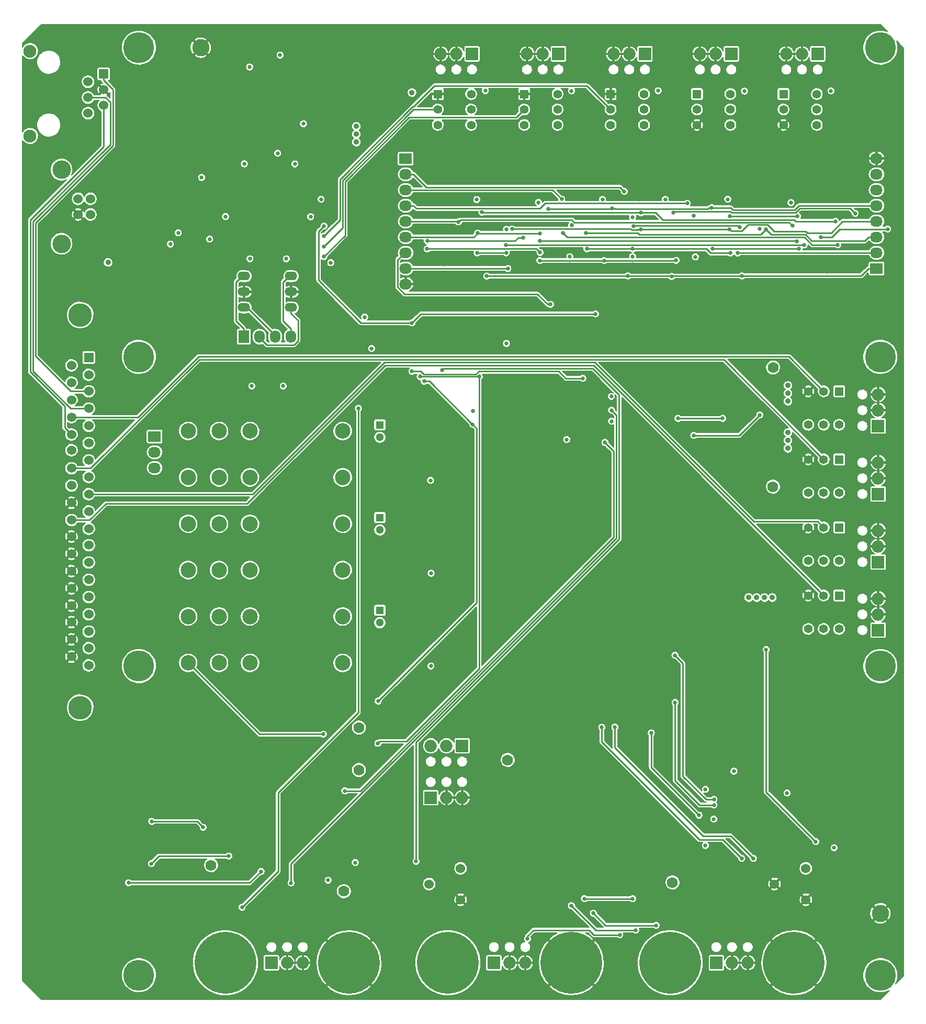
<source format=gbl>
G04 #@! TF.GenerationSoftware,KiCad,Pcbnew,(2017-01-06 revision 5fee9b2)-master*
G04 #@! TF.CreationDate,2017-03-29T10:20:31-06:00*
G04 #@! TF.ProjectId,egse_proto,656773655F70726F746F2E6B69636164,1*
G04 #@! TF.FileFunction,Copper,L4,Bot,Signal*
G04 #@! TF.FilePolarity,Positive*
%FSLAX46Y46*%
G04 Gerber Fmt 4.6, Leading zero omitted, Abs format (unit mm)*
G04 Created by KiCad (PCBNEW (2017-01-06 revision 5fee9b2)-master) date Wednesday, March 29, 2017 'AMt' 10:20:31 AM*
%MOMM*%
%LPD*%
G01*
G04 APERTURE LIST*
%ADD10C,0.100000*%
%ADD11O,2.000000X1.400000*%
%ADD12C,10.000000*%
%ADD13C,1.524000*%
%ADD14C,2.794000*%
%ADD15C,1.778000*%
%ADD16O,2.032000X1.727200*%
%ADD17R,2.032000X1.727200*%
%ADD18R,1.397000X1.397000*%
%ADD19C,1.397000*%
%ADD20C,1.300000*%
%ADD21R,1.300000X1.300000*%
%ADD22O,1.998980X1.998980*%
%ADD23R,1.998980X1.998980*%
%ADD24R,1.727200X2.032000*%
%ADD25O,1.727200X2.032000*%
%ADD26C,2.500000*%
%ADD27C,2.100000*%
%ADD28R,1.524000X1.524000*%
%ADD29C,3.810000*%
%ADD30C,3.000000*%
%ADD31C,5.000000*%
%ADD32C,0.635000*%
%ADD33C,0.889000*%
%ADD34C,0.254000*%
%ADD35C,0.152400*%
G04 APERTURE END LIST*
D10*
D11*
X65638000Y-61044600D03*
X58018000Y-61044600D03*
X65638000Y-63584600D03*
X58018000Y-63584600D03*
X65638000Y-66124600D03*
X58018000Y-66124600D03*
D12*
X111000000Y-172100000D03*
X55000000Y-172100000D03*
X75000000Y-172100000D03*
X91000000Y-172100000D03*
X147000000Y-172100000D03*
X127000000Y-172100000D03*
D13*
X148950000Y-156828000D03*
X148950000Y-161908000D03*
X143870000Y-159368000D03*
X87990000Y-159368000D03*
X93070000Y-161908000D03*
X93070000Y-156828000D03*
D14*
X161000000Y-164100000D03*
X51000000Y-24100000D03*
D15*
X143637000Y-75819000D03*
X143616000Y-95106000D03*
X76606000Y-140920000D03*
X76606000Y-134062000D03*
X52684000Y-156320000D03*
X74168000Y-160528000D03*
X100690000Y-139302000D03*
X127360000Y-159114000D03*
D16*
X160380000Y-42020000D03*
X160380000Y-44560000D03*
X160380000Y-47100000D03*
X160380000Y-49640000D03*
X160380000Y-52180000D03*
X160380000Y-54720000D03*
X160380000Y-57260000D03*
D17*
X160380000Y-59800000D03*
D16*
X84180000Y-62340000D03*
X84180000Y-59800000D03*
X84180000Y-57260000D03*
X84180000Y-54720000D03*
X84180000Y-52180000D03*
X84180000Y-49640000D03*
X84180000Y-47100000D03*
X84180000Y-44560000D03*
D17*
X84180000Y-42020000D03*
D18*
X117350000Y-31600000D03*
D19*
X117350000Y-34100000D03*
X117350000Y-36600000D03*
X122750000Y-36600000D03*
X122750000Y-34100000D03*
X122750000Y-31600000D03*
D18*
X89382000Y-31600000D03*
D19*
X89382000Y-34100000D03*
X89382000Y-36600000D03*
X94782000Y-36600000D03*
X94782000Y-34100000D03*
X94782000Y-31600000D03*
D18*
X103366000Y-31600000D03*
D19*
X103366000Y-34100000D03*
X103366000Y-36600000D03*
X108766000Y-36600000D03*
X108766000Y-34100000D03*
X108766000Y-31600000D03*
D18*
X131334000Y-31600000D03*
D19*
X131334000Y-34100000D03*
X131334000Y-36600000D03*
X136734000Y-36600000D03*
X136734000Y-34100000D03*
X136734000Y-31600000D03*
D18*
X145318000Y-31600000D03*
D19*
X145318000Y-34100000D03*
X145318000Y-36600000D03*
X150718000Y-36600000D03*
X150718000Y-34100000D03*
X150718000Y-31600000D03*
D18*
X154335000Y-79683000D03*
D19*
X151835000Y-79683000D03*
X149335000Y-79683000D03*
X149335000Y-85083000D03*
X151835000Y-85083000D03*
X154335000Y-85083000D03*
D18*
X154335000Y-90689666D03*
D19*
X151835000Y-90689666D03*
X149335000Y-90689666D03*
X149335000Y-96089666D03*
X151835000Y-96089666D03*
X154335000Y-96089666D03*
D18*
X154335000Y-101696332D03*
D19*
X151835000Y-101696332D03*
X149335000Y-101696332D03*
X149335000Y-107096332D03*
X151835000Y-107096332D03*
X154335000Y-107096332D03*
D18*
X154335000Y-112702998D03*
D19*
X151835000Y-112702998D03*
X149335000Y-112702998D03*
X149335000Y-118102998D03*
X151835000Y-118102998D03*
X154335000Y-118102998D03*
D20*
X80000000Y-117100000D03*
D21*
X80000000Y-115100000D03*
X80000000Y-85100000D03*
D20*
X80000000Y-87100000D03*
X80000000Y-102100000D03*
D21*
X80000000Y-100100000D03*
D22*
X160638000Y-82731000D03*
D23*
X160638000Y-85271000D03*
D22*
X160638000Y-80191000D03*
X160638000Y-93737666D03*
D23*
X160638000Y-96277666D03*
D22*
X160638000Y-91197666D03*
X160638000Y-102204332D03*
D23*
X160638000Y-107284332D03*
D22*
X160638000Y-104744332D03*
X160638000Y-115750998D03*
D23*
X160638000Y-118290998D03*
D22*
X160638000Y-113210998D03*
X93324000Y-145398000D03*
D23*
X88244000Y-145398000D03*
D22*
X90784000Y-145398000D03*
X90784000Y-137016000D03*
D23*
X93324000Y-137016000D03*
D22*
X88244000Y-137016000D03*
X101000000Y-172100000D03*
D23*
X98460000Y-172100000D03*
D22*
X103540000Y-172100000D03*
X139540000Y-172100000D03*
D23*
X134460000Y-172100000D03*
D22*
X137000000Y-172100000D03*
X67540000Y-172100000D03*
D23*
X62460000Y-172100000D03*
D22*
X65000000Y-172100000D03*
D17*
X43540000Y-86978000D03*
D16*
X43540000Y-89518000D03*
X43540000Y-92058000D03*
D22*
X92382000Y-25100000D03*
D23*
X94922000Y-25100000D03*
D22*
X89842000Y-25100000D03*
X103826000Y-25100000D03*
D23*
X108906000Y-25100000D03*
D22*
X106366000Y-25100000D03*
X120350000Y-25100000D03*
D23*
X122890000Y-25100000D03*
D22*
X117810000Y-25100000D03*
X131794000Y-25100000D03*
D23*
X136874000Y-25100000D03*
D22*
X134334000Y-25100000D03*
X148318000Y-25100000D03*
D23*
X150858000Y-25100000D03*
D22*
X145778000Y-25100000D03*
D24*
X57992600Y-70849000D03*
D25*
X60532600Y-70849000D03*
X63072600Y-70849000D03*
X65612600Y-70849000D03*
D26*
X48990000Y-101100000D03*
X48990000Y-108600000D03*
X53990000Y-101100000D03*
X53990000Y-108600000D03*
X58990000Y-101100000D03*
X58990000Y-108600000D03*
X73990000Y-101100000D03*
X73990000Y-108600000D03*
X73990000Y-123600000D03*
X73990000Y-116100000D03*
X58990000Y-123600000D03*
X58990000Y-116100000D03*
X53990000Y-123600000D03*
X53990000Y-116100000D03*
X48990000Y-123600000D03*
X48990000Y-116100000D03*
X48990000Y-86100000D03*
X48990000Y-93600000D03*
X53990000Y-86100000D03*
X53990000Y-93600000D03*
X58990000Y-86100000D03*
X58990000Y-93600000D03*
X73990000Y-86100000D03*
X73990000Y-93600000D03*
D27*
X23372400Y-38386800D03*
X23372400Y-24666800D03*
D13*
X35312400Y-33436800D03*
X35312400Y-30896800D03*
D28*
X35312400Y-28356800D03*
D13*
X32772400Y-34706800D03*
X32772400Y-29626800D03*
X32772400Y-32166800D03*
D29*
X31496000Y-67352000D03*
X31496000Y-130852000D03*
D28*
X32893000Y-74210000D03*
D13*
X32893000Y-77004000D03*
X32893000Y-79671000D03*
X32893000Y-82465000D03*
X32893000Y-85259000D03*
X32893000Y-88053000D03*
X32893000Y-90847000D03*
X32893000Y-93514000D03*
X32893000Y-96308000D03*
X32893000Y-99102000D03*
X32893000Y-101896000D03*
X32893000Y-104563000D03*
X32893000Y-107357000D03*
X32893000Y-110151000D03*
X32893000Y-112945000D03*
X32893000Y-115739000D03*
X32893000Y-118533000D03*
X32893000Y-121200000D03*
X32893000Y-123994000D03*
X30099000Y-75480000D03*
X30099000Y-78274000D03*
X30099000Y-81068000D03*
X30099000Y-83862000D03*
X30099000Y-86656000D03*
X30099000Y-89196000D03*
X30099000Y-92117000D03*
X30099000Y-94911000D03*
X30099000Y-97705000D03*
X30099000Y-100499000D03*
X30099000Y-103166000D03*
X30099000Y-105960000D03*
X30099000Y-108754000D03*
X30099000Y-111548000D03*
X30099000Y-114342000D03*
X30099000Y-117009000D03*
X30099000Y-119803000D03*
X30099000Y-122597000D03*
D30*
X28478000Y-55818000D03*
X28478000Y-43819040D03*
D13*
X31178020Y-48548520D03*
X31178020Y-51088520D03*
X33177000Y-51088520D03*
X33177000Y-48548520D03*
D31*
X41002000Y-24102000D03*
X41002000Y-74102000D03*
X161002000Y-174102000D03*
X41002000Y-174102000D03*
X161002000Y-24102000D03*
X161002000Y-74102000D03*
X41002000Y-124102000D03*
X161002000Y-124102000D03*
D32*
X145923000Y-142265400D03*
X157505400Y-37109400D03*
X70967298Y-52146189D03*
X129057402Y-106654600D03*
D33*
X123190000Y-105410000D03*
X123190000Y-104140000D03*
X123190000Y-102870000D03*
X123190000Y-101600000D03*
X36017200Y-56921400D03*
D32*
X37388800Y-46761400D03*
X37414200Y-51587400D03*
X25552400Y-39827200D03*
X26238200Y-57404000D03*
X49377600Y-52959000D03*
X46101000Y-57658000D03*
X49326800Y-45085000D03*
X52908200Y-44119800D03*
X66548000Y-52425600D03*
X57073800Y-58267600D03*
X62966600Y-58293000D03*
X70485000Y-46736000D03*
X64109600Y-42875200D03*
D33*
X107950000Y-135890000D03*
X107950000Y-130810000D03*
X107950000Y-132080000D03*
X107950000Y-133350000D03*
X107950000Y-134620000D03*
D32*
X82245200Y-80518000D03*
X88011000Y-115951000D03*
X87985600Y-101168200D03*
X87985600Y-86080600D03*
X116941600Y-68961000D03*
X101473000Y-77495400D03*
X110134400Y-76657200D03*
X111836200Y-83616800D03*
X111099600Y-87757000D03*
X105918000Y-87477600D03*
X101447600Y-86080600D03*
X101447600Y-68859400D03*
X107619800Y-64363600D03*
X144856200Y-81889600D03*
X144881600Y-84988400D03*
X144805400Y-90297000D03*
X134366000Y-86106000D03*
X134366000Y-80518000D03*
X58140600Y-38658800D03*
X68630800Y-34645600D03*
X73482200Y-24968200D03*
X60807600Y-27228800D03*
X110007400Y-165125400D03*
X104775000Y-168021000D03*
X81711800Y-130759200D03*
X74498200Y-134594600D03*
X74498200Y-140868400D03*
X81610200Y-137566400D03*
X61823600Y-162280600D03*
X72009000Y-163296600D03*
X123621800Y-51536600D03*
X113487200Y-51536600D03*
X100431600Y-58547000D03*
X120929400Y-59182000D03*
X131064000Y-59182000D03*
X141198600Y-58572400D03*
X152349200Y-60299600D03*
X151434800Y-50901600D03*
X142214600Y-49123600D03*
X131978400Y-48615600D03*
X121894600Y-48615600D03*
X110718600Y-59182000D03*
X111760000Y-48590200D03*
X101295200Y-49098200D03*
X90424000Y-59156600D03*
X91414600Y-48615600D03*
X36063544Y-97243890D03*
X76301600Y-143357600D03*
X139293600Y-165658800D03*
X127355600Y-162839400D03*
X72542400Y-155752800D03*
X82292365Y-160371476D03*
X70637400Y-160223200D03*
X79095600Y-160782000D03*
X76936600Y-156972000D03*
X62179200Y-148082000D03*
X58293000Y-157276800D03*
X50241200Y-157327600D03*
X54787800Y-164084000D03*
X37693600Y-160883600D03*
X43053000Y-153720800D03*
X38989000Y-148437600D03*
X36047000Y-95233000D03*
X36021600Y-107526600D03*
X36021600Y-109863400D03*
X36021600Y-132164600D03*
X153623600Y-163863800D03*
X143184200Y-153475200D03*
X143260400Y-147760200D03*
X147934000Y-151062200D03*
X138586800Y-143772400D03*
X134065600Y-147607800D03*
D33*
X85196000Y-38464000D03*
D32*
X48239000Y-67242200D03*
X48239000Y-63483000D03*
X47121400Y-32114000D03*
X55020800Y-45449000D03*
X47375400Y-37752800D03*
X63453600Y-39784800D03*
X57484600Y-51418000D03*
X54970000Y-53348400D03*
X70866000Y-135128000D03*
D33*
X76200000Y-39370000D03*
X76200000Y-38100000D03*
X76200000Y-36830000D03*
D32*
X47371000Y-54051200D03*
X52451000Y-55067200D03*
X51155600Y-45085000D03*
X72059800Y-58877200D03*
X58978800Y-58242200D03*
X64871600Y-58242200D03*
X70485000Y-48615600D03*
X63449200Y-41173400D03*
X77546200Y-67665600D03*
X63855600Y-25298400D03*
X58928000Y-27228800D03*
X64368000Y-78824600D03*
X59288000Y-78824600D03*
X67644600Y-36406600D03*
D33*
X146050000Y-81280000D03*
X146050000Y-80010000D03*
X146050000Y-78740000D03*
D32*
X46105400Y-55863000D03*
D33*
X36021600Y-58834800D03*
D32*
X58079690Y-42878995D03*
X68798370Y-51435946D03*
X66247600Y-42909000D03*
X55020800Y-51418000D03*
X141456630Y-53387321D03*
X111046311Y-52819290D03*
X130818094Y-51257191D03*
X97078800Y-31064200D03*
X111023400Y-31089600D03*
X125044200Y-31064200D03*
X139014200Y-31115000D03*
X153009600Y-31089600D03*
X88201479Y-94081600D03*
X88290400Y-109093000D03*
D33*
X146050000Y-86360000D03*
X146050000Y-87630000D03*
X146050000Y-88900000D03*
D32*
X78663800Y-72745600D03*
X88265000Y-124104400D03*
X95072200Y-82854800D03*
X117500400Y-84505800D03*
X117475000Y-80518000D03*
X110236000Y-87477600D03*
X100482400Y-71932800D03*
X131064000Y-57937400D03*
X120904000Y-51536600D03*
X120904000Y-57886600D03*
X110744000Y-57912000D03*
X100482400Y-53467000D03*
X146532600Y-49149000D03*
X136296400Y-48615600D03*
X126187200Y-48641000D03*
X116027200Y-48641000D03*
X95681800Y-48666400D03*
X105664000Y-49123600D03*
D33*
X85196000Y-31352000D03*
D32*
X103911400Y-168224200D03*
X118821200Y-167563800D03*
X124714000Y-166039800D03*
X114554000Y-164084000D03*
X71628000Y-158750000D03*
X76022200Y-155879800D03*
X142519400Y-121437400D03*
X150545800Y-152501600D03*
X70967600Y-56235600D03*
X70942200Y-57886600D03*
X70942200Y-54584600D03*
X119557800Y-47345600D03*
X76530200Y-82423000D03*
X57708800Y-163118800D03*
X70967600Y-52933600D03*
X85191600Y-68605400D03*
X114909600Y-67157600D03*
X116433600Y-87934800D03*
X74320400Y-144297400D03*
X117500400Y-82727800D03*
X65633600Y-159181800D03*
X85191600Y-76454000D03*
X112852200Y-77571600D03*
X86512400Y-77292200D03*
X96088200Y-77292200D03*
X79679800Y-136601200D03*
X87172800Y-78054200D03*
X95021400Y-85013800D03*
X79730600Y-129768600D03*
X120904000Y-161721800D03*
X113106200Y-161721800D03*
X132694000Y-153119600D03*
X132694000Y-144051800D03*
X145902000Y-144636000D03*
X153522000Y-153500600D03*
X134040200Y-148852400D03*
X121412000Y-166801800D03*
X110998000Y-162864800D03*
X115925600Y-134010400D03*
X138557000Y-155219400D03*
X118033800Y-133985000D03*
X140436600Y-155219400D03*
D33*
X143510000Y-113030000D03*
X142240000Y-113030000D03*
X140970000Y-113030000D03*
X139700000Y-113030000D03*
D32*
X137304110Y-141102970D03*
X90043986Y-76288879D03*
X85877400Y-155702000D03*
X43027600Y-156057600D03*
X55549800Y-154838400D03*
X127939800Y-58496200D03*
X116281200Y-58521600D03*
X105867200Y-58521600D03*
X147828000Y-56616600D03*
X133832600Y-56625000D03*
X151409400Y-54711600D03*
X162179000Y-53441600D03*
X136753600Y-57302400D03*
X120929400Y-56625000D03*
X113487200Y-56625000D03*
X127482600Y-50736510D03*
X156921200Y-50901600D03*
X153720800Y-52171600D03*
X96513547Y-50711110D03*
X122250200Y-50800000D03*
X109641197Y-54098201D03*
X154076400Y-55981600D03*
X43078400Y-149225000D03*
X51409600Y-150190200D03*
X135483600Y-84048600D03*
X128244600Y-84048600D03*
X130810000Y-86791800D03*
X141478000Y-83489800D03*
X109423200Y-48590200D03*
X146786600Y-52882800D03*
X92735400Y-52273200D03*
X129743200Y-49276000D03*
X100722599Y-59817000D03*
X107619800Y-65608200D03*
X95821490Y-54095179D03*
X105918000Y-54127400D03*
X148675920Y-55997280D03*
X100431600Y-55981600D03*
X147509676Y-55384557D03*
X105892600Y-55321200D03*
X133705600Y-49974490D03*
X117602000Y-50114200D03*
X107264200Y-50190400D03*
X122250208Y-53454310D03*
X136570820Y-53441611D03*
X101422200Y-53416200D03*
X142468600Y-53466998D03*
X113385600Y-54102000D03*
X137896600Y-57302400D03*
X127228600Y-61087000D03*
X120142000Y-61010800D03*
X97307400Y-61036200D03*
X138582400Y-61010800D03*
X123926600Y-134924800D03*
X131648200Y-148234400D03*
X127787400Y-129997200D03*
X134061200Y-146583400D03*
X127762000Y-122351800D03*
X134061200Y-145669000D03*
X60782200Y-157327600D03*
X39319200Y-159156400D03*
X136601200Y-51333400D03*
X147599400Y-51333400D03*
X121031000Y-52933623D03*
X138277600Y-53162200D03*
X103174800Y-54813200D03*
X87680800Y-55372000D03*
X100457000Y-57277000D03*
X95732600Y-57277000D03*
X105943400Y-57226200D03*
X87655400Y-56642000D03*
D34*
X60518000Y-135128000D02*
X70866000Y-135128000D01*
X48990000Y-123600000D02*
X60518000Y-135128000D01*
X23448600Y-51951400D02*
X35312400Y-40087600D01*
X35312400Y-40087600D02*
X35312400Y-33436800D01*
X23448600Y-76533624D02*
X23448600Y-51951400D01*
X28985800Y-85542800D02*
X28985800Y-82070824D01*
X28985800Y-82070824D02*
X23448600Y-76533624D01*
X30099000Y-86656000D02*
X28985800Y-85542800D01*
X32893000Y-79671000D02*
X29954726Y-79671000D01*
X36783600Y-39937200D02*
X36783600Y-30844000D01*
X29954726Y-79671000D02*
X24286800Y-74003074D01*
X24286800Y-52434000D02*
X36783600Y-39937200D01*
X35312400Y-29372800D02*
X35312400Y-28356800D01*
X24286800Y-74003074D02*
X24286800Y-52434000D01*
X36783600Y-30844000D02*
X35312400Y-29372800D01*
X32893000Y-82465000D02*
X29954726Y-82465000D01*
X29954726Y-82465000D02*
X23880400Y-76390674D01*
X23880400Y-76390674D02*
X23880400Y-52205400D01*
X23880400Y-52205400D02*
X36353801Y-39731999D01*
X36353801Y-39731999D02*
X36353801Y-32936927D01*
X36353801Y-32936927D02*
X35583674Y-32166800D01*
X35583674Y-32166800D02*
X32772400Y-32166800D01*
X151835000Y-101696332D02*
X150857099Y-100718431D01*
X150857099Y-100718431D02*
X140494831Y-100718431D01*
X140494831Y-100718431D02*
X114782600Y-75006200D01*
X114782600Y-75006200D02*
X80756050Y-75006200D01*
X80756050Y-75006200D02*
X59454250Y-96308000D01*
X59454250Y-96308000D02*
X32893000Y-96308000D01*
X151835000Y-79683000D02*
X146193000Y-74041000D01*
X146193000Y-74041000D02*
X50665523Y-74041000D01*
X40844523Y-83862000D02*
X30099000Y-83862000D01*
X50665523Y-74041000D02*
X40844523Y-83862000D01*
X151835000Y-90689666D02*
X135668934Y-74523600D01*
X135668934Y-74523600D02*
X50757674Y-74523600D01*
X50757674Y-74523600D02*
X33164274Y-92117000D01*
X33164274Y-92117000D02*
X30099000Y-92117000D01*
X30099000Y-100499000D02*
X33037274Y-100499000D01*
X33037274Y-100499000D02*
X35695474Y-97840800D01*
X35695474Y-97840800D02*
X58496200Y-97840800D01*
X114604800Y-75463400D02*
X151136501Y-111995101D01*
X151136501Y-111995101D02*
X151136501Y-112004499D01*
X58496200Y-97840800D02*
X80873600Y-75463400D01*
X80873600Y-75463400D02*
X114604800Y-75463400D01*
X151136501Y-112004499D02*
X151835000Y-112702998D01*
X103911400Y-167775188D02*
X103911400Y-168224200D01*
X104865989Y-166820599D02*
X103911400Y-167775188D01*
X113861599Y-166820599D02*
X104865989Y-166820599D01*
X114604800Y-167563800D02*
X113861599Y-166820599D01*
X118821200Y-167563800D02*
X114604800Y-167563800D01*
X114554000Y-164084000D02*
X116509800Y-166039800D01*
X116509800Y-166039800D02*
X124714000Y-166039800D01*
X150545800Y-152501600D02*
X142519400Y-144475200D01*
X142519400Y-144475200D02*
X142519400Y-121437400D01*
X85441849Y-34100000D02*
X89382000Y-34100000D01*
X73964789Y-53238411D02*
X73964789Y-45577060D01*
X70967600Y-56235600D02*
X73964789Y-53238411D01*
X73964789Y-45577060D02*
X85441849Y-34100000D01*
X102109200Y-35356800D02*
X103366000Y-34100000D01*
X74371200Y-45745400D02*
X84759800Y-35356800D01*
X84759800Y-35356800D02*
X102109200Y-35356800D01*
X70942200Y-57886600D02*
X74371200Y-54457600D01*
X74371200Y-54457600D02*
X74371200Y-45745400D01*
X113501400Y-30251400D02*
X117350000Y-34100000D01*
X88830678Y-30251400D02*
X113501400Y-30251400D01*
X85388489Y-33693589D02*
X88830678Y-30251400D01*
X73558378Y-51968422D02*
X73558378Y-45408720D01*
X70942200Y-54584600D02*
X73558378Y-51968422D01*
X73558378Y-45408720D02*
X85273509Y-33693589D01*
X85273509Y-33693589D02*
X85388489Y-33693589D01*
X63072600Y-70849000D02*
X63072600Y-70696600D01*
X63072600Y-70696600D02*
X58500600Y-66124600D01*
X58500600Y-66124600D02*
X58018000Y-66124600D01*
X60532600Y-70849000D02*
X60532600Y-71001400D01*
X60532600Y-71001400D02*
X61675610Y-72144410D01*
X61675610Y-72144410D02*
X66086050Y-72144410D01*
X66086050Y-72144410D02*
X66755610Y-71474850D01*
X66755610Y-71474850D02*
X66755610Y-68196210D01*
X66755610Y-68196210D02*
X65638000Y-67078600D01*
X65638000Y-67078600D02*
X65638000Y-66124600D01*
X57992600Y-70849000D02*
X57992600Y-69579000D01*
X57992600Y-69579000D02*
X56738590Y-68324990D01*
X56738590Y-68324990D02*
X56738590Y-62024010D01*
X56738590Y-62024010D02*
X57718000Y-61044600D01*
X57718000Y-61044600D02*
X58018000Y-61044600D01*
X65612600Y-70849000D02*
X65612600Y-69579000D01*
X65612600Y-69579000D02*
X64358590Y-68324990D01*
X64358590Y-68324990D02*
X64358590Y-62024010D01*
X64358590Y-62024010D02*
X65338000Y-61044600D01*
X65338000Y-61044600D02*
X65638000Y-61044600D01*
X87549800Y-46659800D02*
X118872000Y-46659800D01*
X118872000Y-46659800D02*
X119557800Y-47345600D01*
X84180000Y-44560000D02*
X85450000Y-44560000D01*
X85450000Y-44560000D02*
X87549800Y-46659800D01*
X63550800Y-144576800D02*
X76530200Y-131597400D01*
X76530200Y-82423000D02*
X76530200Y-131597400D01*
X57708800Y-163118800D02*
X63550800Y-157276800D01*
X84027600Y-44560000D02*
X84180000Y-44560000D01*
X63550800Y-157276800D02*
X63550800Y-144576800D01*
X70967600Y-52933600D02*
X70078600Y-53822600D01*
X70078600Y-61722000D02*
X76962000Y-68605400D01*
X76962000Y-68605400D02*
X85191600Y-68605400D01*
X70078600Y-53822600D02*
X70078600Y-61722000D01*
X86639400Y-67157600D02*
X85191600Y-68605400D01*
X114909600Y-67157600D02*
X86639400Y-67157600D01*
X74320400Y-144297400D02*
X76860400Y-144297400D01*
X76860400Y-144297400D02*
X117881400Y-103276400D01*
X117881400Y-89382600D02*
X116433600Y-87934800D01*
X117881400Y-103276400D02*
X117881400Y-89382600D01*
X65633600Y-159181800D02*
X65633600Y-156108400D01*
X65633600Y-156108400D02*
X118287800Y-103454200D01*
X118287800Y-103454200D02*
X118287800Y-83515200D01*
X118287800Y-83515200D02*
X117500400Y-82727800D01*
X112852200Y-77571600D02*
X110083600Y-77571600D01*
X86639400Y-76454000D02*
X85191600Y-76454000D01*
X110083600Y-77571600D02*
X108966000Y-76454000D01*
X95986600Y-76454000D02*
X95554811Y-76885789D01*
X108966000Y-76454000D02*
X95986600Y-76454000D01*
X95554811Y-76885789D02*
X87071189Y-76885789D01*
X87071189Y-76885789D02*
X86639400Y-76454000D01*
X96088200Y-77292200D02*
X86512400Y-77292200D01*
X79679800Y-136601200D02*
X79997299Y-136283701D01*
X96088200Y-124485400D02*
X96088200Y-77292200D01*
X79997299Y-136283701D02*
X84289899Y-136283701D01*
X84289899Y-136283701D02*
X96088200Y-124485400D01*
X95021400Y-85013800D02*
X88061800Y-78054200D01*
X88061800Y-78054200D02*
X87172800Y-78054200D01*
X79730600Y-129768600D02*
X95656400Y-113842800D01*
X95656400Y-113842800D02*
X95656400Y-85648800D01*
X95656400Y-85648800D02*
X95021400Y-85013800D01*
X113106200Y-161721800D02*
X120904000Y-161721800D01*
X114935000Y-166801800D02*
X121412000Y-166801800D01*
X110998000Y-162864800D02*
X114935000Y-166801800D01*
X131749800Y-152171400D02*
X115925600Y-136347200D01*
X115925600Y-136347200D02*
X115925600Y-134010400D01*
X135509000Y-152171400D02*
X131749800Y-152171400D01*
X138557000Y-155219400D02*
X135509000Y-152171400D01*
X132308600Y-151561800D02*
X118033800Y-137287000D01*
X118033800Y-137287000D02*
X118033800Y-133985000D01*
X136779000Y-151561800D02*
X132308600Y-151561800D01*
X140436600Y-155219400D02*
X136779000Y-151561800D01*
X85877400Y-155702000D02*
X85877400Y-136448800D01*
X118719600Y-80238600D02*
X114452380Y-75971380D01*
X90322420Y-75971380D02*
X90043000Y-76250800D01*
X85877400Y-136448800D02*
X118719600Y-103606600D01*
X118719600Y-103606600D02*
X118719600Y-80238600D01*
X90043000Y-76287893D02*
X90043986Y-76288879D01*
X114452380Y-75971380D02*
X90322420Y-75971380D01*
X90043000Y-76250800D02*
X90043000Y-76287893D01*
X84332400Y-42020000D02*
X84180000Y-42020000D01*
X55549800Y-154838400D02*
X44246800Y-154838400D01*
X44246800Y-154838400D02*
X43027600Y-156057600D01*
X116281200Y-58521600D02*
X127914400Y-58521600D01*
X127914400Y-58521600D02*
X127939800Y-58496200D01*
X105867200Y-58521600D02*
X116281200Y-58521600D01*
X147819600Y-56625000D02*
X147828000Y-56616600D01*
X133832600Y-56625000D02*
X147819600Y-56625000D01*
X153181814Y-54711600D02*
X151409400Y-54711600D01*
X154451814Y-53441600D02*
X153181814Y-54711600D01*
X162179000Y-53441600D02*
X154451814Y-53441600D01*
X132825000Y-56625000D02*
X133502400Y-57302400D01*
X133502400Y-57302400D02*
X136753600Y-57302400D01*
X120929400Y-56625000D02*
X132825000Y-56625000D01*
X113487200Y-56625000D02*
X120929400Y-56625000D01*
X136925816Y-50774600D02*
X136722616Y-50571400D01*
X156921200Y-50901600D02*
X156083000Y-50063400D01*
X156083000Y-50063400D02*
X147985986Y-50063400D01*
X147985986Y-50063400D02*
X147274786Y-50774600D01*
X147274786Y-50774600D02*
X136925816Y-50774600D01*
X136722616Y-50571400D02*
X127635000Y-50571400D01*
X127635000Y-50571400D02*
X127457200Y-50749200D01*
X127457200Y-50749200D02*
X127469910Y-50749200D01*
X127469910Y-50749200D02*
X127482600Y-50736510D01*
X153720800Y-52171600D02*
X147325586Y-52171600D01*
X147325586Y-52171600D02*
X147084288Y-51930302D01*
X147084288Y-51930302D02*
X125768102Y-51930302D01*
X125768102Y-51930302D02*
X124637800Y-50800000D01*
X124637800Y-50800000D02*
X122250200Y-50800000D01*
X96602437Y-50800000D02*
X96513547Y-50711110D01*
X122250200Y-50800000D02*
X96602437Y-50800000D01*
X154076400Y-55981600D02*
X149936200Y-55981600D01*
X149936200Y-55981600D02*
X148719979Y-54765379D01*
X148719979Y-54765379D02*
X110308375Y-54765379D01*
X110308375Y-54765379D02*
X109641197Y-54098201D01*
X51409600Y-150190200D02*
X50444400Y-149225000D01*
X50444400Y-149225000D02*
X43078400Y-149225000D01*
X128244600Y-84048600D02*
X135483600Y-84048600D01*
X141478000Y-83489800D02*
X138176000Y-86791800D01*
X138176000Y-86791800D02*
X130810000Y-86791800D01*
X107924600Y-47091600D02*
X109423200Y-48590200D01*
X85458400Y-47091600D02*
X107924600Y-47091600D01*
X84180000Y-47100000D02*
X85450000Y-47100000D01*
X85450000Y-47100000D02*
X85458400Y-47091600D01*
X111447148Y-52336713D02*
X146240513Y-52336713D01*
X92735400Y-52273200D02*
X93052899Y-51955701D01*
X93052899Y-51955701D02*
X111066136Y-51955701D01*
X111066136Y-51955701D02*
X111447148Y-52336713D01*
X146240513Y-52336713D02*
X146786600Y-52882800D01*
X84180000Y-52180000D02*
X92642200Y-52180000D01*
X92642200Y-52180000D02*
X92735400Y-52273200D01*
X129743200Y-49276000D02*
X106720435Y-49276000D01*
X106720435Y-49276000D02*
X105882235Y-50114200D01*
X105882235Y-50114200D02*
X85924200Y-50114200D01*
X85924200Y-50114200D02*
X85450000Y-49640000D01*
X85450000Y-49640000D02*
X84180000Y-49640000D01*
X84180000Y-59800000D02*
X100705599Y-59800000D01*
X100705599Y-59800000D02*
X100722599Y-59817000D01*
X105494388Y-63931800D02*
X84002940Y-63931800D01*
X84002940Y-63931800D02*
X82884590Y-62813450D01*
X82884590Y-62813450D02*
X82884590Y-58403010D01*
X82884590Y-58403010D02*
X84027600Y-57260000D01*
X84027600Y-57260000D02*
X84180000Y-57260000D01*
X107619800Y-65608200D02*
X107170788Y-65608200D01*
X107170788Y-65608200D02*
X105494388Y-63931800D01*
X95196669Y-54720000D02*
X95821490Y-54095179D01*
X84180000Y-54720000D02*
X95196669Y-54720000D01*
X105918000Y-54127400D02*
X95853711Y-54127400D01*
X95853711Y-54127400D02*
X95821490Y-54095179D01*
X148660240Y-55981600D02*
X148675920Y-55997280D01*
X100431600Y-55981600D02*
X148660240Y-55981600D01*
X147446319Y-55321200D02*
X147509676Y-55384557D01*
X105892600Y-55321200D02*
X147446319Y-55321200D01*
X160380000Y-49640000D02*
X147834635Y-49640000D01*
X147834635Y-49640000D02*
X147131835Y-50342800D01*
X147131835Y-50342800D02*
X137160000Y-50342800D01*
X137160000Y-50342800D02*
X136791690Y-49974490D01*
X136791690Y-49974490D02*
X133705600Y-49974490D01*
X118051012Y-50114200D02*
X118076412Y-50139600D01*
X118076412Y-50139600D02*
X133091478Y-50139600D01*
X117602000Y-50114200D02*
X118051012Y-50114200D01*
X133091478Y-50139600D02*
X133256588Y-49974490D01*
X133256588Y-49974490D02*
X133705600Y-49974490D01*
X117525800Y-50190400D02*
X117602000Y-50114200D01*
X107264200Y-50190400D02*
X117525800Y-50190400D01*
X121724981Y-53530525D02*
X121801196Y-53454310D01*
X120744486Y-53530525D02*
X121724981Y-53530525D01*
X121801196Y-53454310D02*
X122250208Y-53454310D01*
X120630161Y-53416200D02*
X120744486Y-53530525D01*
X101422200Y-53416200D02*
X120630161Y-53416200D01*
X136888319Y-53759110D02*
X136570820Y-53441611D01*
X139580090Y-52743124D02*
X138564104Y-53759110D01*
X142760724Y-52743124D02*
X139580090Y-52743124D01*
X138564104Y-53759110D02*
X136888319Y-53759110D01*
X143840178Y-53822578D02*
X142760724Y-52743124D01*
X149129902Y-54025800D02*
X148926680Y-53822578D01*
X153035000Y-54025800D02*
X149129902Y-54025800D01*
X148926680Y-53822578D02*
X143840178Y-53822578D01*
X154880800Y-52180000D02*
X153035000Y-54025800D01*
X160380000Y-52180000D02*
X154880800Y-52180000D01*
X122262907Y-53441611D02*
X122250208Y-53454310D01*
X136570820Y-53441611D02*
X122262907Y-53441611D01*
X113385600Y-54102000D02*
X121736612Y-54102000D01*
X143357591Y-54355989D02*
X142468600Y-53466998D01*
X159110000Y-54720000D02*
X158483400Y-55346600D01*
X160380000Y-54720000D02*
X159110000Y-54720000D01*
X149875950Y-55346600D02*
X148885340Y-54355989D01*
X141592296Y-54343302D02*
X142468600Y-53466998D01*
X121736612Y-54102000D02*
X121977914Y-54343302D01*
X158483400Y-55346600D02*
X149875950Y-55346600D01*
X121977914Y-54343302D02*
X141592296Y-54343302D01*
X148885340Y-54355989D02*
X143357591Y-54355989D01*
X160380000Y-57260000D02*
X137939000Y-57260000D01*
X137939000Y-57260000D02*
X137896600Y-57302400D01*
X127304800Y-61010800D02*
X127228600Y-61087000D01*
X138582400Y-61010800D02*
X127304800Y-61010800D01*
X127152400Y-61010800D02*
X127228600Y-61087000D01*
X120142000Y-61010800D02*
X127152400Y-61010800D01*
X120116600Y-61036200D02*
X120142000Y-61010800D01*
X97307400Y-61036200D02*
X120116600Y-61036200D01*
X157924600Y-60985400D02*
X138607800Y-60985400D01*
X138607800Y-60985400D02*
X138582400Y-61010800D01*
X160380000Y-59800000D02*
X159110000Y-59800000D01*
X159110000Y-59800000D02*
X157924600Y-60985400D01*
X131648200Y-148234400D02*
X123926600Y-140512800D01*
X123926600Y-140512800D02*
X123926600Y-134924800D01*
X127787400Y-142611551D02*
X127787400Y-129997200D01*
X131759249Y-146583400D02*
X127787400Y-142611551D01*
X134061200Y-146583400D02*
X131759249Y-146583400D01*
X129032000Y-141909800D02*
X129032000Y-123621800D01*
X129032000Y-123621800D02*
X127762000Y-122351800D01*
X132791200Y-145669000D02*
X129032000Y-141909800D01*
X134061200Y-145669000D02*
X132791200Y-145669000D01*
X39319200Y-159156400D02*
X58953400Y-159156400D01*
X58953400Y-159156400D02*
X60782200Y-157327600D01*
X147599400Y-51333400D02*
X136601200Y-51333400D01*
X138277600Y-53162200D02*
X137960101Y-52844701D01*
X137960101Y-52844701D02*
X121119922Y-52844701D01*
X121119922Y-52844701D02*
X121031000Y-52933623D01*
X102438200Y-54813200D02*
X103174800Y-54813200D01*
X87680800Y-55372000D02*
X101879400Y-55372000D01*
X101879400Y-55372000D02*
X102438200Y-54813200D01*
X95732600Y-57277000D02*
X100457000Y-57277000D01*
X88155212Y-56591200D02*
X105308400Y-56591200D01*
X105308400Y-56591200D02*
X105943400Y-57226200D01*
X87655400Y-56642000D02*
X88104412Y-56642000D01*
X88104412Y-56642000D02*
X88155212Y-56591200D01*
D35*
G36*
X162102717Y-21494481D02*
X161842962Y-21385290D01*
X161299268Y-21273685D01*
X160744251Y-21269810D01*
X160199051Y-21373813D01*
X159684435Y-21581731D01*
X159220005Y-21885645D01*
X158823451Y-22273980D01*
X158509877Y-22731944D01*
X158291227Y-23242092D01*
X158175829Y-23784994D01*
X158168080Y-24339971D01*
X158268274Y-24885883D01*
X158472594Y-25401938D01*
X158773259Y-25868478D01*
X159158816Y-26267734D01*
X159614579Y-26584498D01*
X160123188Y-26806704D01*
X160665272Y-26925889D01*
X161220181Y-26937512D01*
X161766779Y-26841132D01*
X162284248Y-26640419D01*
X162752876Y-26343019D01*
X163154814Y-25960259D01*
X163474751Y-25506718D01*
X163700503Y-24999672D01*
X163823469Y-24458434D01*
X163832321Y-23824485D01*
X163724515Y-23280024D01*
X163609701Y-23001465D01*
X164769800Y-24161564D01*
X164769800Y-174212436D01*
X163472914Y-175509322D01*
X163474751Y-175506718D01*
X163700503Y-174999672D01*
X163823469Y-174458434D01*
X163832321Y-173824485D01*
X163724515Y-173280024D01*
X163513009Y-172766873D01*
X163205860Y-172304576D01*
X162814766Y-171910742D01*
X162354625Y-171600373D01*
X161842962Y-171385290D01*
X161299268Y-171273685D01*
X160744251Y-171269810D01*
X160199051Y-171373813D01*
X159684435Y-171581731D01*
X159220005Y-171885645D01*
X158823451Y-172273980D01*
X158509877Y-172731944D01*
X158291227Y-173242092D01*
X158175829Y-173784994D01*
X158168080Y-174339971D01*
X158268274Y-174885883D01*
X158472594Y-175401938D01*
X158773259Y-175868478D01*
X159158816Y-176267734D01*
X159614579Y-176584498D01*
X160123188Y-176806704D01*
X160665272Y-176925889D01*
X161220181Y-176937512D01*
X161766779Y-176841132D01*
X162284248Y-176640419D01*
X162441807Y-176540429D01*
X161004436Y-177977800D01*
X25177564Y-177977800D01*
X22174200Y-174974436D01*
X22174200Y-174339971D01*
X38168080Y-174339971D01*
X38268274Y-174885883D01*
X38472594Y-175401938D01*
X38773259Y-175868478D01*
X39158816Y-176267734D01*
X39614579Y-176584498D01*
X40123188Y-176806704D01*
X40665272Y-176925889D01*
X41220181Y-176937512D01*
X41766779Y-176841132D01*
X42284248Y-176640419D01*
X42752876Y-176343019D01*
X43154814Y-175960259D01*
X43474751Y-175506718D01*
X43700503Y-174999672D01*
X43823469Y-174458434D01*
X43832321Y-173824485D01*
X43724515Y-173280024D01*
X43513009Y-172766873D01*
X43367709Y-172548178D01*
X49662793Y-172548178D01*
X49851491Y-173576311D01*
X50236294Y-174548212D01*
X50802545Y-175426862D01*
X51528676Y-176178792D01*
X52387028Y-176775363D01*
X53344908Y-177193850D01*
X54365829Y-177418314D01*
X55410906Y-177440206D01*
X56440332Y-177258690D01*
X57414896Y-176880682D01*
X58297477Y-176320579D01*
X58729854Y-175908832D01*
X71352813Y-175908832D01*
X71945016Y-176499285D01*
X72861974Y-177010751D01*
X73861096Y-177333501D01*
X74903985Y-177455130D01*
X75950564Y-177370965D01*
X76960613Y-177084239D01*
X77895317Y-176605971D01*
X78054984Y-176499285D01*
X78647187Y-175908832D01*
X75000000Y-172261645D01*
X71352813Y-175908832D01*
X58729854Y-175908832D01*
X59054459Y-175599715D01*
X59657007Y-174745548D01*
X60082171Y-173790613D01*
X60313757Y-172771284D01*
X60330429Y-171577347D01*
X60236013Y-171100510D01*
X61128713Y-171100510D01*
X61128713Y-173099490D01*
X61135088Y-173164220D01*
X61153970Y-173226463D01*
X61184631Y-173283827D01*
X61225894Y-173334106D01*
X61276173Y-173375369D01*
X61333537Y-173406030D01*
X61395780Y-173424912D01*
X61460510Y-173431287D01*
X63459490Y-173431287D01*
X63524220Y-173424912D01*
X63586463Y-173406030D01*
X63643827Y-173375369D01*
X63694106Y-173334106D01*
X63735369Y-173283827D01*
X63766030Y-173226463D01*
X63784912Y-173164220D01*
X63791287Y-173099490D01*
X63791287Y-172639577D01*
X63861052Y-172786212D01*
X64016810Y-172995224D01*
X64210351Y-173169833D01*
X64434238Y-173303329D01*
X64679867Y-173390582D01*
X64885700Y-173342223D01*
X64885700Y-172214300D01*
X65114300Y-172214300D01*
X65114300Y-173342223D01*
X65320133Y-173390582D01*
X65565762Y-173303329D01*
X65789649Y-173169833D01*
X65983190Y-172995224D01*
X66138948Y-172786212D01*
X66250937Y-172550829D01*
X66270000Y-172487976D01*
X66289063Y-172550829D01*
X66401052Y-172786212D01*
X66556810Y-172995224D01*
X66750351Y-173169833D01*
X66974238Y-173303329D01*
X67219867Y-173390582D01*
X67425700Y-173342223D01*
X67425700Y-172214300D01*
X67654300Y-172214300D01*
X67654300Y-173342223D01*
X67860133Y-173390582D01*
X68105762Y-173303329D01*
X68329649Y-173169833D01*
X68523190Y-172995224D01*
X68678948Y-172786212D01*
X68790937Y-172550829D01*
X68830577Y-172420132D01*
X68781891Y-172214300D01*
X67654300Y-172214300D01*
X67425700Y-172214300D01*
X66298109Y-172214300D01*
X66270000Y-172333138D01*
X66241891Y-172214300D01*
X65114300Y-172214300D01*
X64885700Y-172214300D01*
X64865700Y-172214300D01*
X64865700Y-172003985D01*
X69644870Y-172003985D01*
X69729035Y-173050564D01*
X70015761Y-174060613D01*
X70494029Y-174995317D01*
X70600715Y-175154984D01*
X71191168Y-175747187D01*
X74838355Y-172100000D01*
X75161645Y-172100000D01*
X78808832Y-175747187D01*
X79399285Y-175154984D01*
X79910751Y-174238026D01*
X80233501Y-173238904D01*
X80314058Y-172548178D01*
X85662793Y-172548178D01*
X85851491Y-173576311D01*
X86236294Y-174548212D01*
X86802545Y-175426862D01*
X87528676Y-176178792D01*
X88387028Y-176775363D01*
X89344908Y-177193850D01*
X90365829Y-177418314D01*
X91410906Y-177440206D01*
X92440332Y-177258690D01*
X93414896Y-176880682D01*
X94297477Y-176320579D01*
X94729854Y-175908832D01*
X107352813Y-175908832D01*
X107945016Y-176499285D01*
X108861974Y-177010751D01*
X109861096Y-177333501D01*
X110903985Y-177455130D01*
X111950564Y-177370965D01*
X112960613Y-177084239D01*
X113895317Y-176605971D01*
X114054984Y-176499285D01*
X114647187Y-175908832D01*
X111000000Y-172261645D01*
X107352813Y-175908832D01*
X94729854Y-175908832D01*
X95054459Y-175599715D01*
X95657007Y-174745548D01*
X96082171Y-173790613D01*
X96313757Y-172771284D01*
X96330429Y-171577347D01*
X96236013Y-171100510D01*
X97128713Y-171100510D01*
X97128713Y-173099490D01*
X97135088Y-173164220D01*
X97153970Y-173226463D01*
X97184631Y-173283827D01*
X97225894Y-173334106D01*
X97276173Y-173375369D01*
X97333537Y-173406030D01*
X97395780Y-173424912D01*
X97460510Y-173431287D01*
X99459490Y-173431287D01*
X99524220Y-173424912D01*
X99586463Y-173406030D01*
X99643827Y-173375369D01*
X99694106Y-173334106D01*
X99735369Y-173283827D01*
X99766030Y-173226463D01*
X99784912Y-173164220D01*
X99791287Y-173099490D01*
X99791287Y-172639577D01*
X99861052Y-172786212D01*
X100016810Y-172995224D01*
X100210351Y-173169833D01*
X100434238Y-173303329D01*
X100679867Y-173390582D01*
X100885700Y-173342223D01*
X100885700Y-172214300D01*
X101114300Y-172214300D01*
X101114300Y-173342223D01*
X101320133Y-173390582D01*
X101565762Y-173303329D01*
X101789649Y-173169833D01*
X101983190Y-172995224D01*
X102138948Y-172786212D01*
X102250937Y-172550829D01*
X102270000Y-172487976D01*
X102289063Y-172550829D01*
X102401052Y-172786212D01*
X102556810Y-172995224D01*
X102750351Y-173169833D01*
X102974238Y-173303329D01*
X103219867Y-173390582D01*
X103425700Y-173342223D01*
X103425700Y-172214300D01*
X103654300Y-172214300D01*
X103654300Y-173342223D01*
X103860133Y-173390582D01*
X104105762Y-173303329D01*
X104329649Y-173169833D01*
X104523190Y-172995224D01*
X104678948Y-172786212D01*
X104790937Y-172550829D01*
X104830577Y-172420132D01*
X104781891Y-172214300D01*
X103654300Y-172214300D01*
X103425700Y-172214300D01*
X102298109Y-172214300D01*
X102270000Y-172333138D01*
X102241891Y-172214300D01*
X101114300Y-172214300D01*
X100885700Y-172214300D01*
X100865700Y-172214300D01*
X100865700Y-172003985D01*
X105644870Y-172003985D01*
X105729035Y-173050564D01*
X106015761Y-174060613D01*
X106494029Y-174995317D01*
X106600715Y-175154984D01*
X107191168Y-175747187D01*
X110838355Y-172100000D01*
X111161645Y-172100000D01*
X114808832Y-175747187D01*
X115399285Y-175154984D01*
X115910751Y-174238026D01*
X116233501Y-173238904D01*
X116314058Y-172548178D01*
X121662793Y-172548178D01*
X121851491Y-173576311D01*
X122236294Y-174548212D01*
X122802545Y-175426862D01*
X123528676Y-176178792D01*
X124387028Y-176775363D01*
X125344908Y-177193850D01*
X126365829Y-177418314D01*
X127410906Y-177440206D01*
X128440332Y-177258690D01*
X129414896Y-176880682D01*
X130297477Y-176320579D01*
X130729854Y-175908832D01*
X143352813Y-175908832D01*
X143945016Y-176499285D01*
X144861974Y-177010751D01*
X145861096Y-177333501D01*
X146903985Y-177455130D01*
X147950564Y-177370965D01*
X148960613Y-177084239D01*
X149895317Y-176605971D01*
X150054984Y-176499285D01*
X150647187Y-175908832D01*
X147000000Y-172261645D01*
X143352813Y-175908832D01*
X130729854Y-175908832D01*
X131054459Y-175599715D01*
X131657007Y-174745548D01*
X132082171Y-173790613D01*
X132313757Y-172771284D01*
X132330429Y-171577347D01*
X132236013Y-171100510D01*
X133128713Y-171100510D01*
X133128713Y-173099490D01*
X133135088Y-173164220D01*
X133153970Y-173226463D01*
X133184631Y-173283827D01*
X133225894Y-173334106D01*
X133276173Y-173375369D01*
X133333537Y-173406030D01*
X133395780Y-173424912D01*
X133460510Y-173431287D01*
X135459490Y-173431287D01*
X135524220Y-173424912D01*
X135586463Y-173406030D01*
X135643827Y-173375369D01*
X135694106Y-173334106D01*
X135735369Y-173283827D01*
X135766030Y-173226463D01*
X135784912Y-173164220D01*
X135791287Y-173099490D01*
X135791287Y-172639577D01*
X135861052Y-172786212D01*
X136016810Y-172995224D01*
X136210351Y-173169833D01*
X136434238Y-173303329D01*
X136679867Y-173390582D01*
X136885700Y-173342223D01*
X136885700Y-172214300D01*
X137114300Y-172214300D01*
X137114300Y-173342223D01*
X137320133Y-173390582D01*
X137565762Y-173303329D01*
X137789649Y-173169833D01*
X137983190Y-172995224D01*
X138138948Y-172786212D01*
X138250937Y-172550829D01*
X138270000Y-172487976D01*
X138289063Y-172550829D01*
X138401052Y-172786212D01*
X138556810Y-172995224D01*
X138750351Y-173169833D01*
X138974238Y-173303329D01*
X139219867Y-173390582D01*
X139425700Y-173342223D01*
X139425700Y-172214300D01*
X139654300Y-172214300D01*
X139654300Y-173342223D01*
X139860133Y-173390582D01*
X140105762Y-173303329D01*
X140329649Y-173169833D01*
X140523190Y-172995224D01*
X140678948Y-172786212D01*
X140790937Y-172550829D01*
X140830577Y-172420132D01*
X140781891Y-172214300D01*
X139654300Y-172214300D01*
X139425700Y-172214300D01*
X138298109Y-172214300D01*
X138270000Y-172333138D01*
X138241891Y-172214300D01*
X137114300Y-172214300D01*
X136885700Y-172214300D01*
X136865700Y-172214300D01*
X136865700Y-172003985D01*
X141644870Y-172003985D01*
X141729035Y-173050564D01*
X142015761Y-174060613D01*
X142494029Y-174995317D01*
X142600715Y-175154984D01*
X143191168Y-175747187D01*
X146838355Y-172100000D01*
X147161645Y-172100000D01*
X150808832Y-175747187D01*
X151399285Y-175154984D01*
X151910751Y-174238026D01*
X152233501Y-173238904D01*
X152355130Y-172196015D01*
X152270965Y-171149436D01*
X151984239Y-170139387D01*
X151505971Y-169204683D01*
X151399285Y-169045016D01*
X150808832Y-168452813D01*
X147161645Y-172100000D01*
X146838355Y-172100000D01*
X143191168Y-168452813D01*
X142600715Y-169045016D01*
X142089249Y-169961974D01*
X141766499Y-170961096D01*
X141644870Y-172003985D01*
X136865700Y-172003985D01*
X136865700Y-171985700D01*
X136885700Y-171985700D01*
X136885700Y-170857777D01*
X137114300Y-170857777D01*
X137114300Y-171985700D01*
X138241891Y-171985700D01*
X138270000Y-171866862D01*
X138298109Y-171985700D01*
X139425700Y-171985700D01*
X139425700Y-170857777D01*
X139654300Y-170857777D01*
X139654300Y-171985700D01*
X140781891Y-171985700D01*
X140830577Y-171779868D01*
X140790937Y-171649171D01*
X140678948Y-171413788D01*
X140523190Y-171204776D01*
X140329649Y-171030167D01*
X140105762Y-170896671D01*
X139860133Y-170809418D01*
X139654300Y-170857777D01*
X139425700Y-170857777D01*
X139219867Y-170809418D01*
X138974238Y-170896671D01*
X138750351Y-171030167D01*
X138556810Y-171204776D01*
X138401052Y-171413788D01*
X138289063Y-171649171D01*
X138270000Y-171712024D01*
X138250937Y-171649171D01*
X138138948Y-171413788D01*
X137983190Y-171204776D01*
X137789649Y-171030167D01*
X137565762Y-170896671D01*
X137320133Y-170809418D01*
X137114300Y-170857777D01*
X136885700Y-170857777D01*
X136679867Y-170809418D01*
X136434238Y-170896671D01*
X136210351Y-171030167D01*
X136016810Y-171204776D01*
X135861052Y-171413788D01*
X135791287Y-171560423D01*
X135791287Y-171100510D01*
X135784912Y-171035780D01*
X135766030Y-170973537D01*
X135735369Y-170916173D01*
X135694106Y-170865894D01*
X135643827Y-170824631D01*
X135586463Y-170793970D01*
X135524220Y-170775088D01*
X135459490Y-170768713D01*
X133460510Y-170768713D01*
X133395780Y-170775088D01*
X133333537Y-170793970D01*
X133276173Y-170824631D01*
X133225894Y-170865894D01*
X133184631Y-170916173D01*
X133153970Y-170973537D01*
X133135088Y-171035780D01*
X133128713Y-171100510D01*
X132236013Y-171100510D01*
X132127395Y-170551948D01*
X131749048Y-169634010D01*
X133578643Y-169634010D01*
X133609803Y-169803790D01*
X133673348Y-169964284D01*
X133766855Y-170109380D01*
X133886765Y-170233549D01*
X134028508Y-170332064D01*
X134186687Y-170401170D01*
X134355277Y-170438237D01*
X134527855Y-170441852D01*
X134697849Y-170411878D01*
X134858783Y-170349456D01*
X135004527Y-170256963D01*
X135129531Y-170137924D01*
X135229033Y-169996871D01*
X135299242Y-169839179D01*
X135337485Y-169670852D01*
X135337999Y-169634010D01*
X136118643Y-169634010D01*
X136149803Y-169803790D01*
X136213348Y-169964284D01*
X136306855Y-170109380D01*
X136426765Y-170233549D01*
X136568508Y-170332064D01*
X136726687Y-170401170D01*
X136895277Y-170438237D01*
X137067855Y-170441852D01*
X137237849Y-170411878D01*
X137398783Y-170349456D01*
X137544527Y-170256963D01*
X137669531Y-170137924D01*
X137769033Y-169996871D01*
X137839242Y-169839179D01*
X137877485Y-169670852D01*
X137877999Y-169634010D01*
X138658643Y-169634010D01*
X138689803Y-169803790D01*
X138753348Y-169964284D01*
X138846855Y-170109380D01*
X138966765Y-170233549D01*
X139108508Y-170332064D01*
X139266687Y-170401170D01*
X139435277Y-170438237D01*
X139607855Y-170441852D01*
X139777849Y-170411878D01*
X139938783Y-170349456D01*
X140084527Y-170256963D01*
X140209531Y-170137924D01*
X140309033Y-169996871D01*
X140379242Y-169839179D01*
X140417485Y-169670852D01*
X140420238Y-169473692D01*
X140386710Y-169304363D01*
X140320931Y-169144772D01*
X140225407Y-169000996D01*
X140103775Y-168878513D01*
X139960670Y-168781987D01*
X139801542Y-168715095D01*
X139632451Y-168680386D01*
X139459839Y-168679181D01*
X139290281Y-168711526D01*
X139130234Y-168776189D01*
X138985795Y-168870708D01*
X138862465Y-168991481D01*
X138764943Y-169133909D01*
X138696942Y-169292566D01*
X138661053Y-169461410D01*
X138658643Y-169634010D01*
X137877999Y-169634010D01*
X137880238Y-169473692D01*
X137846710Y-169304363D01*
X137780931Y-169144772D01*
X137685407Y-169000996D01*
X137563775Y-168878513D01*
X137420670Y-168781987D01*
X137261542Y-168715095D01*
X137092451Y-168680386D01*
X136919839Y-168679181D01*
X136750281Y-168711526D01*
X136590234Y-168776189D01*
X136445795Y-168870708D01*
X136322465Y-168991481D01*
X136224943Y-169133909D01*
X136156942Y-169292566D01*
X136121053Y-169461410D01*
X136118643Y-169634010D01*
X135337999Y-169634010D01*
X135340238Y-169473692D01*
X135306710Y-169304363D01*
X135240931Y-169144772D01*
X135145407Y-169000996D01*
X135023775Y-168878513D01*
X134880670Y-168781987D01*
X134721542Y-168715095D01*
X134552451Y-168680386D01*
X134379839Y-168679181D01*
X134210281Y-168711526D01*
X134050234Y-168776189D01*
X133905795Y-168870708D01*
X133782465Y-168991481D01*
X133684943Y-169133909D01*
X133616942Y-169292566D01*
X133581053Y-169461410D01*
X133578643Y-169634010D01*
X131749048Y-169634010D01*
X131729059Y-169585515D01*
X131150596Y-168714857D01*
X130729855Y-168291168D01*
X143352813Y-168291168D01*
X147000000Y-171938355D01*
X150647187Y-168291168D01*
X150054984Y-167700715D01*
X149138026Y-167189249D01*
X148138904Y-166866499D01*
X147096015Y-166744870D01*
X146049436Y-166829035D01*
X145039387Y-167115761D01*
X144104683Y-167594029D01*
X143945016Y-167700715D01*
X143352813Y-168291168D01*
X130729855Y-168291168D01*
X130414037Y-167973138D01*
X129547439Y-167388610D01*
X128583810Y-166983538D01*
X127559854Y-166773350D01*
X126514573Y-166766052D01*
X125487782Y-166961923D01*
X124518591Y-167353502D01*
X123643916Y-167925873D01*
X122897073Y-168657235D01*
X122306509Y-169519732D01*
X121894719Y-170480510D01*
X121677388Y-171502973D01*
X121662793Y-172548178D01*
X116314058Y-172548178D01*
X116355130Y-172196015D01*
X116270965Y-171149436D01*
X115984239Y-170139387D01*
X115505971Y-169204683D01*
X115399285Y-169045016D01*
X114808832Y-168452813D01*
X111161645Y-172100000D01*
X110838355Y-172100000D01*
X107191168Y-168452813D01*
X106600715Y-169045016D01*
X106089249Y-169961974D01*
X105766499Y-170961096D01*
X105644870Y-172003985D01*
X100865700Y-172003985D01*
X100865700Y-171985700D01*
X100885700Y-171985700D01*
X100885700Y-170857777D01*
X101114300Y-170857777D01*
X101114300Y-171985700D01*
X102241891Y-171985700D01*
X102270000Y-171866862D01*
X102298109Y-171985700D01*
X103425700Y-171985700D01*
X103425700Y-170857777D01*
X103654300Y-170857777D01*
X103654300Y-171985700D01*
X104781891Y-171985700D01*
X104830577Y-171779868D01*
X104790937Y-171649171D01*
X104678948Y-171413788D01*
X104523190Y-171204776D01*
X104329649Y-171030167D01*
X104105762Y-170896671D01*
X103860133Y-170809418D01*
X103654300Y-170857777D01*
X103425700Y-170857777D01*
X103219867Y-170809418D01*
X102974238Y-170896671D01*
X102750351Y-171030167D01*
X102556810Y-171204776D01*
X102401052Y-171413788D01*
X102289063Y-171649171D01*
X102270000Y-171712024D01*
X102250937Y-171649171D01*
X102138948Y-171413788D01*
X101983190Y-171204776D01*
X101789649Y-171030167D01*
X101565762Y-170896671D01*
X101320133Y-170809418D01*
X101114300Y-170857777D01*
X100885700Y-170857777D01*
X100679867Y-170809418D01*
X100434238Y-170896671D01*
X100210351Y-171030167D01*
X100016810Y-171204776D01*
X99861052Y-171413788D01*
X99791287Y-171560423D01*
X99791287Y-171100510D01*
X99784912Y-171035780D01*
X99766030Y-170973537D01*
X99735369Y-170916173D01*
X99694106Y-170865894D01*
X99643827Y-170824631D01*
X99586463Y-170793970D01*
X99524220Y-170775088D01*
X99459490Y-170768713D01*
X97460510Y-170768713D01*
X97395780Y-170775088D01*
X97333537Y-170793970D01*
X97276173Y-170824631D01*
X97225894Y-170865894D01*
X97184631Y-170916173D01*
X97153970Y-170973537D01*
X97135088Y-171035780D01*
X97128713Y-171100510D01*
X96236013Y-171100510D01*
X96127395Y-170551948D01*
X95749048Y-169634010D01*
X97578643Y-169634010D01*
X97609803Y-169803790D01*
X97673348Y-169964284D01*
X97766855Y-170109380D01*
X97886765Y-170233549D01*
X98028508Y-170332064D01*
X98186687Y-170401170D01*
X98355277Y-170438237D01*
X98527855Y-170441852D01*
X98697849Y-170411878D01*
X98858783Y-170349456D01*
X99004527Y-170256963D01*
X99129531Y-170137924D01*
X99229033Y-169996871D01*
X99299242Y-169839179D01*
X99337485Y-169670852D01*
X99337999Y-169634010D01*
X100118643Y-169634010D01*
X100149803Y-169803790D01*
X100213348Y-169964284D01*
X100306855Y-170109380D01*
X100426765Y-170233549D01*
X100568508Y-170332064D01*
X100726687Y-170401170D01*
X100895277Y-170438237D01*
X101067855Y-170441852D01*
X101237849Y-170411878D01*
X101398783Y-170349456D01*
X101544527Y-170256963D01*
X101669531Y-170137924D01*
X101769033Y-169996871D01*
X101839242Y-169839179D01*
X101877485Y-169670852D01*
X101877999Y-169634010D01*
X102658643Y-169634010D01*
X102689803Y-169803790D01*
X102753348Y-169964284D01*
X102846855Y-170109380D01*
X102966765Y-170233549D01*
X103108508Y-170332064D01*
X103266687Y-170401170D01*
X103435277Y-170438237D01*
X103607855Y-170441852D01*
X103777849Y-170411878D01*
X103938783Y-170349456D01*
X104084527Y-170256963D01*
X104209531Y-170137924D01*
X104309033Y-169996871D01*
X104379242Y-169839179D01*
X104417485Y-169670852D01*
X104420238Y-169473692D01*
X104386710Y-169304363D01*
X104320931Y-169144772D01*
X104225407Y-169000996D01*
X104103775Y-168878513D01*
X104067912Y-168854323D01*
X104086422Y-168851059D01*
X104204846Y-168805125D01*
X104312093Y-168737064D01*
X104404078Y-168649468D01*
X104477297Y-168545674D01*
X104528961Y-168429635D01*
X104557102Y-168305771D01*
X104559128Y-168160690D01*
X104534456Y-168036088D01*
X104486052Y-167918652D01*
X104457495Y-167875671D01*
X105055367Y-167277799D01*
X108722708Y-167277799D01*
X108104683Y-167594029D01*
X107945016Y-167700715D01*
X107352813Y-168291168D01*
X111000000Y-171938355D01*
X114647187Y-168291168D01*
X114054984Y-167700715D01*
X113296779Y-167277799D01*
X113672221Y-167277799D01*
X114281511Y-167887089D01*
X114314117Y-167913872D01*
X114346497Y-167941042D01*
X114348606Y-167942201D01*
X114350462Y-167943726D01*
X114387636Y-167963658D01*
X114424690Y-167984029D01*
X114426985Y-167984757D01*
X114429100Y-167985891D01*
X114469497Y-167998242D01*
X114509743Y-168011009D01*
X114512126Y-168011276D01*
X114514431Y-168011981D01*
X114556557Y-168016260D01*
X114598416Y-168020955D01*
X114603106Y-168020988D01*
X114603204Y-168020998D01*
X114603295Y-168020989D01*
X114604800Y-168021000D01*
X118362266Y-168021000D01*
X118399382Y-168059435D01*
X118503684Y-168131927D01*
X118620081Y-168182780D01*
X118744139Y-168210056D01*
X118871131Y-168212716D01*
X118996222Y-168190659D01*
X119114646Y-168144725D01*
X119221893Y-168076664D01*
X119313878Y-167989068D01*
X119387097Y-167885274D01*
X119438761Y-167769235D01*
X119466902Y-167645371D01*
X119468928Y-167500290D01*
X119444256Y-167375688D01*
X119396160Y-167259000D01*
X120953066Y-167259000D01*
X120990182Y-167297435D01*
X121094484Y-167369927D01*
X121210881Y-167420780D01*
X121334939Y-167448056D01*
X121461931Y-167450716D01*
X121587022Y-167428659D01*
X121705446Y-167382725D01*
X121812693Y-167314664D01*
X121904678Y-167227068D01*
X121977897Y-167123274D01*
X122029561Y-167007235D01*
X122057702Y-166883371D01*
X122059728Y-166738290D01*
X122035056Y-166613688D01*
X121986960Y-166497000D01*
X124255066Y-166497000D01*
X124292182Y-166535435D01*
X124396484Y-166607927D01*
X124512881Y-166658780D01*
X124636939Y-166686056D01*
X124763931Y-166688716D01*
X124889022Y-166666659D01*
X125007446Y-166620725D01*
X125114693Y-166552664D01*
X125206678Y-166465068D01*
X125279897Y-166361274D01*
X125331561Y-166245235D01*
X125359702Y-166121371D01*
X125361728Y-165976290D01*
X125337056Y-165851688D01*
X125288652Y-165734252D01*
X125218360Y-165628454D01*
X125128857Y-165538324D01*
X125023552Y-165467295D01*
X124906457Y-165418072D01*
X124782031Y-165392531D01*
X124655013Y-165391645D01*
X124530243Y-165415446D01*
X124412471Y-165463029D01*
X124306185Y-165532580D01*
X124255106Y-165582600D01*
X116699178Y-165582600D01*
X116463455Y-165346877D01*
X159914767Y-165346877D01*
X160074551Y-165568230D01*
X160378771Y-165720565D01*
X160706864Y-165810622D01*
X161046223Y-165834941D01*
X161383805Y-165792587D01*
X161706637Y-165685188D01*
X161925449Y-165568230D01*
X162085233Y-165346877D01*
X161000000Y-164261645D01*
X159914767Y-165346877D01*
X116463455Y-165346877D01*
X115262801Y-164146223D01*
X159265059Y-164146223D01*
X159307413Y-164483805D01*
X159414812Y-164806637D01*
X159531770Y-165025449D01*
X159753123Y-165185233D01*
X160838355Y-164100000D01*
X161161645Y-164100000D01*
X162246877Y-165185233D01*
X162468230Y-165025449D01*
X162620565Y-164721229D01*
X162710622Y-164393136D01*
X162734941Y-164053777D01*
X162692587Y-163716195D01*
X162585188Y-163393363D01*
X162468230Y-163174551D01*
X162246877Y-163014767D01*
X161161645Y-164100000D01*
X160838355Y-164100000D01*
X159753123Y-163014767D01*
X159531770Y-163174551D01*
X159379435Y-163478771D01*
X159289378Y-163806864D01*
X159265059Y-164146223D01*
X115262801Y-164146223D01*
X115200837Y-164084259D01*
X115201728Y-164020490D01*
X115177056Y-163895888D01*
X115128652Y-163778452D01*
X115058360Y-163672654D01*
X114968857Y-163582524D01*
X114863552Y-163511495D01*
X114746457Y-163462272D01*
X114622031Y-163436731D01*
X114495013Y-163435845D01*
X114370243Y-163459646D01*
X114252471Y-163507229D01*
X114146185Y-163576780D01*
X114055432Y-163665652D01*
X113983670Y-163770458D01*
X113933631Y-163887207D01*
X113907222Y-164011452D01*
X113905449Y-164138460D01*
X113928378Y-164263394D01*
X113975138Y-164381495D01*
X114043946Y-164488264D01*
X114132182Y-164579635D01*
X114236484Y-164652127D01*
X114352881Y-164702980D01*
X114476939Y-164730256D01*
X114555320Y-164731898D01*
X116168022Y-166344600D01*
X115124378Y-166344600D01*
X111644837Y-162865059D01*
X111645728Y-162801290D01*
X111626053Y-162701924D01*
X148317721Y-162701924D01*
X148400893Y-162858240D01*
X148596827Y-162947106D01*
X148806333Y-162996041D01*
X149021360Y-163003163D01*
X149233645Y-162968198D01*
X149435029Y-162892490D01*
X149499107Y-162858240D01*
X149501829Y-162853123D01*
X159914767Y-162853123D01*
X161000000Y-163938355D01*
X162085233Y-162853123D01*
X161925449Y-162631770D01*
X161621229Y-162479435D01*
X161293136Y-162389378D01*
X160953777Y-162365059D01*
X160616195Y-162407413D01*
X160293363Y-162514812D01*
X160074551Y-162631770D01*
X159914767Y-162853123D01*
X149501829Y-162853123D01*
X149582279Y-162701924D01*
X148950000Y-162069645D01*
X148317721Y-162701924D01*
X111626053Y-162701924D01*
X111621056Y-162676688D01*
X111572652Y-162559252D01*
X111502360Y-162453454D01*
X111412857Y-162363324D01*
X111307552Y-162292295D01*
X111190457Y-162243072D01*
X111066031Y-162217531D01*
X110939013Y-162216645D01*
X110814243Y-162240446D01*
X110696471Y-162288029D01*
X110590185Y-162357580D01*
X110499432Y-162446452D01*
X110427670Y-162551258D01*
X110377631Y-162668007D01*
X110351222Y-162792252D01*
X110349449Y-162919260D01*
X110372378Y-163044194D01*
X110419138Y-163162295D01*
X110487946Y-163269064D01*
X110576182Y-163360435D01*
X110680484Y-163432927D01*
X110796881Y-163483780D01*
X110920939Y-163511056D01*
X110999320Y-163512698D01*
X113850021Y-166363399D01*
X104865989Y-166363399D01*
X104823942Y-166367522D01*
X104781887Y-166371201D01*
X104779580Y-166371871D01*
X104777185Y-166372106D01*
X104736776Y-166384306D01*
X104696199Y-166396095D01*
X104694060Y-166397204D01*
X104691764Y-166397897D01*
X104654493Y-166417714D01*
X104616980Y-166437159D01*
X104615104Y-166438657D01*
X104612978Y-166439787D01*
X104580205Y-166466516D01*
X104547246Y-166492827D01*
X104543904Y-166496122D01*
X104543830Y-166496183D01*
X104543773Y-166496252D01*
X104542700Y-166497310D01*
X103588111Y-167451899D01*
X103561309Y-167484527D01*
X103534158Y-167516885D01*
X103533000Y-167518991D01*
X103531474Y-167520849D01*
X103511530Y-167558044D01*
X103491171Y-167595078D01*
X103490443Y-167597373D01*
X103489309Y-167599488D01*
X103476958Y-167639885D01*
X103464191Y-167680131D01*
X103463924Y-167682514D01*
X103463219Y-167684819D01*
X103458940Y-167726945D01*
X103454687Y-167764865D01*
X103412832Y-167805852D01*
X103341070Y-167910658D01*
X103291031Y-168027407D01*
X103264622Y-168151652D01*
X103262849Y-168278660D01*
X103285778Y-168403594D01*
X103332538Y-168521695D01*
X103401346Y-168628464D01*
X103451803Y-168680714D01*
X103290281Y-168711526D01*
X103130234Y-168776189D01*
X102985795Y-168870708D01*
X102862465Y-168991481D01*
X102764943Y-169133909D01*
X102696942Y-169292566D01*
X102661053Y-169461410D01*
X102658643Y-169634010D01*
X101877999Y-169634010D01*
X101880238Y-169473692D01*
X101846710Y-169304363D01*
X101780931Y-169144772D01*
X101685407Y-169000996D01*
X101563775Y-168878513D01*
X101420670Y-168781987D01*
X101261542Y-168715095D01*
X101092451Y-168680386D01*
X100919839Y-168679181D01*
X100750281Y-168711526D01*
X100590234Y-168776189D01*
X100445795Y-168870708D01*
X100322465Y-168991481D01*
X100224943Y-169133909D01*
X100156942Y-169292566D01*
X100121053Y-169461410D01*
X100118643Y-169634010D01*
X99337999Y-169634010D01*
X99340238Y-169473692D01*
X99306710Y-169304363D01*
X99240931Y-169144772D01*
X99145407Y-169000996D01*
X99023775Y-168878513D01*
X98880670Y-168781987D01*
X98721542Y-168715095D01*
X98552451Y-168680386D01*
X98379839Y-168679181D01*
X98210281Y-168711526D01*
X98050234Y-168776189D01*
X97905795Y-168870708D01*
X97782465Y-168991481D01*
X97684943Y-169133909D01*
X97616942Y-169292566D01*
X97581053Y-169461410D01*
X97578643Y-169634010D01*
X95749048Y-169634010D01*
X95729059Y-169585515D01*
X95150596Y-168714857D01*
X94414037Y-167973138D01*
X93547439Y-167388610D01*
X92583810Y-166983538D01*
X91559854Y-166773350D01*
X90514573Y-166766052D01*
X89487782Y-166961923D01*
X88518591Y-167353502D01*
X87643916Y-167925873D01*
X86897073Y-168657235D01*
X86306509Y-169519732D01*
X85894719Y-170480510D01*
X85677388Y-171502973D01*
X85662793Y-172548178D01*
X80314058Y-172548178D01*
X80355130Y-172196015D01*
X80270965Y-171149436D01*
X79984239Y-170139387D01*
X79505971Y-169204683D01*
X79399285Y-169045016D01*
X78808832Y-168452813D01*
X75161645Y-172100000D01*
X74838355Y-172100000D01*
X71191168Y-168452813D01*
X70600715Y-169045016D01*
X70089249Y-169961974D01*
X69766499Y-170961096D01*
X69644870Y-172003985D01*
X64865700Y-172003985D01*
X64865700Y-171985700D01*
X64885700Y-171985700D01*
X64885700Y-170857777D01*
X65114300Y-170857777D01*
X65114300Y-171985700D01*
X66241891Y-171985700D01*
X66270000Y-171866862D01*
X66298109Y-171985700D01*
X67425700Y-171985700D01*
X67425700Y-170857777D01*
X67654300Y-170857777D01*
X67654300Y-171985700D01*
X68781891Y-171985700D01*
X68830577Y-171779868D01*
X68790937Y-171649171D01*
X68678948Y-171413788D01*
X68523190Y-171204776D01*
X68329649Y-171030167D01*
X68105762Y-170896671D01*
X67860133Y-170809418D01*
X67654300Y-170857777D01*
X67425700Y-170857777D01*
X67219867Y-170809418D01*
X66974238Y-170896671D01*
X66750351Y-171030167D01*
X66556810Y-171204776D01*
X66401052Y-171413788D01*
X66289063Y-171649171D01*
X66270000Y-171712024D01*
X66250937Y-171649171D01*
X66138948Y-171413788D01*
X65983190Y-171204776D01*
X65789649Y-171030167D01*
X65565762Y-170896671D01*
X65320133Y-170809418D01*
X65114300Y-170857777D01*
X64885700Y-170857777D01*
X64679867Y-170809418D01*
X64434238Y-170896671D01*
X64210351Y-171030167D01*
X64016810Y-171204776D01*
X63861052Y-171413788D01*
X63791287Y-171560423D01*
X63791287Y-171100510D01*
X63784912Y-171035780D01*
X63766030Y-170973537D01*
X63735369Y-170916173D01*
X63694106Y-170865894D01*
X63643827Y-170824631D01*
X63586463Y-170793970D01*
X63524220Y-170775088D01*
X63459490Y-170768713D01*
X61460510Y-170768713D01*
X61395780Y-170775088D01*
X61333537Y-170793970D01*
X61276173Y-170824631D01*
X61225894Y-170865894D01*
X61184631Y-170916173D01*
X61153970Y-170973537D01*
X61135088Y-171035780D01*
X61128713Y-171100510D01*
X60236013Y-171100510D01*
X60127395Y-170551948D01*
X59749048Y-169634010D01*
X61578643Y-169634010D01*
X61609803Y-169803790D01*
X61673348Y-169964284D01*
X61766855Y-170109380D01*
X61886765Y-170233549D01*
X62028508Y-170332064D01*
X62186687Y-170401170D01*
X62355277Y-170438237D01*
X62527855Y-170441852D01*
X62697849Y-170411878D01*
X62858783Y-170349456D01*
X63004527Y-170256963D01*
X63129531Y-170137924D01*
X63229033Y-169996871D01*
X63299242Y-169839179D01*
X63337485Y-169670852D01*
X63337999Y-169634010D01*
X64118643Y-169634010D01*
X64149803Y-169803790D01*
X64213348Y-169964284D01*
X64306855Y-170109380D01*
X64426765Y-170233549D01*
X64568508Y-170332064D01*
X64726687Y-170401170D01*
X64895277Y-170438237D01*
X65067855Y-170441852D01*
X65237849Y-170411878D01*
X65398783Y-170349456D01*
X65544527Y-170256963D01*
X65669531Y-170137924D01*
X65769033Y-169996871D01*
X65839242Y-169839179D01*
X65877485Y-169670852D01*
X65877999Y-169634010D01*
X66658643Y-169634010D01*
X66689803Y-169803790D01*
X66753348Y-169964284D01*
X66846855Y-170109380D01*
X66966765Y-170233549D01*
X67108508Y-170332064D01*
X67266687Y-170401170D01*
X67435277Y-170438237D01*
X67607855Y-170441852D01*
X67777849Y-170411878D01*
X67938783Y-170349456D01*
X68084527Y-170256963D01*
X68209531Y-170137924D01*
X68309033Y-169996871D01*
X68379242Y-169839179D01*
X68417485Y-169670852D01*
X68420238Y-169473692D01*
X68386710Y-169304363D01*
X68320931Y-169144772D01*
X68225407Y-169000996D01*
X68103775Y-168878513D01*
X67960670Y-168781987D01*
X67801542Y-168715095D01*
X67632451Y-168680386D01*
X67459839Y-168679181D01*
X67290281Y-168711526D01*
X67130234Y-168776189D01*
X66985795Y-168870708D01*
X66862465Y-168991481D01*
X66764943Y-169133909D01*
X66696942Y-169292566D01*
X66661053Y-169461410D01*
X66658643Y-169634010D01*
X65877999Y-169634010D01*
X65880238Y-169473692D01*
X65846710Y-169304363D01*
X65780931Y-169144772D01*
X65685407Y-169000996D01*
X65563775Y-168878513D01*
X65420670Y-168781987D01*
X65261542Y-168715095D01*
X65092451Y-168680386D01*
X64919839Y-168679181D01*
X64750281Y-168711526D01*
X64590234Y-168776189D01*
X64445795Y-168870708D01*
X64322465Y-168991481D01*
X64224943Y-169133909D01*
X64156942Y-169292566D01*
X64121053Y-169461410D01*
X64118643Y-169634010D01*
X63337999Y-169634010D01*
X63340238Y-169473692D01*
X63306710Y-169304363D01*
X63240931Y-169144772D01*
X63145407Y-169000996D01*
X63023775Y-168878513D01*
X62880670Y-168781987D01*
X62721542Y-168715095D01*
X62552451Y-168680386D01*
X62379839Y-168679181D01*
X62210281Y-168711526D01*
X62050234Y-168776189D01*
X61905795Y-168870708D01*
X61782465Y-168991481D01*
X61684943Y-169133909D01*
X61616942Y-169292566D01*
X61581053Y-169461410D01*
X61578643Y-169634010D01*
X59749048Y-169634010D01*
X59729059Y-169585515D01*
X59150596Y-168714857D01*
X58729855Y-168291168D01*
X71352813Y-168291168D01*
X75000000Y-171938355D01*
X78647187Y-168291168D01*
X78054984Y-167700715D01*
X77138026Y-167189249D01*
X76138904Y-166866499D01*
X75096015Y-166744870D01*
X74049436Y-166829035D01*
X73039387Y-167115761D01*
X72104683Y-167594029D01*
X71945016Y-167700715D01*
X71352813Y-168291168D01*
X58729855Y-168291168D01*
X58414037Y-167973138D01*
X57547439Y-167388610D01*
X56583810Y-166983538D01*
X55559854Y-166773350D01*
X54514573Y-166766052D01*
X53487782Y-166961923D01*
X52518591Y-167353502D01*
X51643916Y-167925873D01*
X50897073Y-168657235D01*
X50306509Y-169519732D01*
X49894719Y-170480510D01*
X49677388Y-171502973D01*
X49662793Y-172548178D01*
X43367709Y-172548178D01*
X43205860Y-172304576D01*
X42814766Y-171910742D01*
X42354625Y-171600373D01*
X41842962Y-171385290D01*
X41299268Y-171273685D01*
X40744251Y-171269810D01*
X40199051Y-171373813D01*
X39684435Y-171581731D01*
X39220005Y-171885645D01*
X38823451Y-172273980D01*
X38509877Y-172731944D01*
X38291227Y-173242092D01*
X38175829Y-173784994D01*
X38168080Y-174339971D01*
X22174200Y-174339971D01*
X22174200Y-163173260D01*
X57060249Y-163173260D01*
X57083178Y-163298194D01*
X57129938Y-163416295D01*
X57198746Y-163523064D01*
X57286982Y-163614435D01*
X57391284Y-163686927D01*
X57507681Y-163737780D01*
X57631739Y-163765056D01*
X57758731Y-163767716D01*
X57883822Y-163745659D01*
X58002246Y-163699725D01*
X58109493Y-163631664D01*
X58201478Y-163544068D01*
X58274697Y-163440274D01*
X58326361Y-163324235D01*
X58354502Y-163200371D01*
X58355645Y-163118533D01*
X58772254Y-162701924D01*
X92437721Y-162701924D01*
X92520893Y-162858240D01*
X92716827Y-162947106D01*
X92926333Y-162996041D01*
X93141360Y-163003163D01*
X93353645Y-162968198D01*
X93555029Y-162892490D01*
X93619107Y-162858240D01*
X93702279Y-162701924D01*
X93070000Y-162069645D01*
X92437721Y-162701924D01*
X58772254Y-162701924D01*
X59494818Y-161979360D01*
X91974837Y-161979360D01*
X92009802Y-162191645D01*
X92085510Y-162393029D01*
X92119760Y-162457107D01*
X92276076Y-162540279D01*
X92908355Y-161908000D01*
X93231645Y-161908000D01*
X93863924Y-162540279D01*
X94020240Y-162457107D01*
X94109106Y-162261173D01*
X94158041Y-162051667D01*
X94165163Y-161836640D01*
X94155218Y-161776260D01*
X112457649Y-161776260D01*
X112480578Y-161901194D01*
X112527338Y-162019295D01*
X112596146Y-162126064D01*
X112684382Y-162217435D01*
X112788684Y-162289927D01*
X112905081Y-162340780D01*
X113029139Y-162368056D01*
X113156131Y-162370716D01*
X113281222Y-162348659D01*
X113399646Y-162302725D01*
X113506893Y-162234664D01*
X113565346Y-162179000D01*
X120445066Y-162179000D01*
X120482182Y-162217435D01*
X120586484Y-162289927D01*
X120702881Y-162340780D01*
X120826939Y-162368056D01*
X120953931Y-162370716D01*
X121079022Y-162348659D01*
X121197446Y-162302725D01*
X121304693Y-162234664D01*
X121396678Y-162147068D01*
X121469897Y-162043274D01*
X121498353Y-161979360D01*
X147854837Y-161979360D01*
X147889802Y-162191645D01*
X147965510Y-162393029D01*
X147999760Y-162457107D01*
X148156076Y-162540279D01*
X148788355Y-161908000D01*
X149111645Y-161908000D01*
X149743924Y-162540279D01*
X149900240Y-162457107D01*
X149989106Y-162261173D01*
X150038041Y-162051667D01*
X150045163Y-161836640D01*
X150010198Y-161624355D01*
X149934490Y-161422971D01*
X149900240Y-161358893D01*
X149743924Y-161275721D01*
X149111645Y-161908000D01*
X148788355Y-161908000D01*
X148156076Y-161275721D01*
X147999760Y-161358893D01*
X147910894Y-161554827D01*
X147861959Y-161764333D01*
X147854837Y-161979360D01*
X121498353Y-161979360D01*
X121521561Y-161927235D01*
X121549702Y-161803371D01*
X121551728Y-161658290D01*
X121527056Y-161533688D01*
X121478652Y-161416252D01*
X121408360Y-161310454D01*
X121318857Y-161220324D01*
X121213552Y-161149295D01*
X121129771Y-161114076D01*
X148317721Y-161114076D01*
X148950000Y-161746355D01*
X149582279Y-161114076D01*
X149499107Y-160957760D01*
X149303173Y-160868894D01*
X149093667Y-160819959D01*
X148878640Y-160812837D01*
X148666355Y-160847802D01*
X148464971Y-160923510D01*
X148400893Y-160957760D01*
X148317721Y-161114076D01*
X121129771Y-161114076D01*
X121096457Y-161100072D01*
X120972031Y-161074531D01*
X120845013Y-161073645D01*
X120720243Y-161097446D01*
X120602471Y-161145029D01*
X120496185Y-161214580D01*
X120445106Y-161264600D01*
X113565025Y-161264600D01*
X113521057Y-161220324D01*
X113415752Y-161149295D01*
X113298657Y-161100072D01*
X113174231Y-161074531D01*
X113047213Y-161073645D01*
X112922443Y-161097446D01*
X112804671Y-161145029D01*
X112698385Y-161214580D01*
X112607632Y-161303452D01*
X112535870Y-161408258D01*
X112485831Y-161525007D01*
X112459422Y-161649252D01*
X112457649Y-161776260D01*
X94155218Y-161776260D01*
X94130198Y-161624355D01*
X94054490Y-161422971D01*
X94020240Y-161358893D01*
X93863924Y-161275721D01*
X93231645Y-161908000D01*
X92908355Y-161908000D01*
X92276076Y-161275721D01*
X92119760Y-161358893D01*
X92030894Y-161554827D01*
X91981959Y-161764333D01*
X91974837Y-161979360D01*
X59494818Y-161979360D01*
X60843664Y-160630514D01*
X72947198Y-160630514D01*
X72990359Y-160865683D01*
X73078377Y-161087990D01*
X73207898Y-161288968D01*
X73373989Y-161460960D01*
X73570324Y-161597416D01*
X73789424Y-161693138D01*
X74022943Y-161744481D01*
X74261988Y-161749488D01*
X74497453Y-161707969D01*
X74720370Y-161621506D01*
X74922246Y-161493391D01*
X75095394Y-161328505D01*
X75233217Y-161133128D01*
X75241699Y-161114076D01*
X92437721Y-161114076D01*
X93070000Y-161746355D01*
X93702279Y-161114076D01*
X93619107Y-160957760D01*
X93423173Y-160868894D01*
X93213667Y-160819959D01*
X92998640Y-160812837D01*
X92786355Y-160847802D01*
X92584971Y-160923510D01*
X92520893Y-160957760D01*
X92437721Y-161114076D01*
X75241699Y-161114076D01*
X75330467Y-160914701D01*
X75383439Y-160681546D01*
X75387252Y-160408451D01*
X75340811Y-160173907D01*
X75249698Y-159952851D01*
X75117384Y-159753702D01*
X74948907Y-159584045D01*
X74764760Y-159459835D01*
X86896364Y-159459835D01*
X86935030Y-159670508D01*
X87013879Y-159869658D01*
X87129908Y-160049700D01*
X87278698Y-160203777D01*
X87454581Y-160326019D01*
X87650858Y-160411770D01*
X87860053Y-160457765D01*
X88074198Y-160462250D01*
X88285135Y-160425056D01*
X88484831Y-160347600D01*
X88665679Y-160232830D01*
X88820791Y-160085119D01*
X88944258Y-159910094D01*
X89031377Y-159714420D01*
X89078831Y-159505551D01*
X89082247Y-159260904D01*
X89073458Y-159216514D01*
X126139198Y-159216514D01*
X126182359Y-159451683D01*
X126270377Y-159673990D01*
X126399898Y-159874968D01*
X126565989Y-160046960D01*
X126762324Y-160183416D01*
X126981424Y-160279138D01*
X127214943Y-160330481D01*
X127453988Y-160335488D01*
X127689453Y-160293969D01*
X127912370Y-160207506D01*
X127984195Y-160161924D01*
X143237721Y-160161924D01*
X143320893Y-160318240D01*
X143516827Y-160407106D01*
X143726333Y-160456041D01*
X143941360Y-160463163D01*
X144153645Y-160428198D01*
X144355029Y-160352490D01*
X144419107Y-160318240D01*
X144502279Y-160161924D01*
X143870000Y-159529645D01*
X143237721Y-160161924D01*
X127984195Y-160161924D01*
X128114246Y-160079391D01*
X128287394Y-159914505D01*
X128425217Y-159719128D01*
X128522467Y-159500701D01*
X128536403Y-159439360D01*
X142774837Y-159439360D01*
X142809802Y-159651645D01*
X142885510Y-159853029D01*
X142919760Y-159917107D01*
X143076076Y-160000279D01*
X143708355Y-159368000D01*
X144031645Y-159368000D01*
X144663924Y-160000279D01*
X144820240Y-159917107D01*
X144909106Y-159721173D01*
X144958041Y-159511667D01*
X144965163Y-159296640D01*
X144930198Y-159084355D01*
X144854490Y-158882971D01*
X144820240Y-158818893D01*
X144663924Y-158735721D01*
X144031645Y-159368000D01*
X143708355Y-159368000D01*
X143076076Y-158735721D01*
X142919760Y-158818893D01*
X142830894Y-159014827D01*
X142781959Y-159224333D01*
X142774837Y-159439360D01*
X128536403Y-159439360D01*
X128575439Y-159267546D01*
X128579252Y-158994451D01*
X128532811Y-158759907D01*
X128456217Y-158574076D01*
X143237721Y-158574076D01*
X143870000Y-159206355D01*
X144502279Y-158574076D01*
X144419107Y-158417760D01*
X144223173Y-158328894D01*
X144013667Y-158279959D01*
X143798640Y-158272837D01*
X143586355Y-158307802D01*
X143384971Y-158383510D01*
X143320893Y-158417760D01*
X143237721Y-158574076D01*
X128456217Y-158574076D01*
X128441698Y-158538851D01*
X128309384Y-158339702D01*
X128140907Y-158170045D01*
X127942687Y-158036343D01*
X127722272Y-157943689D01*
X127488058Y-157895612D01*
X127248966Y-157893943D01*
X127014104Y-157938745D01*
X126792416Y-158028313D01*
X126592348Y-158159234D01*
X126421520Y-158326522D01*
X126286438Y-158523804D01*
X126192247Y-158743567D01*
X126142536Y-158977440D01*
X126139198Y-159216514D01*
X89073458Y-159216514D01*
X89040644Y-159050792D01*
X88959022Y-158852762D01*
X88840490Y-158674357D01*
X88689563Y-158522373D01*
X88511990Y-158402599D01*
X88314535Y-158319596D01*
X88104718Y-158276527D01*
X87890532Y-158275032D01*
X87680134Y-158315167D01*
X87481540Y-158395405D01*
X87302312Y-158512688D01*
X87149278Y-158662550D01*
X87028267Y-158839283D01*
X86943888Y-159036154D01*
X86899355Y-159245665D01*
X86896364Y-159459835D01*
X74764760Y-159459835D01*
X74750687Y-159450343D01*
X74530272Y-159357689D01*
X74296058Y-159309612D01*
X74056966Y-159307943D01*
X73822104Y-159352745D01*
X73600416Y-159442313D01*
X73400348Y-159573234D01*
X73229520Y-159740522D01*
X73094438Y-159937804D01*
X73000247Y-160157567D01*
X72950536Y-160391440D01*
X72947198Y-160630514D01*
X60843664Y-160630514D01*
X63874089Y-157600089D01*
X63900895Y-157567456D01*
X63928042Y-157535103D01*
X63929199Y-157532998D01*
X63930727Y-157531138D01*
X63950680Y-157493926D01*
X63971029Y-157456910D01*
X63971757Y-157454615D01*
X63972891Y-157452500D01*
X63985242Y-157412103D01*
X63998009Y-157371857D01*
X63998276Y-157369474D01*
X63998981Y-157367169D01*
X64003260Y-157325043D01*
X64007955Y-157283184D01*
X64007988Y-157278494D01*
X64007998Y-157278396D01*
X64007989Y-157278305D01*
X64008000Y-157276800D01*
X64008000Y-144766178D01*
X67751664Y-141022514D01*
X75385198Y-141022514D01*
X75428359Y-141257683D01*
X75516377Y-141479990D01*
X75645898Y-141680968D01*
X75811989Y-141852960D01*
X76008324Y-141989416D01*
X76227424Y-142085138D01*
X76460943Y-142136481D01*
X76699988Y-142141488D01*
X76935453Y-142099969D01*
X77158370Y-142013506D01*
X77360246Y-141885391D01*
X77533394Y-141720505D01*
X77671217Y-141525128D01*
X77768467Y-141306701D01*
X77821439Y-141073546D01*
X77825252Y-140800451D01*
X77778811Y-140565907D01*
X77687698Y-140344851D01*
X77555384Y-140145702D01*
X77386907Y-139976045D01*
X77188687Y-139842343D01*
X76968272Y-139749689D01*
X76734058Y-139701612D01*
X76494966Y-139699943D01*
X76260104Y-139744745D01*
X76038416Y-139834313D01*
X75838348Y-139965234D01*
X75667520Y-140132522D01*
X75532438Y-140329804D01*
X75438247Y-140549567D01*
X75388536Y-140783440D01*
X75385198Y-141022514D01*
X67751664Y-141022514D01*
X74609664Y-134164514D01*
X75385198Y-134164514D01*
X75428359Y-134399683D01*
X75516377Y-134621990D01*
X75645898Y-134822968D01*
X75811989Y-134994960D01*
X76008324Y-135131416D01*
X76227424Y-135227138D01*
X76460943Y-135278481D01*
X76699988Y-135283488D01*
X76935453Y-135241969D01*
X77158370Y-135155506D01*
X77360246Y-135027391D01*
X77533394Y-134862505D01*
X77671217Y-134667128D01*
X77768467Y-134448701D01*
X77821439Y-134215546D01*
X77825252Y-133942451D01*
X77778811Y-133707907D01*
X77687698Y-133486851D01*
X77555384Y-133287702D01*
X77386907Y-133118045D01*
X77188687Y-132984343D01*
X76968272Y-132891689D01*
X76734058Y-132843612D01*
X76494966Y-132841943D01*
X76260104Y-132886745D01*
X76038416Y-132976313D01*
X75838348Y-133107234D01*
X75667520Y-133274522D01*
X75532438Y-133471804D01*
X75438247Y-133691567D01*
X75388536Y-133925440D01*
X75385198Y-134164514D01*
X74609664Y-134164514D01*
X76853490Y-131920689D01*
X76880320Y-131888026D01*
X76907442Y-131855703D01*
X76908599Y-131853598D01*
X76910127Y-131851738D01*
X76930069Y-131814544D01*
X76950429Y-131777510D01*
X76951158Y-131775213D01*
X76952291Y-131773099D01*
X76964638Y-131732717D01*
X76977409Y-131692457D01*
X76977676Y-131690074D01*
X76978381Y-131687769D01*
X76982660Y-131645643D01*
X76987355Y-131603784D01*
X76987388Y-131599094D01*
X76987398Y-131598996D01*
X76987389Y-131598905D01*
X76987400Y-131597400D01*
X76987400Y-117182418D01*
X79018511Y-117182418D01*
X79053212Y-117371487D01*
X79123976Y-117550215D01*
X79228107Y-117711795D01*
X79361639Y-117850072D01*
X79519486Y-117959778D01*
X79695636Y-118036736D01*
X79883379Y-118078014D01*
X80075564Y-118082040D01*
X80264871Y-118048660D01*
X80444089Y-117979146D01*
X80606391Y-117876146D01*
X80745597Y-117743582D01*
X80856403Y-117586505D01*
X80934589Y-117410896D01*
X80977176Y-117223446D01*
X80980242Y-117003886D01*
X80942905Y-116815320D01*
X80869653Y-116637597D01*
X80763276Y-116477487D01*
X80627826Y-116341088D01*
X80468463Y-116233596D01*
X80291256Y-116159105D01*
X80102955Y-116120453D01*
X79910732Y-116119111D01*
X79721910Y-116155130D01*
X79543680Y-116227140D01*
X79382831Y-116332397D01*
X79245490Y-116466891D01*
X79136888Y-116625500D01*
X79061162Y-116802183D01*
X79021195Y-116990209D01*
X79018511Y-117182418D01*
X76987400Y-117182418D01*
X76987400Y-114450000D01*
X79018203Y-114450000D01*
X79018203Y-115750000D01*
X79024578Y-115814730D01*
X79043460Y-115876973D01*
X79074121Y-115934337D01*
X79115384Y-115984616D01*
X79165663Y-116025879D01*
X79223027Y-116056540D01*
X79285270Y-116075422D01*
X79350000Y-116081797D01*
X80650000Y-116081797D01*
X80714730Y-116075422D01*
X80776973Y-116056540D01*
X80834337Y-116025879D01*
X80884616Y-115984616D01*
X80925879Y-115934337D01*
X80956540Y-115876973D01*
X80975422Y-115814730D01*
X80981797Y-115750000D01*
X80981797Y-114450000D01*
X80975422Y-114385270D01*
X80956540Y-114323027D01*
X80925879Y-114265663D01*
X80884616Y-114215384D01*
X80834337Y-114174121D01*
X80776973Y-114143460D01*
X80714730Y-114124578D01*
X80650000Y-114118203D01*
X79350000Y-114118203D01*
X79285270Y-114124578D01*
X79223027Y-114143460D01*
X79165663Y-114174121D01*
X79115384Y-114215384D01*
X79074121Y-114265663D01*
X79043460Y-114323027D01*
X79024578Y-114385270D01*
X79018203Y-114450000D01*
X76987400Y-114450000D01*
X76987400Y-109147460D01*
X87641849Y-109147460D01*
X87664778Y-109272394D01*
X87711538Y-109390495D01*
X87780346Y-109497264D01*
X87868582Y-109588635D01*
X87972884Y-109661127D01*
X88089281Y-109711980D01*
X88213339Y-109739256D01*
X88340331Y-109741916D01*
X88465422Y-109719859D01*
X88583846Y-109673925D01*
X88691093Y-109605864D01*
X88783078Y-109518268D01*
X88856297Y-109414474D01*
X88907961Y-109298435D01*
X88936102Y-109174571D01*
X88938128Y-109029490D01*
X88913456Y-108904888D01*
X88865052Y-108787452D01*
X88794760Y-108681654D01*
X88705257Y-108591524D01*
X88599952Y-108520495D01*
X88482857Y-108471272D01*
X88358431Y-108445731D01*
X88231413Y-108444845D01*
X88106643Y-108468646D01*
X87988871Y-108516229D01*
X87882585Y-108585780D01*
X87791832Y-108674652D01*
X87720070Y-108779458D01*
X87670031Y-108896207D01*
X87643622Y-109020452D01*
X87641849Y-109147460D01*
X76987400Y-109147460D01*
X76987400Y-102182418D01*
X79018511Y-102182418D01*
X79053212Y-102371487D01*
X79123976Y-102550215D01*
X79228107Y-102711795D01*
X79361639Y-102850072D01*
X79519486Y-102959778D01*
X79695636Y-103036736D01*
X79883379Y-103078014D01*
X80075564Y-103082040D01*
X80264871Y-103048660D01*
X80444089Y-102979146D01*
X80606391Y-102876146D01*
X80745597Y-102743582D01*
X80856403Y-102586505D01*
X80934589Y-102410896D01*
X80977176Y-102223446D01*
X80980242Y-102003886D01*
X80942905Y-101815320D01*
X80869653Y-101637597D01*
X80763276Y-101477487D01*
X80627826Y-101341088D01*
X80468463Y-101233596D01*
X80291256Y-101159105D01*
X80102955Y-101120453D01*
X79910732Y-101119111D01*
X79721910Y-101155130D01*
X79543680Y-101227140D01*
X79382831Y-101332397D01*
X79245490Y-101466891D01*
X79136888Y-101625500D01*
X79061162Y-101802183D01*
X79021195Y-101990209D01*
X79018511Y-102182418D01*
X76987400Y-102182418D01*
X76987400Y-99450000D01*
X79018203Y-99450000D01*
X79018203Y-100750000D01*
X79024578Y-100814730D01*
X79043460Y-100876973D01*
X79074121Y-100934337D01*
X79115384Y-100984616D01*
X79165663Y-101025879D01*
X79223027Y-101056540D01*
X79285270Y-101075422D01*
X79350000Y-101081797D01*
X80650000Y-101081797D01*
X80714730Y-101075422D01*
X80776973Y-101056540D01*
X80834337Y-101025879D01*
X80884616Y-100984616D01*
X80925879Y-100934337D01*
X80956540Y-100876973D01*
X80975422Y-100814730D01*
X80981797Y-100750000D01*
X80981797Y-99450000D01*
X80975422Y-99385270D01*
X80956540Y-99323027D01*
X80925879Y-99265663D01*
X80884616Y-99215384D01*
X80834337Y-99174121D01*
X80776973Y-99143460D01*
X80714730Y-99124578D01*
X80650000Y-99118203D01*
X79350000Y-99118203D01*
X79285270Y-99124578D01*
X79223027Y-99143460D01*
X79165663Y-99174121D01*
X79115384Y-99215384D01*
X79074121Y-99265663D01*
X79043460Y-99323027D01*
X79024578Y-99385270D01*
X79018203Y-99450000D01*
X76987400Y-99450000D01*
X76987400Y-94136060D01*
X87552928Y-94136060D01*
X87575857Y-94260994D01*
X87622617Y-94379095D01*
X87691425Y-94485864D01*
X87779661Y-94577235D01*
X87883963Y-94649727D01*
X88000360Y-94700580D01*
X88124418Y-94727856D01*
X88251410Y-94730516D01*
X88376501Y-94708459D01*
X88494925Y-94662525D01*
X88602172Y-94594464D01*
X88694157Y-94506868D01*
X88767376Y-94403074D01*
X88819040Y-94287035D01*
X88847181Y-94163171D01*
X88849207Y-94018090D01*
X88824535Y-93893488D01*
X88776131Y-93776052D01*
X88705839Y-93670254D01*
X88616336Y-93580124D01*
X88511031Y-93509095D01*
X88393936Y-93459872D01*
X88269510Y-93434331D01*
X88142492Y-93433445D01*
X88017722Y-93457246D01*
X87899950Y-93504829D01*
X87793664Y-93574380D01*
X87702911Y-93663252D01*
X87631149Y-93768058D01*
X87581110Y-93884807D01*
X87554701Y-94009052D01*
X87552928Y-94136060D01*
X76987400Y-94136060D01*
X76987400Y-87182418D01*
X79018511Y-87182418D01*
X79053212Y-87371487D01*
X79123976Y-87550215D01*
X79228107Y-87711795D01*
X79361639Y-87850072D01*
X79519486Y-87959778D01*
X79695636Y-88036736D01*
X79883379Y-88078014D01*
X80075564Y-88082040D01*
X80264871Y-88048660D01*
X80444089Y-87979146D01*
X80606391Y-87876146D01*
X80745597Y-87743582D01*
X80856403Y-87586505D01*
X80934589Y-87410896D01*
X80977176Y-87223446D01*
X80980242Y-87003886D01*
X80942905Y-86815320D01*
X80869653Y-86637597D01*
X80763276Y-86477487D01*
X80627826Y-86341088D01*
X80468463Y-86233596D01*
X80291256Y-86159105D01*
X80102955Y-86120453D01*
X79910732Y-86119111D01*
X79721910Y-86155130D01*
X79543680Y-86227140D01*
X79382831Y-86332397D01*
X79245490Y-86466891D01*
X79136888Y-86625500D01*
X79061162Y-86802183D01*
X79021195Y-86990209D01*
X79018511Y-87182418D01*
X76987400Y-87182418D01*
X76987400Y-84450000D01*
X79018203Y-84450000D01*
X79018203Y-85750000D01*
X79024578Y-85814730D01*
X79043460Y-85876973D01*
X79074121Y-85934337D01*
X79115384Y-85984616D01*
X79165663Y-86025879D01*
X79223027Y-86056540D01*
X79285270Y-86075422D01*
X79350000Y-86081797D01*
X80650000Y-86081797D01*
X80714730Y-86075422D01*
X80776973Y-86056540D01*
X80834337Y-86025879D01*
X80884616Y-85984616D01*
X80925879Y-85934337D01*
X80956540Y-85876973D01*
X80975422Y-85814730D01*
X80981797Y-85750000D01*
X80981797Y-84450000D01*
X80975422Y-84385270D01*
X80956540Y-84323027D01*
X80925879Y-84265663D01*
X80884616Y-84215384D01*
X80834337Y-84174121D01*
X80776973Y-84143460D01*
X80714730Y-84124578D01*
X80650000Y-84118203D01*
X79350000Y-84118203D01*
X79285270Y-84124578D01*
X79223027Y-84143460D01*
X79165663Y-84174121D01*
X79115384Y-84215384D01*
X79074121Y-84265663D01*
X79043460Y-84323027D01*
X79024578Y-84385270D01*
X79018203Y-84450000D01*
X76987400Y-84450000D01*
X76987400Y-82882053D01*
X77022878Y-82848268D01*
X77096097Y-82744474D01*
X77147761Y-82628435D01*
X77175902Y-82504571D01*
X77177928Y-82359490D01*
X77153256Y-82234888D01*
X77104852Y-82117452D01*
X77034560Y-82011654D01*
X76945057Y-81921524D01*
X76839752Y-81850495D01*
X76722657Y-81801272D01*
X76598231Y-81775731D01*
X76471213Y-81774845D01*
X76346443Y-81798646D01*
X76228671Y-81846229D01*
X76122385Y-81915780D01*
X76031632Y-82004652D01*
X75959870Y-82109458D01*
X75909831Y-82226207D01*
X75883422Y-82350452D01*
X75881649Y-82477460D01*
X75904578Y-82602394D01*
X75951338Y-82720495D01*
X76020146Y-82827264D01*
X76073000Y-82881996D01*
X76073000Y-131408021D01*
X63227511Y-144253511D01*
X63200709Y-144286139D01*
X63173558Y-144318497D01*
X63172400Y-144320603D01*
X63170874Y-144322461D01*
X63150930Y-144359656D01*
X63130571Y-144396690D01*
X63129843Y-144398985D01*
X63128709Y-144401100D01*
X63116358Y-144441497D01*
X63103591Y-144481743D01*
X63103324Y-144484126D01*
X63102619Y-144486431D01*
X63098340Y-144528557D01*
X63093645Y-144570416D01*
X63093612Y-144575106D01*
X63093602Y-144575204D01*
X63093611Y-144575295D01*
X63093600Y-144576800D01*
X63093600Y-157087422D01*
X57709957Y-162471065D01*
X57649813Y-162470645D01*
X57525043Y-162494446D01*
X57407271Y-162542029D01*
X57300985Y-162611580D01*
X57210232Y-162700452D01*
X57138470Y-162805258D01*
X57088431Y-162922007D01*
X57062022Y-163046252D01*
X57060249Y-163173260D01*
X22174200Y-163173260D01*
X22174200Y-159210860D01*
X38670649Y-159210860D01*
X38693578Y-159335794D01*
X38740338Y-159453895D01*
X38809146Y-159560664D01*
X38897382Y-159652035D01*
X39001684Y-159724527D01*
X39118081Y-159775380D01*
X39242139Y-159802656D01*
X39369131Y-159805316D01*
X39494222Y-159783259D01*
X39612646Y-159737325D01*
X39719893Y-159669264D01*
X39778346Y-159613600D01*
X58953400Y-159613600D01*
X58995443Y-159609478D01*
X59037503Y-159605798D01*
X59039810Y-159605128D01*
X59042204Y-159604893D01*
X59082600Y-159592696D01*
X59123190Y-159580904D01*
X59125329Y-159579795D01*
X59127625Y-159579102D01*
X59164896Y-159559285D01*
X59202409Y-159539840D01*
X59204285Y-159538342D01*
X59206411Y-159537212D01*
X59239184Y-159510483D01*
X59272143Y-159484172D01*
X59275485Y-159480877D01*
X59275559Y-159480816D01*
X59275616Y-159480747D01*
X59276689Y-159479689D01*
X60780934Y-157975444D01*
X60832131Y-157976516D01*
X60957222Y-157954459D01*
X61075646Y-157908525D01*
X61182893Y-157840464D01*
X61274878Y-157752868D01*
X61348097Y-157649074D01*
X61399761Y-157533035D01*
X61427902Y-157409171D01*
X61429928Y-157264090D01*
X61405256Y-157139488D01*
X61356852Y-157022052D01*
X61286560Y-156916254D01*
X61197057Y-156826124D01*
X61091752Y-156755095D01*
X60974657Y-156705872D01*
X60850231Y-156680331D01*
X60723213Y-156679445D01*
X60598443Y-156703246D01*
X60480671Y-156750829D01*
X60374385Y-156820380D01*
X60283632Y-156909252D01*
X60211870Y-157014058D01*
X60161831Y-157130807D01*
X60135422Y-157255052D01*
X60134392Y-157328830D01*
X58764022Y-158699200D01*
X39778025Y-158699200D01*
X39734057Y-158654924D01*
X39628752Y-158583895D01*
X39511657Y-158534672D01*
X39387231Y-158509131D01*
X39260213Y-158508245D01*
X39135443Y-158532046D01*
X39017671Y-158579629D01*
X38911385Y-158649180D01*
X38820632Y-158738052D01*
X38748870Y-158842858D01*
X38698831Y-158959607D01*
X38672422Y-159083852D01*
X38670649Y-159210860D01*
X22174200Y-159210860D01*
X22174200Y-156112060D01*
X42379049Y-156112060D01*
X42401978Y-156236994D01*
X42448738Y-156355095D01*
X42517546Y-156461864D01*
X42605782Y-156553235D01*
X42710084Y-156625727D01*
X42826481Y-156676580D01*
X42950539Y-156703856D01*
X43077531Y-156706516D01*
X43202622Y-156684459D01*
X43321046Y-156638525D01*
X43428293Y-156570464D01*
X43520278Y-156482868D01*
X43593497Y-156379074D01*
X43645161Y-156263035D01*
X43673302Y-156139171D01*
X43674445Y-156057333D01*
X44436178Y-155295600D01*
X52022760Y-155295600D01*
X51916348Y-155365234D01*
X51745520Y-155532522D01*
X51610438Y-155729804D01*
X51516247Y-155949567D01*
X51466536Y-156183440D01*
X51463198Y-156422514D01*
X51506359Y-156657683D01*
X51594377Y-156879990D01*
X51723898Y-157080968D01*
X51889989Y-157252960D01*
X52086324Y-157389416D01*
X52305424Y-157485138D01*
X52538943Y-157536481D01*
X52777988Y-157541488D01*
X53013453Y-157499969D01*
X53236370Y-157413506D01*
X53438246Y-157285391D01*
X53611394Y-157120505D01*
X53749217Y-156925128D01*
X53846467Y-156706701D01*
X53899439Y-156473546D01*
X53903252Y-156200451D01*
X53856811Y-155965907D01*
X53765698Y-155744851D01*
X53633384Y-155545702D01*
X53464907Y-155376045D01*
X53345643Y-155295600D01*
X55090866Y-155295600D01*
X55127982Y-155334035D01*
X55232284Y-155406527D01*
X55348681Y-155457380D01*
X55472739Y-155484656D01*
X55599731Y-155487316D01*
X55724822Y-155465259D01*
X55843246Y-155419325D01*
X55950493Y-155351264D01*
X56042478Y-155263668D01*
X56115697Y-155159874D01*
X56167361Y-155043835D01*
X56195502Y-154919971D01*
X56197528Y-154774890D01*
X56172856Y-154650288D01*
X56124452Y-154532852D01*
X56054160Y-154427054D01*
X55964657Y-154336924D01*
X55859352Y-154265895D01*
X55742257Y-154216672D01*
X55617831Y-154191131D01*
X55490813Y-154190245D01*
X55366043Y-154214046D01*
X55248271Y-154261629D01*
X55141985Y-154331180D01*
X55090906Y-154381200D01*
X44246800Y-154381200D01*
X44204757Y-154385322D01*
X44162697Y-154389002D01*
X44160390Y-154389672D01*
X44157996Y-154389907D01*
X44117600Y-154402104D01*
X44077010Y-154413896D01*
X44074871Y-154415005D01*
X44072575Y-154415698D01*
X44035304Y-154435515D01*
X43997791Y-154454960D01*
X43995915Y-154456458D01*
X43993789Y-154457588D01*
X43960985Y-154484342D01*
X43928057Y-154510629D01*
X43924717Y-154513922D01*
X43924641Y-154513984D01*
X43924583Y-154514054D01*
X43923511Y-154515111D01*
X43028757Y-155409865D01*
X42968613Y-155409445D01*
X42843843Y-155433246D01*
X42726071Y-155480829D01*
X42619785Y-155550380D01*
X42529032Y-155639252D01*
X42457270Y-155744058D01*
X42407231Y-155860807D01*
X42380822Y-155985052D01*
X42379049Y-156112060D01*
X22174200Y-156112060D01*
X22174200Y-149279460D01*
X42429849Y-149279460D01*
X42452778Y-149404394D01*
X42499538Y-149522495D01*
X42568346Y-149629264D01*
X42656582Y-149720635D01*
X42760884Y-149793127D01*
X42877281Y-149843980D01*
X43001339Y-149871256D01*
X43128331Y-149873916D01*
X43253422Y-149851859D01*
X43371846Y-149805925D01*
X43479093Y-149737864D01*
X43537546Y-149682200D01*
X50255022Y-149682200D01*
X50761826Y-150189004D01*
X50761049Y-150244660D01*
X50783978Y-150369594D01*
X50830738Y-150487695D01*
X50899546Y-150594464D01*
X50987782Y-150685835D01*
X51092084Y-150758327D01*
X51208481Y-150809180D01*
X51332539Y-150836456D01*
X51459531Y-150839116D01*
X51584622Y-150817059D01*
X51703046Y-150771125D01*
X51810293Y-150703064D01*
X51902278Y-150615468D01*
X51975497Y-150511674D01*
X52027161Y-150395635D01*
X52055302Y-150271771D01*
X52057328Y-150126690D01*
X52032656Y-150002088D01*
X51984252Y-149884652D01*
X51913960Y-149778854D01*
X51824457Y-149688724D01*
X51719152Y-149617695D01*
X51602057Y-149568472D01*
X51477631Y-149542931D01*
X51408426Y-149542448D01*
X50767689Y-148901711D01*
X50735061Y-148874909D01*
X50702703Y-148847758D01*
X50700597Y-148846600D01*
X50698739Y-148845074D01*
X50661544Y-148825130D01*
X50624510Y-148804771D01*
X50622215Y-148804043D01*
X50620100Y-148802909D01*
X50579703Y-148790558D01*
X50539457Y-148777791D01*
X50537074Y-148777524D01*
X50534769Y-148776819D01*
X50492643Y-148772540D01*
X50450784Y-148767845D01*
X50446094Y-148767812D01*
X50445996Y-148767802D01*
X50445905Y-148767811D01*
X50444400Y-148767800D01*
X43537225Y-148767800D01*
X43493257Y-148723524D01*
X43387952Y-148652495D01*
X43270857Y-148603272D01*
X43146431Y-148577731D01*
X43019413Y-148576845D01*
X42894643Y-148600646D01*
X42776871Y-148648229D01*
X42670585Y-148717780D01*
X42579832Y-148806652D01*
X42508070Y-148911458D01*
X42458031Y-149028207D01*
X42431622Y-149152452D01*
X42429849Y-149279460D01*
X22174200Y-149279460D01*
X22174200Y-131039942D01*
X29257862Y-131039942D01*
X29336992Y-131471086D01*
X29498357Y-131878649D01*
X29735813Y-132247107D01*
X30040313Y-132562426D01*
X30400260Y-132812596D01*
X30801943Y-132988087D01*
X31230063Y-133082215D01*
X31668312Y-133091395D01*
X32099998Y-133015278D01*
X32508678Y-132856761D01*
X32878785Y-132621884D01*
X33196222Y-132319592D01*
X33448899Y-131961401D01*
X33627190Y-131560952D01*
X33724305Y-131133500D01*
X33731296Y-130632827D01*
X33646154Y-130202830D01*
X33479114Y-129797560D01*
X33236537Y-129432453D01*
X32927664Y-129121416D01*
X32564259Y-128876296D01*
X32160165Y-128706430D01*
X31730772Y-128618289D01*
X31292438Y-128615229D01*
X30861857Y-128697366D01*
X30455430Y-128861573D01*
X30088638Y-129101595D01*
X29775453Y-129408289D01*
X29527802Y-129769974D01*
X29355119Y-130172873D01*
X29263982Y-130601639D01*
X29257862Y-131039942D01*
X22174200Y-131039942D01*
X22174200Y-124085835D01*
X31799364Y-124085835D01*
X31838030Y-124296508D01*
X31916879Y-124495658D01*
X32032908Y-124675700D01*
X32181698Y-124829777D01*
X32357581Y-124952019D01*
X32553858Y-125037770D01*
X32763053Y-125083765D01*
X32977198Y-125088250D01*
X33188135Y-125051056D01*
X33387831Y-124973600D01*
X33568679Y-124858830D01*
X33723791Y-124711119D01*
X33847258Y-124536094D01*
X33934377Y-124340420D01*
X33934479Y-124339971D01*
X38168080Y-124339971D01*
X38268274Y-124885883D01*
X38472594Y-125401938D01*
X38773259Y-125868478D01*
X39158816Y-126267734D01*
X39614579Y-126584498D01*
X40123188Y-126806704D01*
X40665272Y-126925889D01*
X41220181Y-126937512D01*
X41766779Y-126841132D01*
X42284248Y-126640419D01*
X42752876Y-126343019D01*
X43154814Y-125960259D01*
X43474751Y-125506718D01*
X43700503Y-124999672D01*
X43823469Y-124458434D01*
X43832321Y-123824485D01*
X43814181Y-123732868D01*
X47407723Y-123732868D01*
X47463664Y-124037670D01*
X47577744Y-124325801D01*
X47745615Y-124586287D01*
X47960885Y-124809206D01*
X48215354Y-124986066D01*
X48499329Y-125110131D01*
X48801993Y-125176676D01*
X49111818Y-125183166D01*
X49417003Y-125129354D01*
X49705924Y-125017289D01*
X49739441Y-124996019D01*
X60194711Y-135451289D01*
X60227317Y-135478072D01*
X60259697Y-135505242D01*
X60261806Y-135506401D01*
X60263662Y-135507926D01*
X60300836Y-135527858D01*
X60337890Y-135548229D01*
X60340185Y-135548957D01*
X60342300Y-135550091D01*
X60382697Y-135562442D01*
X60422943Y-135575209D01*
X60425326Y-135575476D01*
X60427631Y-135576181D01*
X60469757Y-135580460D01*
X60511616Y-135585155D01*
X60516306Y-135585188D01*
X60516404Y-135585198D01*
X60516495Y-135585189D01*
X60518000Y-135585200D01*
X70407066Y-135585200D01*
X70444182Y-135623635D01*
X70548484Y-135696127D01*
X70664881Y-135746980D01*
X70788939Y-135774256D01*
X70915931Y-135776916D01*
X71041022Y-135754859D01*
X71159446Y-135708925D01*
X71266693Y-135640864D01*
X71358678Y-135553268D01*
X71431897Y-135449474D01*
X71483561Y-135333435D01*
X71511702Y-135209571D01*
X71513728Y-135064490D01*
X71489056Y-134939888D01*
X71440652Y-134822452D01*
X71370360Y-134716654D01*
X71280857Y-134626524D01*
X71175552Y-134555495D01*
X71058457Y-134506272D01*
X70934031Y-134480731D01*
X70807013Y-134479845D01*
X70682243Y-134503646D01*
X70564471Y-134551229D01*
X70458185Y-134620780D01*
X70407106Y-134670800D01*
X60707378Y-134670800D01*
X50386107Y-124349529D01*
X50496669Y-124101202D01*
X50565325Y-123799010D01*
X50566248Y-123732868D01*
X52407723Y-123732868D01*
X52463664Y-124037670D01*
X52577744Y-124325801D01*
X52745615Y-124586287D01*
X52960885Y-124809206D01*
X53215354Y-124986066D01*
X53499329Y-125110131D01*
X53801993Y-125176676D01*
X54111818Y-125183166D01*
X54417003Y-125129354D01*
X54705924Y-125017289D01*
X54967576Y-124851240D01*
X55191992Y-124637531D01*
X55370624Y-124384304D01*
X55496669Y-124101202D01*
X55565325Y-123799010D01*
X55566248Y-123732868D01*
X57407723Y-123732868D01*
X57463664Y-124037670D01*
X57577744Y-124325801D01*
X57745615Y-124586287D01*
X57960885Y-124809206D01*
X58215354Y-124986066D01*
X58499329Y-125110131D01*
X58801993Y-125176676D01*
X59111818Y-125183166D01*
X59417003Y-125129354D01*
X59705924Y-125017289D01*
X59967576Y-124851240D01*
X60191992Y-124637531D01*
X60370624Y-124384304D01*
X60496669Y-124101202D01*
X60565325Y-123799010D01*
X60566248Y-123732868D01*
X72407723Y-123732868D01*
X72463664Y-124037670D01*
X72577744Y-124325801D01*
X72745615Y-124586287D01*
X72960885Y-124809206D01*
X73215354Y-124986066D01*
X73499329Y-125110131D01*
X73801993Y-125176676D01*
X74111818Y-125183166D01*
X74417003Y-125129354D01*
X74705924Y-125017289D01*
X74967576Y-124851240D01*
X75191992Y-124637531D01*
X75370624Y-124384304D01*
X75496669Y-124101202D01*
X75565325Y-123799010D01*
X75570268Y-123445053D01*
X75510076Y-123141062D01*
X75391985Y-122854551D01*
X75220493Y-122596435D01*
X75002131Y-122376544D01*
X74745218Y-122203254D01*
X74459539Y-122083165D01*
X74155975Y-122020852D01*
X73846089Y-122018689D01*
X73541685Y-122076757D01*
X73254357Y-122192845D01*
X72995050Y-122362531D01*
X72773639Y-122579352D01*
X72598560Y-122835049D01*
X72476480Y-123119883D01*
X72412050Y-123423005D01*
X72407723Y-123732868D01*
X60566248Y-123732868D01*
X60570268Y-123445053D01*
X60510076Y-123141062D01*
X60391985Y-122854551D01*
X60220493Y-122596435D01*
X60002131Y-122376544D01*
X59745218Y-122203254D01*
X59459539Y-122083165D01*
X59155975Y-122020852D01*
X58846089Y-122018689D01*
X58541685Y-122076757D01*
X58254357Y-122192845D01*
X57995050Y-122362531D01*
X57773639Y-122579352D01*
X57598560Y-122835049D01*
X57476480Y-123119883D01*
X57412050Y-123423005D01*
X57407723Y-123732868D01*
X55566248Y-123732868D01*
X55570268Y-123445053D01*
X55510076Y-123141062D01*
X55391985Y-122854551D01*
X55220493Y-122596435D01*
X55002131Y-122376544D01*
X54745218Y-122203254D01*
X54459539Y-122083165D01*
X54155975Y-122020852D01*
X53846089Y-122018689D01*
X53541685Y-122076757D01*
X53254357Y-122192845D01*
X52995050Y-122362531D01*
X52773639Y-122579352D01*
X52598560Y-122835049D01*
X52476480Y-123119883D01*
X52412050Y-123423005D01*
X52407723Y-123732868D01*
X50566248Y-123732868D01*
X50570268Y-123445053D01*
X50510076Y-123141062D01*
X50391985Y-122854551D01*
X50220493Y-122596435D01*
X50002131Y-122376544D01*
X49745218Y-122203254D01*
X49459539Y-122083165D01*
X49155975Y-122020852D01*
X48846089Y-122018689D01*
X48541685Y-122076757D01*
X48254357Y-122192845D01*
X47995050Y-122362531D01*
X47773639Y-122579352D01*
X47598560Y-122835049D01*
X47476480Y-123119883D01*
X47412050Y-123423005D01*
X47407723Y-123732868D01*
X43814181Y-123732868D01*
X43724515Y-123280024D01*
X43513009Y-122766873D01*
X43205860Y-122304576D01*
X42814766Y-121910742D01*
X42354625Y-121600373D01*
X41842962Y-121385290D01*
X41299268Y-121273685D01*
X40744251Y-121269810D01*
X40199051Y-121373813D01*
X39684435Y-121581731D01*
X39220005Y-121885645D01*
X38823451Y-122273980D01*
X38509877Y-122731944D01*
X38291227Y-123242092D01*
X38175829Y-123784994D01*
X38168080Y-124339971D01*
X33934479Y-124339971D01*
X33981831Y-124131551D01*
X33985247Y-123886904D01*
X33943644Y-123676792D01*
X33862022Y-123478762D01*
X33743490Y-123300357D01*
X33592563Y-123148373D01*
X33414990Y-123028599D01*
X33217535Y-122945596D01*
X33007718Y-122902527D01*
X32793532Y-122901032D01*
X32583134Y-122941167D01*
X32384540Y-123021405D01*
X32205312Y-123138688D01*
X32052278Y-123288550D01*
X31931267Y-123465283D01*
X31846888Y-123662154D01*
X31802355Y-123871665D01*
X31799364Y-124085835D01*
X22174200Y-124085835D01*
X22174200Y-123390924D01*
X29466721Y-123390924D01*
X29549893Y-123547240D01*
X29745827Y-123636106D01*
X29955333Y-123685041D01*
X30170360Y-123692163D01*
X30382645Y-123657198D01*
X30584029Y-123581490D01*
X30648107Y-123547240D01*
X30731279Y-123390924D01*
X30099000Y-122758645D01*
X29466721Y-123390924D01*
X22174200Y-123390924D01*
X22174200Y-122668360D01*
X29003837Y-122668360D01*
X29038802Y-122880645D01*
X29114510Y-123082029D01*
X29148760Y-123146107D01*
X29305076Y-123229279D01*
X29937355Y-122597000D01*
X30260645Y-122597000D01*
X30892924Y-123229279D01*
X31049240Y-123146107D01*
X31138106Y-122950173D01*
X31187041Y-122740667D01*
X31194163Y-122525640D01*
X31159198Y-122313355D01*
X31083490Y-122111971D01*
X31049240Y-122047893D01*
X30892924Y-121964721D01*
X30260645Y-122597000D01*
X29937355Y-122597000D01*
X29305076Y-121964721D01*
X29148760Y-122047893D01*
X29059894Y-122243827D01*
X29010959Y-122453333D01*
X29003837Y-122668360D01*
X22174200Y-122668360D01*
X22174200Y-121803076D01*
X29466721Y-121803076D01*
X30099000Y-122435355D01*
X30731279Y-121803076D01*
X30648107Y-121646760D01*
X30452173Y-121557894D01*
X30242667Y-121508959D01*
X30027640Y-121501837D01*
X29815355Y-121536802D01*
X29613971Y-121612510D01*
X29549893Y-121646760D01*
X29466721Y-121803076D01*
X22174200Y-121803076D01*
X22174200Y-121291835D01*
X31799364Y-121291835D01*
X31838030Y-121502508D01*
X31916879Y-121701658D01*
X32032908Y-121881700D01*
X32181698Y-122035777D01*
X32357581Y-122158019D01*
X32553858Y-122243770D01*
X32763053Y-122289765D01*
X32977198Y-122294250D01*
X33188135Y-122257056D01*
X33387831Y-122179600D01*
X33568679Y-122064830D01*
X33723791Y-121917119D01*
X33847258Y-121742094D01*
X33934377Y-121546420D01*
X33981831Y-121337551D01*
X33985247Y-121092904D01*
X33943644Y-120882792D01*
X33862022Y-120684762D01*
X33743490Y-120506357D01*
X33592563Y-120354373D01*
X33414990Y-120234599D01*
X33217535Y-120151596D01*
X33007718Y-120108527D01*
X32793532Y-120107032D01*
X32583134Y-120147167D01*
X32384540Y-120227405D01*
X32205312Y-120344688D01*
X32052278Y-120494550D01*
X31931267Y-120671283D01*
X31846888Y-120868154D01*
X31802355Y-121077665D01*
X31799364Y-121291835D01*
X22174200Y-121291835D01*
X22174200Y-120596924D01*
X29466721Y-120596924D01*
X29549893Y-120753240D01*
X29745827Y-120842106D01*
X29955333Y-120891041D01*
X30170360Y-120898163D01*
X30382645Y-120863198D01*
X30584029Y-120787490D01*
X30648107Y-120753240D01*
X30731279Y-120596924D01*
X30099000Y-119964645D01*
X29466721Y-120596924D01*
X22174200Y-120596924D01*
X22174200Y-119874360D01*
X29003837Y-119874360D01*
X29038802Y-120086645D01*
X29114510Y-120288029D01*
X29148760Y-120352107D01*
X29305076Y-120435279D01*
X29937355Y-119803000D01*
X30260645Y-119803000D01*
X30892924Y-120435279D01*
X31049240Y-120352107D01*
X31138106Y-120156173D01*
X31187041Y-119946667D01*
X31194163Y-119731640D01*
X31159198Y-119519355D01*
X31083490Y-119317971D01*
X31049240Y-119253893D01*
X30892924Y-119170721D01*
X30260645Y-119803000D01*
X29937355Y-119803000D01*
X29305076Y-119170721D01*
X29148760Y-119253893D01*
X29059894Y-119449827D01*
X29010959Y-119659333D01*
X29003837Y-119874360D01*
X22174200Y-119874360D01*
X22174200Y-119009076D01*
X29466721Y-119009076D01*
X30099000Y-119641355D01*
X30731279Y-119009076D01*
X30648107Y-118852760D01*
X30452173Y-118763894D01*
X30242667Y-118714959D01*
X30027640Y-118707837D01*
X29815355Y-118742802D01*
X29613971Y-118818510D01*
X29549893Y-118852760D01*
X29466721Y-119009076D01*
X22174200Y-119009076D01*
X22174200Y-118624835D01*
X31799364Y-118624835D01*
X31838030Y-118835508D01*
X31916879Y-119034658D01*
X32032908Y-119214700D01*
X32181698Y-119368777D01*
X32357581Y-119491019D01*
X32553858Y-119576770D01*
X32763053Y-119622765D01*
X32977198Y-119627250D01*
X33188135Y-119590056D01*
X33387831Y-119512600D01*
X33568679Y-119397830D01*
X33723791Y-119250119D01*
X33847258Y-119075094D01*
X33934377Y-118879420D01*
X33981831Y-118670551D01*
X33985247Y-118425904D01*
X33943644Y-118215792D01*
X33862022Y-118017762D01*
X33743490Y-117839357D01*
X33592563Y-117687373D01*
X33414990Y-117567599D01*
X33217535Y-117484596D01*
X33007718Y-117441527D01*
X32793532Y-117440032D01*
X32583134Y-117480167D01*
X32384540Y-117560405D01*
X32205312Y-117677688D01*
X32052278Y-117827550D01*
X31931267Y-118004283D01*
X31846888Y-118201154D01*
X31802355Y-118410665D01*
X31799364Y-118624835D01*
X22174200Y-118624835D01*
X22174200Y-117802924D01*
X29466721Y-117802924D01*
X29549893Y-117959240D01*
X29745827Y-118048106D01*
X29955333Y-118097041D01*
X30170360Y-118104163D01*
X30382645Y-118069198D01*
X30584029Y-117993490D01*
X30648107Y-117959240D01*
X30731279Y-117802924D01*
X30099000Y-117170645D01*
X29466721Y-117802924D01*
X22174200Y-117802924D01*
X22174200Y-117080360D01*
X29003837Y-117080360D01*
X29038802Y-117292645D01*
X29114510Y-117494029D01*
X29148760Y-117558107D01*
X29305076Y-117641279D01*
X29937355Y-117009000D01*
X30260645Y-117009000D01*
X30892924Y-117641279D01*
X31049240Y-117558107D01*
X31138106Y-117362173D01*
X31187041Y-117152667D01*
X31194163Y-116937640D01*
X31159198Y-116725355D01*
X31083490Y-116523971D01*
X31049240Y-116459893D01*
X30892924Y-116376721D01*
X30260645Y-117009000D01*
X29937355Y-117009000D01*
X29305076Y-116376721D01*
X29148760Y-116459893D01*
X29059894Y-116655827D01*
X29010959Y-116865333D01*
X29003837Y-117080360D01*
X22174200Y-117080360D01*
X22174200Y-116215076D01*
X29466721Y-116215076D01*
X30099000Y-116847355D01*
X30731279Y-116215076D01*
X30648107Y-116058760D01*
X30452173Y-115969894D01*
X30242667Y-115920959D01*
X30027640Y-115913837D01*
X29815355Y-115948802D01*
X29613971Y-116024510D01*
X29549893Y-116058760D01*
X29466721Y-116215076D01*
X22174200Y-116215076D01*
X22174200Y-115830835D01*
X31799364Y-115830835D01*
X31838030Y-116041508D01*
X31916879Y-116240658D01*
X32032908Y-116420700D01*
X32181698Y-116574777D01*
X32357581Y-116697019D01*
X32553858Y-116782770D01*
X32763053Y-116828765D01*
X32977198Y-116833250D01*
X33188135Y-116796056D01*
X33387831Y-116718600D01*
X33568679Y-116603830D01*
X33723791Y-116456119D01*
X33847258Y-116281094D01*
X33868729Y-116232868D01*
X47407723Y-116232868D01*
X47463664Y-116537670D01*
X47577744Y-116825801D01*
X47745615Y-117086287D01*
X47960885Y-117309206D01*
X48215354Y-117486066D01*
X48499329Y-117610131D01*
X48801993Y-117676676D01*
X49111818Y-117683166D01*
X49417003Y-117629354D01*
X49705924Y-117517289D01*
X49967576Y-117351240D01*
X50191992Y-117137531D01*
X50370624Y-116884304D01*
X50496669Y-116601202D01*
X50565325Y-116299010D01*
X50566248Y-116232868D01*
X52407723Y-116232868D01*
X52463664Y-116537670D01*
X52577744Y-116825801D01*
X52745615Y-117086287D01*
X52960885Y-117309206D01*
X53215354Y-117486066D01*
X53499329Y-117610131D01*
X53801993Y-117676676D01*
X54111818Y-117683166D01*
X54417003Y-117629354D01*
X54705924Y-117517289D01*
X54967576Y-117351240D01*
X55191992Y-117137531D01*
X55370624Y-116884304D01*
X55496669Y-116601202D01*
X55565325Y-116299010D01*
X55566248Y-116232868D01*
X57407723Y-116232868D01*
X57463664Y-116537670D01*
X57577744Y-116825801D01*
X57745615Y-117086287D01*
X57960885Y-117309206D01*
X58215354Y-117486066D01*
X58499329Y-117610131D01*
X58801993Y-117676676D01*
X59111818Y-117683166D01*
X59417003Y-117629354D01*
X59705924Y-117517289D01*
X59967576Y-117351240D01*
X60191992Y-117137531D01*
X60370624Y-116884304D01*
X60496669Y-116601202D01*
X60565325Y-116299010D01*
X60566248Y-116232868D01*
X72407723Y-116232868D01*
X72463664Y-116537670D01*
X72577744Y-116825801D01*
X72745615Y-117086287D01*
X72960885Y-117309206D01*
X73215354Y-117486066D01*
X73499329Y-117610131D01*
X73801993Y-117676676D01*
X74111818Y-117683166D01*
X74417003Y-117629354D01*
X74705924Y-117517289D01*
X74967576Y-117351240D01*
X75191992Y-117137531D01*
X75370624Y-116884304D01*
X75496669Y-116601202D01*
X75565325Y-116299010D01*
X75570268Y-115945053D01*
X75510076Y-115641062D01*
X75391985Y-115354551D01*
X75220493Y-115096435D01*
X75002131Y-114876544D01*
X74745218Y-114703254D01*
X74459539Y-114583165D01*
X74155975Y-114520852D01*
X73846089Y-114518689D01*
X73541685Y-114576757D01*
X73254357Y-114692845D01*
X72995050Y-114862531D01*
X72773639Y-115079352D01*
X72598560Y-115335049D01*
X72476480Y-115619883D01*
X72412050Y-115923005D01*
X72407723Y-116232868D01*
X60566248Y-116232868D01*
X60570268Y-115945053D01*
X60510076Y-115641062D01*
X60391985Y-115354551D01*
X60220493Y-115096435D01*
X60002131Y-114876544D01*
X59745218Y-114703254D01*
X59459539Y-114583165D01*
X59155975Y-114520852D01*
X58846089Y-114518689D01*
X58541685Y-114576757D01*
X58254357Y-114692845D01*
X57995050Y-114862531D01*
X57773639Y-115079352D01*
X57598560Y-115335049D01*
X57476480Y-115619883D01*
X57412050Y-115923005D01*
X57407723Y-116232868D01*
X55566248Y-116232868D01*
X55570268Y-115945053D01*
X55510076Y-115641062D01*
X55391985Y-115354551D01*
X55220493Y-115096435D01*
X55002131Y-114876544D01*
X54745218Y-114703254D01*
X54459539Y-114583165D01*
X54155975Y-114520852D01*
X53846089Y-114518689D01*
X53541685Y-114576757D01*
X53254357Y-114692845D01*
X52995050Y-114862531D01*
X52773639Y-115079352D01*
X52598560Y-115335049D01*
X52476480Y-115619883D01*
X52412050Y-115923005D01*
X52407723Y-116232868D01*
X50566248Y-116232868D01*
X50570268Y-115945053D01*
X50510076Y-115641062D01*
X50391985Y-115354551D01*
X50220493Y-115096435D01*
X50002131Y-114876544D01*
X49745218Y-114703254D01*
X49459539Y-114583165D01*
X49155975Y-114520852D01*
X48846089Y-114518689D01*
X48541685Y-114576757D01*
X48254357Y-114692845D01*
X47995050Y-114862531D01*
X47773639Y-115079352D01*
X47598560Y-115335049D01*
X47476480Y-115619883D01*
X47412050Y-115923005D01*
X47407723Y-116232868D01*
X33868729Y-116232868D01*
X33934377Y-116085420D01*
X33981831Y-115876551D01*
X33985247Y-115631904D01*
X33943644Y-115421792D01*
X33862022Y-115223762D01*
X33743490Y-115045357D01*
X33592563Y-114893373D01*
X33414990Y-114773599D01*
X33217535Y-114690596D01*
X33007718Y-114647527D01*
X32793532Y-114646032D01*
X32583134Y-114686167D01*
X32384540Y-114766405D01*
X32205312Y-114883688D01*
X32052278Y-115033550D01*
X31931267Y-115210283D01*
X31846888Y-115407154D01*
X31802355Y-115616665D01*
X31799364Y-115830835D01*
X22174200Y-115830835D01*
X22174200Y-115135924D01*
X29466721Y-115135924D01*
X29549893Y-115292240D01*
X29745827Y-115381106D01*
X29955333Y-115430041D01*
X30170360Y-115437163D01*
X30382645Y-115402198D01*
X30584029Y-115326490D01*
X30648107Y-115292240D01*
X30731279Y-115135924D01*
X30099000Y-114503645D01*
X29466721Y-115135924D01*
X22174200Y-115135924D01*
X22174200Y-114413360D01*
X29003837Y-114413360D01*
X29038802Y-114625645D01*
X29114510Y-114827029D01*
X29148760Y-114891107D01*
X29305076Y-114974279D01*
X29937355Y-114342000D01*
X30260645Y-114342000D01*
X30892924Y-114974279D01*
X31049240Y-114891107D01*
X31138106Y-114695173D01*
X31187041Y-114485667D01*
X31194163Y-114270640D01*
X31159198Y-114058355D01*
X31083490Y-113856971D01*
X31049240Y-113792893D01*
X30892924Y-113709721D01*
X30260645Y-114342000D01*
X29937355Y-114342000D01*
X29305076Y-113709721D01*
X29148760Y-113792893D01*
X29059894Y-113988827D01*
X29010959Y-114198333D01*
X29003837Y-114413360D01*
X22174200Y-114413360D01*
X22174200Y-113548076D01*
X29466721Y-113548076D01*
X30099000Y-114180355D01*
X30731279Y-113548076D01*
X30648107Y-113391760D01*
X30452173Y-113302894D01*
X30242667Y-113253959D01*
X30027640Y-113246837D01*
X29815355Y-113281802D01*
X29613971Y-113357510D01*
X29549893Y-113391760D01*
X29466721Y-113548076D01*
X22174200Y-113548076D01*
X22174200Y-113036835D01*
X31799364Y-113036835D01*
X31838030Y-113247508D01*
X31916879Y-113446658D01*
X32032908Y-113626700D01*
X32181698Y-113780777D01*
X32357581Y-113903019D01*
X32553858Y-113988770D01*
X32763053Y-114034765D01*
X32977198Y-114039250D01*
X33188135Y-114002056D01*
X33387831Y-113924600D01*
X33568679Y-113809830D01*
X33723791Y-113662119D01*
X33847258Y-113487094D01*
X33934377Y-113291420D01*
X33981831Y-113082551D01*
X33985247Y-112837904D01*
X33943644Y-112627792D01*
X33862022Y-112429762D01*
X33743490Y-112251357D01*
X33592563Y-112099373D01*
X33414990Y-111979599D01*
X33217535Y-111896596D01*
X33007718Y-111853527D01*
X32793532Y-111852032D01*
X32583134Y-111892167D01*
X32384540Y-111972405D01*
X32205312Y-112089688D01*
X32052278Y-112239550D01*
X31931267Y-112416283D01*
X31846888Y-112613154D01*
X31802355Y-112822665D01*
X31799364Y-113036835D01*
X22174200Y-113036835D01*
X22174200Y-112341924D01*
X29466721Y-112341924D01*
X29549893Y-112498240D01*
X29745827Y-112587106D01*
X29955333Y-112636041D01*
X30170360Y-112643163D01*
X30382645Y-112608198D01*
X30584029Y-112532490D01*
X30648107Y-112498240D01*
X30731279Y-112341924D01*
X30099000Y-111709645D01*
X29466721Y-112341924D01*
X22174200Y-112341924D01*
X22174200Y-111619360D01*
X29003837Y-111619360D01*
X29038802Y-111831645D01*
X29114510Y-112033029D01*
X29148760Y-112097107D01*
X29305076Y-112180279D01*
X29937355Y-111548000D01*
X30260645Y-111548000D01*
X30892924Y-112180279D01*
X31049240Y-112097107D01*
X31138106Y-111901173D01*
X31187041Y-111691667D01*
X31194163Y-111476640D01*
X31159198Y-111264355D01*
X31083490Y-111062971D01*
X31049240Y-110998893D01*
X30892924Y-110915721D01*
X30260645Y-111548000D01*
X29937355Y-111548000D01*
X29305076Y-110915721D01*
X29148760Y-110998893D01*
X29059894Y-111194827D01*
X29010959Y-111404333D01*
X29003837Y-111619360D01*
X22174200Y-111619360D01*
X22174200Y-110754076D01*
X29466721Y-110754076D01*
X30099000Y-111386355D01*
X30731279Y-110754076D01*
X30648107Y-110597760D01*
X30452173Y-110508894D01*
X30242667Y-110459959D01*
X30027640Y-110452837D01*
X29815355Y-110487802D01*
X29613971Y-110563510D01*
X29549893Y-110597760D01*
X29466721Y-110754076D01*
X22174200Y-110754076D01*
X22174200Y-110242835D01*
X31799364Y-110242835D01*
X31838030Y-110453508D01*
X31916879Y-110652658D01*
X32032908Y-110832700D01*
X32181698Y-110986777D01*
X32357581Y-111109019D01*
X32553858Y-111194770D01*
X32763053Y-111240765D01*
X32977198Y-111245250D01*
X33188135Y-111208056D01*
X33387831Y-111130600D01*
X33568679Y-111015830D01*
X33723791Y-110868119D01*
X33847258Y-110693094D01*
X33934377Y-110497420D01*
X33981831Y-110288551D01*
X33985247Y-110043904D01*
X33943644Y-109833792D01*
X33862022Y-109635762D01*
X33743490Y-109457357D01*
X33592563Y-109305373D01*
X33414990Y-109185599D01*
X33217535Y-109102596D01*
X33007718Y-109059527D01*
X32793532Y-109058032D01*
X32583134Y-109098167D01*
X32384540Y-109178405D01*
X32205312Y-109295688D01*
X32052278Y-109445550D01*
X31931267Y-109622283D01*
X31846888Y-109819154D01*
X31802355Y-110028665D01*
X31799364Y-110242835D01*
X22174200Y-110242835D01*
X22174200Y-109547924D01*
X29466721Y-109547924D01*
X29549893Y-109704240D01*
X29745827Y-109793106D01*
X29955333Y-109842041D01*
X30170360Y-109849163D01*
X30382645Y-109814198D01*
X30584029Y-109738490D01*
X30648107Y-109704240D01*
X30731279Y-109547924D01*
X30099000Y-108915645D01*
X29466721Y-109547924D01*
X22174200Y-109547924D01*
X22174200Y-108825360D01*
X29003837Y-108825360D01*
X29038802Y-109037645D01*
X29114510Y-109239029D01*
X29148760Y-109303107D01*
X29305076Y-109386279D01*
X29937355Y-108754000D01*
X30260645Y-108754000D01*
X30892924Y-109386279D01*
X31049240Y-109303107D01*
X31138106Y-109107173D01*
X31187041Y-108897667D01*
X31192499Y-108732868D01*
X47407723Y-108732868D01*
X47463664Y-109037670D01*
X47577744Y-109325801D01*
X47745615Y-109586287D01*
X47960885Y-109809206D01*
X48215354Y-109986066D01*
X48499329Y-110110131D01*
X48801993Y-110176676D01*
X49111818Y-110183166D01*
X49417003Y-110129354D01*
X49705924Y-110017289D01*
X49967576Y-109851240D01*
X50191992Y-109637531D01*
X50370624Y-109384304D01*
X50496669Y-109101202D01*
X50565325Y-108799010D01*
X50566248Y-108732868D01*
X52407723Y-108732868D01*
X52463664Y-109037670D01*
X52577744Y-109325801D01*
X52745615Y-109586287D01*
X52960885Y-109809206D01*
X53215354Y-109986066D01*
X53499329Y-110110131D01*
X53801993Y-110176676D01*
X54111818Y-110183166D01*
X54417003Y-110129354D01*
X54705924Y-110017289D01*
X54967576Y-109851240D01*
X55191992Y-109637531D01*
X55370624Y-109384304D01*
X55496669Y-109101202D01*
X55565325Y-108799010D01*
X55566248Y-108732868D01*
X57407723Y-108732868D01*
X57463664Y-109037670D01*
X57577744Y-109325801D01*
X57745615Y-109586287D01*
X57960885Y-109809206D01*
X58215354Y-109986066D01*
X58499329Y-110110131D01*
X58801993Y-110176676D01*
X59111818Y-110183166D01*
X59417003Y-110129354D01*
X59705924Y-110017289D01*
X59967576Y-109851240D01*
X60191992Y-109637531D01*
X60370624Y-109384304D01*
X60496669Y-109101202D01*
X60565325Y-108799010D01*
X60566248Y-108732868D01*
X72407723Y-108732868D01*
X72463664Y-109037670D01*
X72577744Y-109325801D01*
X72745615Y-109586287D01*
X72960885Y-109809206D01*
X73215354Y-109986066D01*
X73499329Y-110110131D01*
X73801993Y-110176676D01*
X74111818Y-110183166D01*
X74417003Y-110129354D01*
X74705924Y-110017289D01*
X74967576Y-109851240D01*
X75191992Y-109637531D01*
X75370624Y-109384304D01*
X75496669Y-109101202D01*
X75565325Y-108799010D01*
X75570268Y-108445053D01*
X75510076Y-108141062D01*
X75391985Y-107854551D01*
X75220493Y-107596435D01*
X75002131Y-107376544D01*
X74745218Y-107203254D01*
X74459539Y-107083165D01*
X74155975Y-107020852D01*
X73846089Y-107018689D01*
X73541685Y-107076757D01*
X73254357Y-107192845D01*
X72995050Y-107362531D01*
X72773639Y-107579352D01*
X72598560Y-107835049D01*
X72476480Y-108119883D01*
X72412050Y-108423005D01*
X72407723Y-108732868D01*
X60566248Y-108732868D01*
X60570268Y-108445053D01*
X60510076Y-108141062D01*
X60391985Y-107854551D01*
X60220493Y-107596435D01*
X60002131Y-107376544D01*
X59745218Y-107203254D01*
X59459539Y-107083165D01*
X59155975Y-107020852D01*
X58846089Y-107018689D01*
X58541685Y-107076757D01*
X58254357Y-107192845D01*
X57995050Y-107362531D01*
X57773639Y-107579352D01*
X57598560Y-107835049D01*
X57476480Y-108119883D01*
X57412050Y-108423005D01*
X57407723Y-108732868D01*
X55566248Y-108732868D01*
X55570268Y-108445053D01*
X55510076Y-108141062D01*
X55391985Y-107854551D01*
X55220493Y-107596435D01*
X55002131Y-107376544D01*
X54745218Y-107203254D01*
X54459539Y-107083165D01*
X54155975Y-107020852D01*
X53846089Y-107018689D01*
X53541685Y-107076757D01*
X53254357Y-107192845D01*
X52995050Y-107362531D01*
X52773639Y-107579352D01*
X52598560Y-107835049D01*
X52476480Y-108119883D01*
X52412050Y-108423005D01*
X52407723Y-108732868D01*
X50566248Y-108732868D01*
X50570268Y-108445053D01*
X50510076Y-108141062D01*
X50391985Y-107854551D01*
X50220493Y-107596435D01*
X50002131Y-107376544D01*
X49745218Y-107203254D01*
X49459539Y-107083165D01*
X49155975Y-107020852D01*
X48846089Y-107018689D01*
X48541685Y-107076757D01*
X48254357Y-107192845D01*
X47995050Y-107362531D01*
X47773639Y-107579352D01*
X47598560Y-107835049D01*
X47476480Y-108119883D01*
X47412050Y-108423005D01*
X47407723Y-108732868D01*
X31192499Y-108732868D01*
X31194163Y-108682640D01*
X31159198Y-108470355D01*
X31083490Y-108268971D01*
X31049240Y-108204893D01*
X30892924Y-108121721D01*
X30260645Y-108754000D01*
X29937355Y-108754000D01*
X29305076Y-108121721D01*
X29148760Y-108204893D01*
X29059894Y-108400827D01*
X29010959Y-108610333D01*
X29003837Y-108825360D01*
X22174200Y-108825360D01*
X22174200Y-107960076D01*
X29466721Y-107960076D01*
X30099000Y-108592355D01*
X30731279Y-107960076D01*
X30648107Y-107803760D01*
X30452173Y-107714894D01*
X30242667Y-107665959D01*
X30027640Y-107658837D01*
X29815355Y-107693802D01*
X29613971Y-107769510D01*
X29549893Y-107803760D01*
X29466721Y-107960076D01*
X22174200Y-107960076D01*
X22174200Y-107448835D01*
X31799364Y-107448835D01*
X31838030Y-107659508D01*
X31916879Y-107858658D01*
X32032908Y-108038700D01*
X32181698Y-108192777D01*
X32357581Y-108315019D01*
X32553858Y-108400770D01*
X32763053Y-108446765D01*
X32977198Y-108451250D01*
X33188135Y-108414056D01*
X33387831Y-108336600D01*
X33568679Y-108221830D01*
X33723791Y-108074119D01*
X33847258Y-107899094D01*
X33934377Y-107703420D01*
X33981831Y-107494551D01*
X33985247Y-107249904D01*
X33943644Y-107039792D01*
X33862022Y-106841762D01*
X33743490Y-106663357D01*
X33592563Y-106511373D01*
X33414990Y-106391599D01*
X33217535Y-106308596D01*
X33007718Y-106265527D01*
X32793532Y-106264032D01*
X32583134Y-106304167D01*
X32384540Y-106384405D01*
X32205312Y-106501688D01*
X32052278Y-106651550D01*
X31931267Y-106828283D01*
X31846888Y-107025154D01*
X31802355Y-107234665D01*
X31799364Y-107448835D01*
X22174200Y-107448835D01*
X22174200Y-106753924D01*
X29466721Y-106753924D01*
X29549893Y-106910240D01*
X29745827Y-106999106D01*
X29955333Y-107048041D01*
X30170360Y-107055163D01*
X30382645Y-107020198D01*
X30584029Y-106944490D01*
X30648107Y-106910240D01*
X30731279Y-106753924D01*
X30099000Y-106121645D01*
X29466721Y-106753924D01*
X22174200Y-106753924D01*
X22174200Y-106031360D01*
X29003837Y-106031360D01*
X29038802Y-106243645D01*
X29114510Y-106445029D01*
X29148760Y-106509107D01*
X29305076Y-106592279D01*
X29937355Y-105960000D01*
X30260645Y-105960000D01*
X30892924Y-106592279D01*
X31049240Y-106509107D01*
X31138106Y-106313173D01*
X31187041Y-106103667D01*
X31194163Y-105888640D01*
X31159198Y-105676355D01*
X31083490Y-105474971D01*
X31049240Y-105410893D01*
X30892924Y-105327721D01*
X30260645Y-105960000D01*
X29937355Y-105960000D01*
X29305076Y-105327721D01*
X29148760Y-105410893D01*
X29059894Y-105606827D01*
X29010959Y-105816333D01*
X29003837Y-106031360D01*
X22174200Y-106031360D01*
X22174200Y-105166076D01*
X29466721Y-105166076D01*
X30099000Y-105798355D01*
X30731279Y-105166076D01*
X30648107Y-105009760D01*
X30452173Y-104920894D01*
X30242667Y-104871959D01*
X30027640Y-104864837D01*
X29815355Y-104899802D01*
X29613971Y-104975510D01*
X29549893Y-105009760D01*
X29466721Y-105166076D01*
X22174200Y-105166076D01*
X22174200Y-104654835D01*
X31799364Y-104654835D01*
X31838030Y-104865508D01*
X31916879Y-105064658D01*
X32032908Y-105244700D01*
X32181698Y-105398777D01*
X32357581Y-105521019D01*
X32553858Y-105606770D01*
X32763053Y-105652765D01*
X32977198Y-105657250D01*
X33188135Y-105620056D01*
X33387831Y-105542600D01*
X33568679Y-105427830D01*
X33723791Y-105280119D01*
X33847258Y-105105094D01*
X33934377Y-104909420D01*
X33981831Y-104700551D01*
X33985247Y-104455904D01*
X33943644Y-104245792D01*
X33862022Y-104047762D01*
X33743490Y-103869357D01*
X33592563Y-103717373D01*
X33414990Y-103597599D01*
X33217535Y-103514596D01*
X33007718Y-103471527D01*
X32793532Y-103470032D01*
X32583134Y-103510167D01*
X32384540Y-103590405D01*
X32205312Y-103707688D01*
X32052278Y-103857550D01*
X31931267Y-104034283D01*
X31846888Y-104231154D01*
X31802355Y-104440665D01*
X31799364Y-104654835D01*
X22174200Y-104654835D01*
X22174200Y-103959924D01*
X29466721Y-103959924D01*
X29549893Y-104116240D01*
X29745827Y-104205106D01*
X29955333Y-104254041D01*
X30170360Y-104261163D01*
X30382645Y-104226198D01*
X30584029Y-104150490D01*
X30648107Y-104116240D01*
X30731279Y-103959924D01*
X30099000Y-103327645D01*
X29466721Y-103959924D01*
X22174200Y-103959924D01*
X22174200Y-103237360D01*
X29003837Y-103237360D01*
X29038802Y-103449645D01*
X29114510Y-103651029D01*
X29148760Y-103715107D01*
X29305076Y-103798279D01*
X29937355Y-103166000D01*
X30260645Y-103166000D01*
X30892924Y-103798279D01*
X31049240Y-103715107D01*
X31138106Y-103519173D01*
X31187041Y-103309667D01*
X31194163Y-103094640D01*
X31159198Y-102882355D01*
X31083490Y-102680971D01*
X31049240Y-102616893D01*
X30892924Y-102533721D01*
X30260645Y-103166000D01*
X29937355Y-103166000D01*
X29305076Y-102533721D01*
X29148760Y-102616893D01*
X29059894Y-102812827D01*
X29010959Y-103022333D01*
X29003837Y-103237360D01*
X22174200Y-103237360D01*
X22174200Y-102372076D01*
X29466721Y-102372076D01*
X30099000Y-103004355D01*
X30731279Y-102372076D01*
X30648107Y-102215760D01*
X30452173Y-102126894D01*
X30242667Y-102077959D01*
X30027640Y-102070837D01*
X29815355Y-102105802D01*
X29613971Y-102181510D01*
X29549893Y-102215760D01*
X29466721Y-102372076D01*
X22174200Y-102372076D01*
X22174200Y-98498924D01*
X29466721Y-98498924D01*
X29549893Y-98655240D01*
X29745827Y-98744106D01*
X29955333Y-98793041D01*
X30170360Y-98800163D01*
X30382645Y-98765198D01*
X30584029Y-98689490D01*
X30648107Y-98655240D01*
X30731279Y-98498924D01*
X30099000Y-97866645D01*
X29466721Y-98498924D01*
X22174200Y-98498924D01*
X22174200Y-97776360D01*
X29003837Y-97776360D01*
X29038802Y-97988645D01*
X29114510Y-98190029D01*
X29148760Y-98254107D01*
X29305076Y-98337279D01*
X29937355Y-97705000D01*
X30260645Y-97705000D01*
X30892924Y-98337279D01*
X31049240Y-98254107D01*
X31138106Y-98058173D01*
X31187041Y-97848667D01*
X31194163Y-97633640D01*
X31159198Y-97421355D01*
X31083490Y-97219971D01*
X31049240Y-97155893D01*
X30892924Y-97072721D01*
X30260645Y-97705000D01*
X29937355Y-97705000D01*
X29305076Y-97072721D01*
X29148760Y-97155893D01*
X29059894Y-97351827D01*
X29010959Y-97561333D01*
X29003837Y-97776360D01*
X22174200Y-97776360D01*
X22174200Y-96911076D01*
X29466721Y-96911076D01*
X30099000Y-97543355D01*
X30731279Y-96911076D01*
X30648107Y-96754760D01*
X30452173Y-96665894D01*
X30242667Y-96616959D01*
X30027640Y-96609837D01*
X29815355Y-96644802D01*
X29613971Y-96720510D01*
X29549893Y-96754760D01*
X29466721Y-96911076D01*
X22174200Y-96911076D01*
X22174200Y-95002835D01*
X29005364Y-95002835D01*
X29044030Y-95213508D01*
X29122879Y-95412658D01*
X29238908Y-95592700D01*
X29387698Y-95746777D01*
X29563581Y-95869019D01*
X29759858Y-95954770D01*
X29969053Y-96000765D01*
X30183198Y-96005250D01*
X30394135Y-95968056D01*
X30593831Y-95890600D01*
X30774679Y-95775830D01*
X30929791Y-95628119D01*
X31053258Y-95453094D01*
X31140377Y-95257420D01*
X31187831Y-95048551D01*
X31191247Y-94803904D01*
X31149644Y-94593792D01*
X31068022Y-94395762D01*
X30949490Y-94217357D01*
X30798563Y-94065373D01*
X30620990Y-93945599D01*
X30423535Y-93862596D01*
X30213718Y-93819527D01*
X29999532Y-93818032D01*
X29789134Y-93858167D01*
X29590540Y-93938405D01*
X29411312Y-94055688D01*
X29258278Y-94205550D01*
X29137267Y-94382283D01*
X29052888Y-94579154D01*
X29008355Y-94788665D01*
X29005364Y-95002835D01*
X22174200Y-95002835D01*
X22174200Y-89287835D01*
X29005364Y-89287835D01*
X29044030Y-89498508D01*
X29122879Y-89697658D01*
X29238908Y-89877700D01*
X29387698Y-90031777D01*
X29563581Y-90154019D01*
X29759858Y-90239770D01*
X29969053Y-90285765D01*
X30183198Y-90290250D01*
X30394135Y-90253056D01*
X30593831Y-90175600D01*
X30774679Y-90060830D01*
X30929791Y-89913119D01*
X31053258Y-89738094D01*
X31140377Y-89542420D01*
X31187831Y-89333551D01*
X31191247Y-89088904D01*
X31149644Y-88878792D01*
X31068022Y-88680762D01*
X30949490Y-88502357D01*
X30798563Y-88350373D01*
X30620990Y-88230599D01*
X30423535Y-88147596D01*
X30410085Y-88144835D01*
X31799364Y-88144835D01*
X31838030Y-88355508D01*
X31916879Y-88554658D01*
X32032908Y-88734700D01*
X32181698Y-88888777D01*
X32357581Y-89011019D01*
X32553858Y-89096770D01*
X32763053Y-89142765D01*
X32977198Y-89147250D01*
X33188135Y-89110056D01*
X33387831Y-89032600D01*
X33568679Y-88917830D01*
X33723791Y-88770119D01*
X33847258Y-88595094D01*
X33934377Y-88399420D01*
X33981831Y-88190551D01*
X33985247Y-87945904D01*
X33943644Y-87735792D01*
X33862022Y-87537762D01*
X33743490Y-87359357D01*
X33592563Y-87207373D01*
X33414990Y-87087599D01*
X33217535Y-87004596D01*
X33007718Y-86961527D01*
X32793532Y-86960032D01*
X32583134Y-87000167D01*
X32384540Y-87080405D01*
X32205312Y-87197688D01*
X32052278Y-87347550D01*
X31931267Y-87524283D01*
X31846888Y-87721154D01*
X31802355Y-87930665D01*
X31799364Y-88144835D01*
X30410085Y-88144835D01*
X30213718Y-88104527D01*
X29999532Y-88103032D01*
X29789134Y-88143167D01*
X29590540Y-88223405D01*
X29411312Y-88340688D01*
X29258278Y-88490550D01*
X29137267Y-88667283D01*
X29052888Y-88864154D01*
X29008355Y-89073665D01*
X29005364Y-89287835D01*
X22174200Y-89287835D01*
X22174200Y-51951400D01*
X22991400Y-51951400D01*
X22991400Y-76533624D01*
X22995522Y-76575667D01*
X22999202Y-76617727D01*
X22999872Y-76620034D01*
X23000107Y-76622428D01*
X23012304Y-76662824D01*
X23024096Y-76703414D01*
X23025205Y-76705553D01*
X23025898Y-76707849D01*
X23045695Y-76745082D01*
X23065160Y-76782633D01*
X23066658Y-76784509D01*
X23067788Y-76786635D01*
X23094517Y-76819408D01*
X23120828Y-76852367D01*
X23124123Y-76855709D01*
X23124184Y-76855783D01*
X23124253Y-76855840D01*
X23125311Y-76856913D01*
X28528600Y-82260202D01*
X28528600Y-85542800D01*
X28532722Y-85584843D01*
X28536402Y-85626903D01*
X28537072Y-85629210D01*
X28537307Y-85631604D01*
X28549504Y-85672000D01*
X28561296Y-85712590D01*
X28562405Y-85714729D01*
X28563098Y-85717025D01*
X28582915Y-85754296D01*
X28602360Y-85791809D01*
X28603858Y-85793685D01*
X28604988Y-85795811D01*
X28631717Y-85828584D01*
X28658028Y-85861543D01*
X28661323Y-85864885D01*
X28661384Y-85864959D01*
X28661453Y-85865016D01*
X28662511Y-85866089D01*
X29073195Y-86276774D01*
X29052888Y-86324154D01*
X29008355Y-86533665D01*
X29005364Y-86747835D01*
X29044030Y-86958508D01*
X29122879Y-87157658D01*
X29238908Y-87337700D01*
X29387698Y-87491777D01*
X29563581Y-87614019D01*
X29759858Y-87699770D01*
X29969053Y-87745765D01*
X30183198Y-87750250D01*
X30394135Y-87713056D01*
X30593831Y-87635600D01*
X30774679Y-87520830D01*
X30929791Y-87373119D01*
X31053258Y-87198094D01*
X31140377Y-87002420D01*
X31187831Y-86793551D01*
X31191247Y-86548904D01*
X31149644Y-86338792D01*
X31068022Y-86140762D01*
X30949490Y-85962357D01*
X30798563Y-85810373D01*
X30620990Y-85690599D01*
X30423535Y-85607596D01*
X30213718Y-85564527D01*
X29999532Y-85563032D01*
X29789134Y-85603167D01*
X29720483Y-85630904D01*
X29443000Y-85353422D01*
X29443000Y-84736213D01*
X29563581Y-84820019D01*
X29759858Y-84905770D01*
X29969053Y-84951765D01*
X30183198Y-84956250D01*
X30394135Y-84919056D01*
X30593831Y-84841600D01*
X30774679Y-84726830D01*
X30929791Y-84579119D01*
X31053258Y-84404094D01*
X31091055Y-84319200D01*
X32334424Y-84319200D01*
X32205312Y-84403688D01*
X32052278Y-84553550D01*
X31931267Y-84730283D01*
X31846888Y-84927154D01*
X31802355Y-85136665D01*
X31799364Y-85350835D01*
X31838030Y-85561508D01*
X31916879Y-85760658D01*
X32032908Y-85940700D01*
X32181698Y-86094777D01*
X32357581Y-86217019D01*
X32553858Y-86302770D01*
X32763053Y-86348765D01*
X32977198Y-86353250D01*
X33188135Y-86316056D01*
X33387831Y-86238600D01*
X33568679Y-86123830D01*
X33723791Y-85976119D01*
X33847258Y-85801094D01*
X33934377Y-85605420D01*
X33981831Y-85396551D01*
X33985247Y-85151904D01*
X33943644Y-84941792D01*
X33862022Y-84743762D01*
X33743490Y-84565357D01*
X33592563Y-84413373D01*
X33452945Y-84319200D01*
X40315496Y-84319200D01*
X33970297Y-90664399D01*
X33943644Y-90529792D01*
X33862022Y-90331762D01*
X33743490Y-90153357D01*
X33592563Y-90001373D01*
X33414990Y-89881599D01*
X33217535Y-89798596D01*
X33007718Y-89755527D01*
X32793532Y-89754032D01*
X32583134Y-89794167D01*
X32384540Y-89874405D01*
X32205312Y-89991688D01*
X32052278Y-90141550D01*
X31931267Y-90318283D01*
X31846888Y-90515154D01*
X31802355Y-90724665D01*
X31799364Y-90938835D01*
X31838030Y-91149508D01*
X31916879Y-91348658D01*
X32032908Y-91528700D01*
X32159509Y-91659800D01*
X31091944Y-91659800D01*
X31068022Y-91601762D01*
X30949490Y-91423357D01*
X30798563Y-91271373D01*
X30620990Y-91151599D01*
X30423535Y-91068596D01*
X30213718Y-91025527D01*
X29999532Y-91024032D01*
X29789134Y-91064167D01*
X29590540Y-91144405D01*
X29411312Y-91261688D01*
X29258278Y-91411550D01*
X29137267Y-91588283D01*
X29052888Y-91785154D01*
X29008355Y-91994665D01*
X29005364Y-92208835D01*
X29044030Y-92419508D01*
X29122879Y-92618658D01*
X29238908Y-92798700D01*
X29387698Y-92952777D01*
X29563581Y-93075019D01*
X29759858Y-93160770D01*
X29969053Y-93206765D01*
X30183198Y-93211250D01*
X30394135Y-93174056D01*
X30593831Y-93096600D01*
X30774679Y-92981830D01*
X30929791Y-92834119D01*
X31053258Y-92659094D01*
X31091055Y-92574200D01*
X32334424Y-92574200D01*
X32205312Y-92658688D01*
X32052278Y-92808550D01*
X31931267Y-92985283D01*
X31846888Y-93182154D01*
X31802355Y-93391665D01*
X31799364Y-93605835D01*
X31838030Y-93816508D01*
X31916879Y-94015658D01*
X32032908Y-94195700D01*
X32181698Y-94349777D01*
X32357581Y-94472019D01*
X32553858Y-94557770D01*
X32763053Y-94603765D01*
X32977198Y-94608250D01*
X33188135Y-94571056D01*
X33387831Y-94493600D01*
X33568679Y-94378830D01*
X33723791Y-94231119D01*
X33847258Y-94056094D01*
X33934377Y-93860420D01*
X33963356Y-93732868D01*
X47407723Y-93732868D01*
X47463664Y-94037670D01*
X47577744Y-94325801D01*
X47745615Y-94586287D01*
X47960885Y-94809206D01*
X48215354Y-94986066D01*
X48499329Y-95110131D01*
X48801993Y-95176676D01*
X49111818Y-95183166D01*
X49417003Y-95129354D01*
X49705924Y-95017289D01*
X49967576Y-94851240D01*
X50191992Y-94637531D01*
X50370624Y-94384304D01*
X50496669Y-94101202D01*
X50565325Y-93799010D01*
X50566248Y-93732868D01*
X52407723Y-93732868D01*
X52463664Y-94037670D01*
X52577744Y-94325801D01*
X52745615Y-94586287D01*
X52960885Y-94809206D01*
X53215354Y-94986066D01*
X53499329Y-95110131D01*
X53801993Y-95176676D01*
X54111818Y-95183166D01*
X54417003Y-95129354D01*
X54705924Y-95017289D01*
X54967576Y-94851240D01*
X55191992Y-94637531D01*
X55370624Y-94384304D01*
X55496669Y-94101202D01*
X55565325Y-93799010D01*
X55566248Y-93732868D01*
X57407723Y-93732868D01*
X57463664Y-94037670D01*
X57577744Y-94325801D01*
X57745615Y-94586287D01*
X57960885Y-94809206D01*
X58215354Y-94986066D01*
X58499329Y-95110131D01*
X58801993Y-95176676D01*
X59111818Y-95183166D01*
X59417003Y-95129354D01*
X59705924Y-95017289D01*
X59967576Y-94851240D01*
X60191992Y-94637531D01*
X60370624Y-94384304D01*
X60496669Y-94101202D01*
X60565325Y-93799010D01*
X60570268Y-93445053D01*
X60510076Y-93141062D01*
X60391985Y-92854551D01*
X60220493Y-92596435D01*
X60002131Y-92376544D01*
X59745218Y-92203254D01*
X59459539Y-92083165D01*
X59155975Y-92020852D01*
X58846089Y-92018689D01*
X58541685Y-92076757D01*
X58254357Y-92192845D01*
X57995050Y-92362531D01*
X57773639Y-92579352D01*
X57598560Y-92835049D01*
X57476480Y-93119883D01*
X57412050Y-93423005D01*
X57407723Y-93732868D01*
X55566248Y-93732868D01*
X55570268Y-93445053D01*
X55510076Y-93141062D01*
X55391985Y-92854551D01*
X55220493Y-92596435D01*
X55002131Y-92376544D01*
X54745218Y-92203254D01*
X54459539Y-92083165D01*
X54155975Y-92020852D01*
X53846089Y-92018689D01*
X53541685Y-92076757D01*
X53254357Y-92192845D01*
X52995050Y-92362531D01*
X52773639Y-92579352D01*
X52598560Y-92835049D01*
X52476480Y-93119883D01*
X52412050Y-93423005D01*
X52407723Y-93732868D01*
X50566248Y-93732868D01*
X50570268Y-93445053D01*
X50510076Y-93141062D01*
X50391985Y-92854551D01*
X50220493Y-92596435D01*
X50002131Y-92376544D01*
X49745218Y-92203254D01*
X49459539Y-92083165D01*
X49155975Y-92020852D01*
X48846089Y-92018689D01*
X48541685Y-92076757D01*
X48254357Y-92192845D01*
X47995050Y-92362531D01*
X47773639Y-92579352D01*
X47598560Y-92835049D01*
X47476480Y-93119883D01*
X47412050Y-93423005D01*
X47407723Y-93732868D01*
X33963356Y-93732868D01*
X33981831Y-93651551D01*
X33985247Y-93406904D01*
X33943644Y-93196792D01*
X33862022Y-92998762D01*
X33743490Y-92820357D01*
X33592563Y-92668373D01*
X33414990Y-92548599D01*
X33362927Y-92526714D01*
X33375770Y-92519885D01*
X33413283Y-92500440D01*
X33415159Y-92498942D01*
X33417285Y-92497812D01*
X33450058Y-92471083D01*
X33483017Y-92444772D01*
X33486359Y-92441477D01*
X33486433Y-92441416D01*
X33486490Y-92441347D01*
X33487563Y-92440289D01*
X33878186Y-92049666D01*
X42187315Y-92049666D01*
X42208431Y-92281696D01*
X42274214Y-92505205D01*
X42382157Y-92711681D01*
X42528149Y-92893258D01*
X42706628Y-93043020D01*
X42910798Y-93155264D01*
X43132881Y-93225713D01*
X43364418Y-93251684D01*
X43381086Y-93251800D01*
X43698914Y-93251800D01*
X43930791Y-93229064D01*
X44153836Y-93161723D01*
X44359553Y-93052341D01*
X44540106Y-92905086D01*
X44688619Y-92725564D01*
X44799434Y-92520616D01*
X44868331Y-92298047D01*
X44892685Y-92066334D01*
X44871569Y-91834304D01*
X44805786Y-91610795D01*
X44697843Y-91404319D01*
X44551851Y-91222742D01*
X44373372Y-91072980D01*
X44169202Y-90960736D01*
X43947119Y-90890287D01*
X43715582Y-90864316D01*
X43698914Y-90864200D01*
X43381086Y-90864200D01*
X43149209Y-90886936D01*
X42926164Y-90954277D01*
X42720447Y-91063659D01*
X42539894Y-91210914D01*
X42391381Y-91390436D01*
X42280566Y-91595384D01*
X42211669Y-91817953D01*
X42187315Y-92049666D01*
X33878186Y-92049666D01*
X36418186Y-89509666D01*
X42187315Y-89509666D01*
X42208431Y-89741696D01*
X42274214Y-89965205D01*
X42382157Y-90171681D01*
X42528149Y-90353258D01*
X42706628Y-90503020D01*
X42910798Y-90615264D01*
X43132881Y-90685713D01*
X43364418Y-90711684D01*
X43381086Y-90711800D01*
X43698914Y-90711800D01*
X43930791Y-90689064D01*
X44153836Y-90621723D01*
X44359553Y-90512341D01*
X44540106Y-90365086D01*
X44688619Y-90185564D01*
X44799434Y-89980616D01*
X44868331Y-89758047D01*
X44892685Y-89526334D01*
X44871569Y-89294304D01*
X44805786Y-89070795D01*
X44697843Y-88864319D01*
X44551851Y-88682742D01*
X44373372Y-88532980D01*
X44169202Y-88420736D01*
X43947119Y-88350287D01*
X43715582Y-88324316D01*
X43698914Y-88324200D01*
X43381086Y-88324200D01*
X43149209Y-88346936D01*
X42926164Y-88414277D01*
X42720447Y-88523659D01*
X42539894Y-88670914D01*
X42391381Y-88850436D01*
X42280566Y-89055384D01*
X42211669Y-89277953D01*
X42187315Y-89509666D01*
X36418186Y-89509666D01*
X39813452Y-86114400D01*
X42192203Y-86114400D01*
X42192203Y-87841600D01*
X42198578Y-87906330D01*
X42217460Y-87968573D01*
X42248121Y-88025937D01*
X42289384Y-88076216D01*
X42339663Y-88117479D01*
X42397027Y-88148140D01*
X42459270Y-88167022D01*
X42524000Y-88173397D01*
X44556000Y-88173397D01*
X44620730Y-88167022D01*
X44682973Y-88148140D01*
X44740337Y-88117479D01*
X44790616Y-88076216D01*
X44831879Y-88025937D01*
X44862540Y-87968573D01*
X44881422Y-87906330D01*
X44887797Y-87841600D01*
X44887797Y-86232868D01*
X47407723Y-86232868D01*
X47463664Y-86537670D01*
X47577744Y-86825801D01*
X47745615Y-87086287D01*
X47960885Y-87309206D01*
X48215354Y-87486066D01*
X48499329Y-87610131D01*
X48801993Y-87676676D01*
X49111818Y-87683166D01*
X49417003Y-87629354D01*
X49705924Y-87517289D01*
X49967576Y-87351240D01*
X50191992Y-87137531D01*
X50370624Y-86884304D01*
X50496669Y-86601202D01*
X50565325Y-86299010D01*
X50566248Y-86232868D01*
X52407723Y-86232868D01*
X52463664Y-86537670D01*
X52577744Y-86825801D01*
X52745615Y-87086287D01*
X52960885Y-87309206D01*
X53215354Y-87486066D01*
X53499329Y-87610131D01*
X53801993Y-87676676D01*
X54111818Y-87683166D01*
X54417003Y-87629354D01*
X54705924Y-87517289D01*
X54967576Y-87351240D01*
X55191992Y-87137531D01*
X55370624Y-86884304D01*
X55496669Y-86601202D01*
X55565325Y-86299010D01*
X55566248Y-86232868D01*
X57407723Y-86232868D01*
X57463664Y-86537670D01*
X57577744Y-86825801D01*
X57745615Y-87086287D01*
X57960885Y-87309206D01*
X58215354Y-87486066D01*
X58499329Y-87610131D01*
X58801993Y-87676676D01*
X59111818Y-87683166D01*
X59417003Y-87629354D01*
X59705924Y-87517289D01*
X59967576Y-87351240D01*
X60191992Y-87137531D01*
X60370624Y-86884304D01*
X60496669Y-86601202D01*
X60565325Y-86299010D01*
X60570268Y-85945053D01*
X60510076Y-85641062D01*
X60391985Y-85354551D01*
X60220493Y-85096435D01*
X60002131Y-84876544D01*
X59745218Y-84703254D01*
X59459539Y-84583165D01*
X59155975Y-84520852D01*
X58846089Y-84518689D01*
X58541685Y-84576757D01*
X58254357Y-84692845D01*
X57995050Y-84862531D01*
X57773639Y-85079352D01*
X57598560Y-85335049D01*
X57476480Y-85619883D01*
X57412050Y-85923005D01*
X57407723Y-86232868D01*
X55566248Y-86232868D01*
X55570268Y-85945053D01*
X55510076Y-85641062D01*
X55391985Y-85354551D01*
X55220493Y-85096435D01*
X55002131Y-84876544D01*
X54745218Y-84703254D01*
X54459539Y-84583165D01*
X54155975Y-84520852D01*
X53846089Y-84518689D01*
X53541685Y-84576757D01*
X53254357Y-84692845D01*
X52995050Y-84862531D01*
X52773639Y-85079352D01*
X52598560Y-85335049D01*
X52476480Y-85619883D01*
X52412050Y-85923005D01*
X52407723Y-86232868D01*
X50566248Y-86232868D01*
X50570268Y-85945053D01*
X50510076Y-85641062D01*
X50391985Y-85354551D01*
X50220493Y-85096435D01*
X50002131Y-84876544D01*
X49745218Y-84703254D01*
X49459539Y-84583165D01*
X49155975Y-84520852D01*
X48846089Y-84518689D01*
X48541685Y-84576757D01*
X48254357Y-84692845D01*
X47995050Y-84862531D01*
X47773639Y-85079352D01*
X47598560Y-85335049D01*
X47476480Y-85619883D01*
X47412050Y-85923005D01*
X47407723Y-86232868D01*
X44887797Y-86232868D01*
X44887797Y-86114400D01*
X44881422Y-86049670D01*
X44862540Y-85987427D01*
X44831879Y-85930063D01*
X44790616Y-85879784D01*
X44740337Y-85838521D01*
X44682973Y-85807860D01*
X44620730Y-85788978D01*
X44556000Y-85782603D01*
X42524000Y-85782603D01*
X42459270Y-85788978D01*
X42397027Y-85807860D01*
X42339663Y-85838521D01*
X42289384Y-85879784D01*
X42248121Y-85930063D01*
X42217460Y-85987427D01*
X42198578Y-86049670D01*
X42192203Y-86114400D01*
X39813452Y-86114400D01*
X47048792Y-78879060D01*
X58639449Y-78879060D01*
X58662378Y-79003994D01*
X58709138Y-79122095D01*
X58777946Y-79228864D01*
X58866182Y-79320235D01*
X58970484Y-79392727D01*
X59086881Y-79443580D01*
X59210939Y-79470856D01*
X59337931Y-79473516D01*
X59463022Y-79451459D01*
X59581446Y-79405525D01*
X59688693Y-79337464D01*
X59780678Y-79249868D01*
X59853897Y-79146074D01*
X59905561Y-79030035D01*
X59933702Y-78906171D01*
X59934080Y-78879060D01*
X63719449Y-78879060D01*
X63742378Y-79003994D01*
X63789138Y-79122095D01*
X63857946Y-79228864D01*
X63946182Y-79320235D01*
X64050484Y-79392727D01*
X64166881Y-79443580D01*
X64290939Y-79470856D01*
X64417931Y-79473516D01*
X64543022Y-79451459D01*
X64661446Y-79405525D01*
X64768693Y-79337464D01*
X64860678Y-79249868D01*
X64933897Y-79146074D01*
X64985561Y-79030035D01*
X65013702Y-78906171D01*
X65015728Y-78761090D01*
X64991056Y-78636488D01*
X64942652Y-78519052D01*
X64872360Y-78413254D01*
X64782857Y-78323124D01*
X64677552Y-78252095D01*
X64560457Y-78202872D01*
X64436031Y-78177331D01*
X64309013Y-78176445D01*
X64184243Y-78200246D01*
X64066471Y-78247829D01*
X63960185Y-78317380D01*
X63869432Y-78406252D01*
X63797670Y-78511058D01*
X63747631Y-78627807D01*
X63721222Y-78752052D01*
X63719449Y-78879060D01*
X59934080Y-78879060D01*
X59935728Y-78761090D01*
X59911056Y-78636488D01*
X59862652Y-78519052D01*
X59792360Y-78413254D01*
X59702857Y-78323124D01*
X59597552Y-78252095D01*
X59480457Y-78202872D01*
X59356031Y-78177331D01*
X59229013Y-78176445D01*
X59104243Y-78200246D01*
X58986471Y-78247829D01*
X58880185Y-78317380D01*
X58789432Y-78406252D01*
X58717670Y-78511058D01*
X58667631Y-78627807D01*
X58641222Y-78752052D01*
X58639449Y-78879060D01*
X47048792Y-78879060D01*
X50947052Y-74980800D01*
X80134871Y-74980800D01*
X59264872Y-95850800D01*
X33885944Y-95850800D01*
X33862022Y-95792762D01*
X33743490Y-95614357D01*
X33592563Y-95462373D01*
X33414990Y-95342599D01*
X33217535Y-95259596D01*
X33007718Y-95216527D01*
X32793532Y-95215032D01*
X32583134Y-95255167D01*
X32384540Y-95335405D01*
X32205312Y-95452688D01*
X32052278Y-95602550D01*
X31931267Y-95779283D01*
X31846888Y-95976154D01*
X31802355Y-96185665D01*
X31799364Y-96399835D01*
X31838030Y-96610508D01*
X31916879Y-96809658D01*
X32032908Y-96989700D01*
X32181698Y-97143777D01*
X32357581Y-97266019D01*
X32553858Y-97351770D01*
X32763053Y-97397765D01*
X32977198Y-97402250D01*
X33188135Y-97365056D01*
X33387831Y-97287600D01*
X33568679Y-97172830D01*
X33723791Y-97025119D01*
X33847258Y-96850094D01*
X33885055Y-96765200D01*
X58925222Y-96765200D01*
X58306822Y-97383600D01*
X35695474Y-97383600D01*
X35653435Y-97387722D01*
X35611371Y-97391402D01*
X35609064Y-97392072D01*
X35606670Y-97392307D01*
X35566227Y-97404518D01*
X35525684Y-97416297D01*
X35523549Y-97417403D01*
X35521249Y-97418098D01*
X35483943Y-97437933D01*
X35446465Y-97457360D01*
X35444589Y-97458858D01*
X35442463Y-97459988D01*
X35409684Y-97486722D01*
X35376730Y-97513029D01*
X35373385Y-97516327D01*
X35373315Y-97516384D01*
X35373262Y-97516449D01*
X35372184Y-97517511D01*
X33970297Y-98919399D01*
X33943644Y-98784792D01*
X33862022Y-98586762D01*
X33743490Y-98408357D01*
X33592563Y-98256373D01*
X33414990Y-98136599D01*
X33217535Y-98053596D01*
X33007718Y-98010527D01*
X32793532Y-98009032D01*
X32583134Y-98049167D01*
X32384540Y-98129405D01*
X32205312Y-98246688D01*
X32052278Y-98396550D01*
X31931267Y-98573283D01*
X31846888Y-98770154D01*
X31802355Y-98979665D01*
X31799364Y-99193835D01*
X31838030Y-99404508D01*
X31916879Y-99603658D01*
X32032908Y-99783700D01*
X32181698Y-99937777D01*
X32331367Y-100041800D01*
X31091944Y-100041800D01*
X31068022Y-99983762D01*
X30949490Y-99805357D01*
X30798563Y-99653373D01*
X30620990Y-99533599D01*
X30423535Y-99450596D01*
X30213718Y-99407527D01*
X29999532Y-99406032D01*
X29789134Y-99446167D01*
X29590540Y-99526405D01*
X29411312Y-99643688D01*
X29258278Y-99793550D01*
X29137267Y-99970283D01*
X29052888Y-100167154D01*
X29008355Y-100376665D01*
X29005364Y-100590835D01*
X29044030Y-100801508D01*
X29122879Y-101000658D01*
X29238908Y-101180700D01*
X29387698Y-101334777D01*
X29563581Y-101457019D01*
X29759858Y-101542770D01*
X29969053Y-101588765D01*
X30183198Y-101593250D01*
X30394135Y-101556056D01*
X30593831Y-101478600D01*
X30774679Y-101363830D01*
X30929791Y-101216119D01*
X31053258Y-101041094D01*
X31091055Y-100956200D01*
X32334424Y-100956200D01*
X32205312Y-101040688D01*
X32052278Y-101190550D01*
X31931267Y-101367283D01*
X31846888Y-101564154D01*
X31802355Y-101773665D01*
X31799364Y-101987835D01*
X31838030Y-102198508D01*
X31916879Y-102397658D01*
X32032908Y-102577700D01*
X32181698Y-102731777D01*
X32357581Y-102854019D01*
X32553858Y-102939770D01*
X32763053Y-102985765D01*
X32977198Y-102990250D01*
X33188135Y-102953056D01*
X33387831Y-102875600D01*
X33568679Y-102760830D01*
X33723791Y-102613119D01*
X33847258Y-102438094D01*
X33934377Y-102242420D01*
X33981831Y-102033551D01*
X33985247Y-101788904D01*
X33943644Y-101578792D01*
X33862022Y-101380762D01*
X33763762Y-101232868D01*
X47407723Y-101232868D01*
X47463664Y-101537670D01*
X47577744Y-101825801D01*
X47745615Y-102086287D01*
X47960885Y-102309206D01*
X48215354Y-102486066D01*
X48499329Y-102610131D01*
X48801993Y-102676676D01*
X49111818Y-102683166D01*
X49417003Y-102629354D01*
X49705924Y-102517289D01*
X49967576Y-102351240D01*
X50191992Y-102137531D01*
X50370624Y-101884304D01*
X50496669Y-101601202D01*
X50565325Y-101299010D01*
X50566248Y-101232868D01*
X52407723Y-101232868D01*
X52463664Y-101537670D01*
X52577744Y-101825801D01*
X52745615Y-102086287D01*
X52960885Y-102309206D01*
X53215354Y-102486066D01*
X53499329Y-102610131D01*
X53801993Y-102676676D01*
X54111818Y-102683166D01*
X54417003Y-102629354D01*
X54705924Y-102517289D01*
X54967576Y-102351240D01*
X55191992Y-102137531D01*
X55370624Y-101884304D01*
X55496669Y-101601202D01*
X55565325Y-101299010D01*
X55566248Y-101232868D01*
X57407723Y-101232868D01*
X57463664Y-101537670D01*
X57577744Y-101825801D01*
X57745615Y-102086287D01*
X57960885Y-102309206D01*
X58215354Y-102486066D01*
X58499329Y-102610131D01*
X58801993Y-102676676D01*
X59111818Y-102683166D01*
X59417003Y-102629354D01*
X59705924Y-102517289D01*
X59967576Y-102351240D01*
X60191992Y-102137531D01*
X60370624Y-101884304D01*
X60496669Y-101601202D01*
X60565325Y-101299010D01*
X60566248Y-101232868D01*
X72407723Y-101232868D01*
X72463664Y-101537670D01*
X72577744Y-101825801D01*
X72745615Y-102086287D01*
X72960885Y-102309206D01*
X73215354Y-102486066D01*
X73499329Y-102610131D01*
X73801993Y-102676676D01*
X74111818Y-102683166D01*
X74417003Y-102629354D01*
X74705924Y-102517289D01*
X74967576Y-102351240D01*
X75191992Y-102137531D01*
X75370624Y-101884304D01*
X75496669Y-101601202D01*
X75565325Y-101299010D01*
X75570268Y-100945053D01*
X75510076Y-100641062D01*
X75391985Y-100354551D01*
X75220493Y-100096435D01*
X75002131Y-99876544D01*
X74745218Y-99703254D01*
X74459539Y-99583165D01*
X74155975Y-99520852D01*
X73846089Y-99518689D01*
X73541685Y-99576757D01*
X73254357Y-99692845D01*
X72995050Y-99862531D01*
X72773639Y-100079352D01*
X72598560Y-100335049D01*
X72476480Y-100619883D01*
X72412050Y-100923005D01*
X72407723Y-101232868D01*
X60566248Y-101232868D01*
X60570268Y-100945053D01*
X60510076Y-100641062D01*
X60391985Y-100354551D01*
X60220493Y-100096435D01*
X60002131Y-99876544D01*
X59745218Y-99703254D01*
X59459539Y-99583165D01*
X59155975Y-99520852D01*
X58846089Y-99518689D01*
X58541685Y-99576757D01*
X58254357Y-99692845D01*
X57995050Y-99862531D01*
X57773639Y-100079352D01*
X57598560Y-100335049D01*
X57476480Y-100619883D01*
X57412050Y-100923005D01*
X57407723Y-101232868D01*
X55566248Y-101232868D01*
X55570268Y-100945053D01*
X55510076Y-100641062D01*
X55391985Y-100354551D01*
X55220493Y-100096435D01*
X55002131Y-99876544D01*
X54745218Y-99703254D01*
X54459539Y-99583165D01*
X54155975Y-99520852D01*
X53846089Y-99518689D01*
X53541685Y-99576757D01*
X53254357Y-99692845D01*
X52995050Y-99862531D01*
X52773639Y-100079352D01*
X52598560Y-100335049D01*
X52476480Y-100619883D01*
X52412050Y-100923005D01*
X52407723Y-101232868D01*
X50566248Y-101232868D01*
X50570268Y-100945053D01*
X50510076Y-100641062D01*
X50391985Y-100354551D01*
X50220493Y-100096435D01*
X50002131Y-99876544D01*
X49745218Y-99703254D01*
X49459539Y-99583165D01*
X49155975Y-99520852D01*
X48846089Y-99518689D01*
X48541685Y-99576757D01*
X48254357Y-99692845D01*
X47995050Y-99862531D01*
X47773639Y-100079352D01*
X47598560Y-100335049D01*
X47476480Y-100619883D01*
X47412050Y-100923005D01*
X47407723Y-101232868D01*
X33763762Y-101232868D01*
X33743490Y-101202357D01*
X33592563Y-101050373D01*
X33414990Y-100930599D01*
X33291607Y-100878733D01*
X33323058Y-100853083D01*
X33356017Y-100826772D01*
X33359359Y-100823477D01*
X33359433Y-100823416D01*
X33359490Y-100823347D01*
X33360563Y-100822289D01*
X35884853Y-98298000D01*
X58496200Y-98298000D01*
X58538243Y-98293878D01*
X58580303Y-98290198D01*
X58582610Y-98289528D01*
X58585004Y-98289293D01*
X58625400Y-98277096D01*
X58665990Y-98265304D01*
X58668129Y-98264195D01*
X58670425Y-98263502D01*
X58707696Y-98243685D01*
X58745209Y-98224240D01*
X58747085Y-98222742D01*
X58749211Y-98221612D01*
X58781984Y-98194883D01*
X58814943Y-98168572D01*
X58818285Y-98165277D01*
X58818359Y-98165216D01*
X58818416Y-98165147D01*
X58819489Y-98164089D01*
X63250710Y-93732868D01*
X72407723Y-93732868D01*
X72463664Y-94037670D01*
X72577744Y-94325801D01*
X72745615Y-94586287D01*
X72960885Y-94809206D01*
X73215354Y-94986066D01*
X73499329Y-95110131D01*
X73801993Y-95176676D01*
X74111818Y-95183166D01*
X74417003Y-95129354D01*
X74705924Y-95017289D01*
X74967576Y-94851240D01*
X75191992Y-94637531D01*
X75370624Y-94384304D01*
X75496669Y-94101202D01*
X75565325Y-93799010D01*
X75570268Y-93445053D01*
X75510076Y-93141062D01*
X75391985Y-92854551D01*
X75220493Y-92596435D01*
X75002131Y-92376544D01*
X74745218Y-92203254D01*
X74459539Y-92083165D01*
X74155975Y-92020852D01*
X73846089Y-92018689D01*
X73541685Y-92076757D01*
X73254357Y-92192845D01*
X72995050Y-92362531D01*
X72773639Y-92579352D01*
X72598560Y-92835049D01*
X72476480Y-93119883D01*
X72412050Y-93423005D01*
X72407723Y-93732868D01*
X63250710Y-93732868D01*
X70750710Y-86232868D01*
X72407723Y-86232868D01*
X72463664Y-86537670D01*
X72577744Y-86825801D01*
X72745615Y-87086287D01*
X72960885Y-87309206D01*
X73215354Y-87486066D01*
X73499329Y-87610131D01*
X73801993Y-87676676D01*
X74111818Y-87683166D01*
X74417003Y-87629354D01*
X74705924Y-87517289D01*
X74967576Y-87351240D01*
X75191992Y-87137531D01*
X75370624Y-86884304D01*
X75496669Y-86601202D01*
X75565325Y-86299010D01*
X75570268Y-85945053D01*
X75510076Y-85641062D01*
X75391985Y-85354551D01*
X75220493Y-85096435D01*
X75002131Y-84876544D01*
X74745218Y-84703254D01*
X74459539Y-84583165D01*
X74155975Y-84520852D01*
X73846089Y-84518689D01*
X73541685Y-84576757D01*
X73254357Y-84692845D01*
X72995050Y-84862531D01*
X72773639Y-85079352D01*
X72598560Y-85335049D01*
X72476480Y-85619883D01*
X72412050Y-85923005D01*
X72407723Y-86232868D01*
X70750710Y-86232868D01*
X81062979Y-75920600D01*
X84823793Y-75920600D01*
X84783785Y-75946780D01*
X84693032Y-76035652D01*
X84621270Y-76140458D01*
X84571231Y-76257207D01*
X84544822Y-76381452D01*
X84543049Y-76508460D01*
X84565978Y-76633394D01*
X84612738Y-76751495D01*
X84681546Y-76858264D01*
X84769782Y-76949635D01*
X84874084Y-77022127D01*
X84990481Y-77072980D01*
X85114539Y-77100256D01*
X85241531Y-77102916D01*
X85366622Y-77080859D01*
X85485046Y-77034925D01*
X85592293Y-76966864D01*
X85650746Y-76911200D01*
X85988259Y-76911200D01*
X85942070Y-76978658D01*
X85892031Y-77095407D01*
X85865622Y-77219652D01*
X85863849Y-77346660D01*
X85886778Y-77471594D01*
X85933538Y-77589695D01*
X86002346Y-77696464D01*
X86090582Y-77787835D01*
X86194884Y-77860327D01*
X86311281Y-77911180D01*
X86435339Y-77938456D01*
X86534761Y-77940539D01*
X86526022Y-77981652D01*
X86524249Y-78108660D01*
X86547178Y-78233594D01*
X86593938Y-78351695D01*
X86662746Y-78458464D01*
X86750982Y-78549835D01*
X86855284Y-78622327D01*
X86971681Y-78673180D01*
X87095739Y-78700456D01*
X87222731Y-78703116D01*
X87347822Y-78681059D01*
X87466246Y-78635125D01*
X87573493Y-78567064D01*
X87631946Y-78511400D01*
X87872422Y-78511400D01*
X94373626Y-85012604D01*
X94372849Y-85068260D01*
X94395778Y-85193194D01*
X94442538Y-85311295D01*
X94511346Y-85418064D01*
X94599582Y-85509435D01*
X94703884Y-85581927D01*
X94820281Y-85632780D01*
X94944339Y-85660056D01*
X95022720Y-85661698D01*
X95199200Y-85838178D01*
X95199200Y-113653422D01*
X79731757Y-129120865D01*
X79671613Y-129120445D01*
X79546843Y-129144246D01*
X79429071Y-129191829D01*
X79322785Y-129261380D01*
X79232032Y-129350252D01*
X79160270Y-129455058D01*
X79110231Y-129571807D01*
X79083822Y-129696052D01*
X79082049Y-129823060D01*
X79104978Y-129947994D01*
X79151738Y-130066095D01*
X79220546Y-130172864D01*
X79308782Y-130264235D01*
X79413084Y-130336727D01*
X79529481Y-130387580D01*
X79653539Y-130414856D01*
X79780531Y-130417516D01*
X79905622Y-130395459D01*
X80024046Y-130349525D01*
X80131293Y-130281464D01*
X80223278Y-130193868D01*
X80296497Y-130090074D01*
X80348161Y-129974035D01*
X80376302Y-129850171D01*
X80377445Y-129768333D01*
X85986918Y-124158860D01*
X87616449Y-124158860D01*
X87639378Y-124283794D01*
X87686138Y-124401895D01*
X87754946Y-124508664D01*
X87843182Y-124600035D01*
X87947484Y-124672527D01*
X88063881Y-124723380D01*
X88187939Y-124750656D01*
X88314931Y-124753316D01*
X88440022Y-124731259D01*
X88558446Y-124685325D01*
X88665693Y-124617264D01*
X88757678Y-124529668D01*
X88830897Y-124425874D01*
X88882561Y-124309835D01*
X88910702Y-124185971D01*
X88912728Y-124040890D01*
X88888056Y-123916288D01*
X88839652Y-123798852D01*
X88769360Y-123693054D01*
X88679857Y-123602924D01*
X88574552Y-123531895D01*
X88457457Y-123482672D01*
X88333031Y-123457131D01*
X88206013Y-123456245D01*
X88081243Y-123480046D01*
X87963471Y-123527629D01*
X87857185Y-123597180D01*
X87766432Y-123686052D01*
X87694670Y-123790858D01*
X87644631Y-123907607D01*
X87618222Y-124031852D01*
X87616449Y-124158860D01*
X85986918Y-124158860D01*
X95631000Y-114514778D01*
X95631000Y-124296022D01*
X84100521Y-135826501D01*
X79997299Y-135826501D01*
X79955256Y-135830623D01*
X79913196Y-135834303D01*
X79910889Y-135834973D01*
X79908495Y-135835208D01*
X79868099Y-135847405D01*
X79827509Y-135859197D01*
X79825370Y-135860306D01*
X79823074Y-135860999D01*
X79785803Y-135880816D01*
X79748290Y-135900261D01*
X79746414Y-135901759D01*
X79744288Y-135902889D01*
X79711509Y-135929623D01*
X79681637Y-135953469D01*
X79620813Y-135953045D01*
X79496043Y-135976846D01*
X79378271Y-136024429D01*
X79271985Y-136093980D01*
X79181232Y-136182852D01*
X79109470Y-136287658D01*
X79059431Y-136404407D01*
X79033022Y-136528652D01*
X79031249Y-136655660D01*
X79054178Y-136780594D01*
X79100938Y-136898695D01*
X79169746Y-137005464D01*
X79257982Y-137096835D01*
X79362284Y-137169327D01*
X79478681Y-137220180D01*
X79602739Y-137247456D01*
X79729731Y-137250116D01*
X79854822Y-137228059D01*
X79973246Y-137182125D01*
X80080493Y-137114064D01*
X80172478Y-137026468D01*
X80245697Y-136922674D01*
X80297361Y-136806635D01*
X80312295Y-136740901D01*
X83770321Y-136740901D01*
X76671022Y-143840200D01*
X74779225Y-143840200D01*
X74735257Y-143795924D01*
X74629952Y-143724895D01*
X74512857Y-143675672D01*
X74388431Y-143650131D01*
X74261413Y-143649245D01*
X74136643Y-143673046D01*
X74018871Y-143720629D01*
X73912585Y-143790180D01*
X73821832Y-143879052D01*
X73750070Y-143983858D01*
X73700031Y-144100607D01*
X73673622Y-144224852D01*
X73671849Y-144351860D01*
X73694778Y-144476794D01*
X73741538Y-144594895D01*
X73810346Y-144701664D01*
X73898582Y-144793035D01*
X74002884Y-144865527D01*
X74119281Y-144916380D01*
X74243339Y-144943656D01*
X74370331Y-144946316D01*
X74495422Y-144924259D01*
X74613846Y-144878325D01*
X74721093Y-144810264D01*
X74779546Y-144754600D01*
X76340822Y-144754600D01*
X65310311Y-155785111D01*
X65283509Y-155817739D01*
X65256358Y-155850097D01*
X65255200Y-155852203D01*
X65253674Y-155854061D01*
X65233730Y-155891256D01*
X65213371Y-155928290D01*
X65212643Y-155930585D01*
X65211509Y-155932700D01*
X65199158Y-155973097D01*
X65186391Y-156013343D01*
X65186124Y-156015726D01*
X65185419Y-156018031D01*
X65181140Y-156060157D01*
X65176445Y-156102016D01*
X65176412Y-156106706D01*
X65176402Y-156106804D01*
X65176411Y-156106895D01*
X65176400Y-156108400D01*
X65176400Y-158722941D01*
X65135032Y-158763452D01*
X65063270Y-158868258D01*
X65013231Y-158985007D01*
X64986822Y-159109252D01*
X64985049Y-159236260D01*
X65007978Y-159361194D01*
X65054738Y-159479295D01*
X65123546Y-159586064D01*
X65211782Y-159677435D01*
X65316084Y-159749927D01*
X65432481Y-159800780D01*
X65556539Y-159828056D01*
X65683531Y-159830716D01*
X65808622Y-159808659D01*
X65927046Y-159762725D01*
X66034293Y-159694664D01*
X66126278Y-159607068D01*
X66199497Y-159503274D01*
X66251161Y-159387235D01*
X66279302Y-159263371D01*
X66281328Y-159118290D01*
X66256656Y-158993688D01*
X66208252Y-158876252D01*
X66160554Y-158804460D01*
X70979449Y-158804460D01*
X71002378Y-158929394D01*
X71049138Y-159047495D01*
X71117946Y-159154264D01*
X71206182Y-159245635D01*
X71310484Y-159318127D01*
X71426881Y-159368980D01*
X71550939Y-159396256D01*
X71677931Y-159398916D01*
X71803022Y-159376859D01*
X71921446Y-159330925D01*
X72028693Y-159262864D01*
X72120678Y-159175268D01*
X72193897Y-159071474D01*
X72245561Y-158955435D01*
X72273702Y-158831571D01*
X72275728Y-158686490D01*
X72251056Y-158561888D01*
X72202652Y-158444452D01*
X72132360Y-158338654D01*
X72042857Y-158248524D01*
X71937552Y-158177495D01*
X71820457Y-158128272D01*
X71696031Y-158102731D01*
X71569013Y-158101845D01*
X71444243Y-158125646D01*
X71326471Y-158173229D01*
X71220185Y-158242780D01*
X71129432Y-158331652D01*
X71057670Y-158436458D01*
X71007631Y-158553207D01*
X70981222Y-158677452D01*
X70979449Y-158804460D01*
X66160554Y-158804460D01*
X66137960Y-158770454D01*
X66090800Y-158722964D01*
X66090800Y-156919835D01*
X91976364Y-156919835D01*
X92015030Y-157130508D01*
X92093879Y-157329658D01*
X92209908Y-157509700D01*
X92358698Y-157663777D01*
X92534581Y-157786019D01*
X92730858Y-157871770D01*
X92940053Y-157917765D01*
X93154198Y-157922250D01*
X93365135Y-157885056D01*
X93564831Y-157807600D01*
X93745679Y-157692830D01*
X93900791Y-157545119D01*
X94024258Y-157370094D01*
X94111377Y-157174420D01*
X94158831Y-156965551D01*
X94159469Y-156919835D01*
X147856364Y-156919835D01*
X147895030Y-157130508D01*
X147973879Y-157329658D01*
X148089908Y-157509700D01*
X148238698Y-157663777D01*
X148414581Y-157786019D01*
X148610858Y-157871770D01*
X148820053Y-157917765D01*
X149034198Y-157922250D01*
X149245135Y-157885056D01*
X149444831Y-157807600D01*
X149625679Y-157692830D01*
X149780791Y-157545119D01*
X149904258Y-157370094D01*
X149991377Y-157174420D01*
X150038831Y-156965551D01*
X150042247Y-156720904D01*
X150000644Y-156510792D01*
X149919022Y-156312762D01*
X149800490Y-156134357D01*
X149649563Y-155982373D01*
X149471990Y-155862599D01*
X149274535Y-155779596D01*
X149064718Y-155736527D01*
X148850532Y-155735032D01*
X148640134Y-155775167D01*
X148441540Y-155855405D01*
X148262312Y-155972688D01*
X148109278Y-156122550D01*
X147988267Y-156299283D01*
X147903888Y-156496154D01*
X147859355Y-156705665D01*
X147856364Y-156919835D01*
X94159469Y-156919835D01*
X94162247Y-156720904D01*
X94120644Y-156510792D01*
X94039022Y-156312762D01*
X93920490Y-156134357D01*
X93769563Y-155982373D01*
X93591990Y-155862599D01*
X93394535Y-155779596D01*
X93184718Y-155736527D01*
X92970532Y-155735032D01*
X92760134Y-155775167D01*
X92561540Y-155855405D01*
X92382312Y-155972688D01*
X92229278Y-156122550D01*
X92108267Y-156299283D01*
X92023888Y-156496154D01*
X91979355Y-156705665D01*
X91976364Y-156919835D01*
X66090800Y-156919835D01*
X66090800Y-156297778D01*
X66454318Y-155934260D01*
X75373649Y-155934260D01*
X75396578Y-156059194D01*
X75443338Y-156177295D01*
X75512146Y-156284064D01*
X75600382Y-156375435D01*
X75704684Y-156447927D01*
X75821081Y-156498780D01*
X75945139Y-156526056D01*
X76072131Y-156528716D01*
X76197222Y-156506659D01*
X76315646Y-156460725D01*
X76422893Y-156392664D01*
X76514878Y-156305068D01*
X76588097Y-156201274D01*
X76639761Y-156085235D01*
X76667902Y-155961371D01*
X76669928Y-155816290D01*
X76645256Y-155691688D01*
X76596852Y-155574252D01*
X76526560Y-155468454D01*
X76437057Y-155378324D01*
X76331752Y-155307295D01*
X76214657Y-155258072D01*
X76090231Y-155232531D01*
X75963213Y-155231645D01*
X75838443Y-155255446D01*
X75720671Y-155303029D01*
X75614385Y-155372580D01*
X75523632Y-155461452D01*
X75451870Y-155566258D01*
X75401831Y-155683007D01*
X75375422Y-155807252D01*
X75373649Y-155934260D01*
X66454318Y-155934260D01*
X85420200Y-136968378D01*
X85420200Y-155243141D01*
X85378832Y-155283652D01*
X85307070Y-155388458D01*
X85257031Y-155505207D01*
X85230622Y-155629452D01*
X85228849Y-155756460D01*
X85251778Y-155881394D01*
X85298538Y-155999495D01*
X85367346Y-156106264D01*
X85455582Y-156197635D01*
X85559884Y-156270127D01*
X85676281Y-156320980D01*
X85800339Y-156348256D01*
X85927331Y-156350916D01*
X86052422Y-156328859D01*
X86170846Y-156282925D01*
X86278093Y-156214864D01*
X86370078Y-156127268D01*
X86443297Y-156023474D01*
X86494961Y-155907435D01*
X86523102Y-155783571D01*
X86525128Y-155638490D01*
X86500456Y-155513888D01*
X86452052Y-155396452D01*
X86381760Y-155290654D01*
X86334600Y-155243164D01*
X86334600Y-144398510D01*
X86912713Y-144398510D01*
X86912713Y-146397490D01*
X86919088Y-146462220D01*
X86937970Y-146524463D01*
X86968631Y-146581827D01*
X87009894Y-146632106D01*
X87060173Y-146673369D01*
X87117537Y-146704030D01*
X87179780Y-146722912D01*
X87244510Y-146729287D01*
X89243490Y-146729287D01*
X89308220Y-146722912D01*
X89370463Y-146704030D01*
X89427827Y-146673369D01*
X89478106Y-146632106D01*
X89519369Y-146581827D01*
X89550030Y-146524463D01*
X89568912Y-146462220D01*
X89575287Y-146397490D01*
X89575287Y-145937577D01*
X89645052Y-146084212D01*
X89800810Y-146293224D01*
X89994351Y-146467833D01*
X90218238Y-146601329D01*
X90463867Y-146688582D01*
X90669700Y-146640223D01*
X90669700Y-145512300D01*
X90898300Y-145512300D01*
X90898300Y-146640223D01*
X91104133Y-146688582D01*
X91349762Y-146601329D01*
X91573649Y-146467833D01*
X91767190Y-146293224D01*
X91922948Y-146084212D01*
X92034937Y-145848829D01*
X92054000Y-145785976D01*
X92073063Y-145848829D01*
X92185052Y-146084212D01*
X92340810Y-146293224D01*
X92534351Y-146467833D01*
X92758238Y-146601329D01*
X93003867Y-146688582D01*
X93209700Y-146640223D01*
X93209700Y-145512300D01*
X93438300Y-145512300D01*
X93438300Y-146640223D01*
X93644133Y-146688582D01*
X93889762Y-146601329D01*
X94113649Y-146467833D01*
X94307190Y-146293224D01*
X94462948Y-146084212D01*
X94574937Y-145848829D01*
X94614577Y-145718132D01*
X94565891Y-145512300D01*
X93438300Y-145512300D01*
X93209700Y-145512300D01*
X92082109Y-145512300D01*
X92054000Y-145631138D01*
X92025891Y-145512300D01*
X90898300Y-145512300D01*
X90669700Y-145512300D01*
X90649700Y-145512300D01*
X90649700Y-145283700D01*
X90669700Y-145283700D01*
X90669700Y-144155777D01*
X90898300Y-144155777D01*
X90898300Y-145283700D01*
X92025891Y-145283700D01*
X92054000Y-145164862D01*
X92082109Y-145283700D01*
X93209700Y-145283700D01*
X93209700Y-144155777D01*
X93438300Y-144155777D01*
X93438300Y-145283700D01*
X94565891Y-145283700D01*
X94614577Y-145077868D01*
X94574937Y-144947171D01*
X94462948Y-144711788D01*
X94307190Y-144502776D01*
X94113649Y-144328167D01*
X93889762Y-144194671D01*
X93644133Y-144107418D01*
X93438300Y-144155777D01*
X93209700Y-144155777D01*
X93003867Y-144107418D01*
X92758238Y-144194671D01*
X92534351Y-144328167D01*
X92340810Y-144502776D01*
X92185052Y-144711788D01*
X92073063Y-144947171D01*
X92054000Y-145010024D01*
X92034937Y-144947171D01*
X91922948Y-144711788D01*
X91767190Y-144502776D01*
X91573649Y-144328167D01*
X91349762Y-144194671D01*
X91104133Y-144107418D01*
X90898300Y-144155777D01*
X90669700Y-144155777D01*
X90463867Y-144107418D01*
X90218238Y-144194671D01*
X89994351Y-144328167D01*
X89800810Y-144502776D01*
X89645052Y-144711788D01*
X89575287Y-144858423D01*
X89575287Y-144398510D01*
X89568912Y-144333780D01*
X89550030Y-144271537D01*
X89519369Y-144214173D01*
X89478106Y-144163894D01*
X89427827Y-144122631D01*
X89370463Y-144091970D01*
X89308220Y-144073088D01*
X89243490Y-144066713D01*
X87244510Y-144066713D01*
X87179780Y-144073088D01*
X87117537Y-144091970D01*
X87060173Y-144122631D01*
X87009894Y-144163894D01*
X86968631Y-144214173D01*
X86937970Y-144271537D01*
X86919088Y-144333780D01*
X86912713Y-144398510D01*
X86334600Y-144398510D01*
X86334600Y-142932010D01*
X87362643Y-142932010D01*
X87393803Y-143101790D01*
X87457348Y-143262284D01*
X87550855Y-143407380D01*
X87670765Y-143531549D01*
X87812508Y-143630064D01*
X87970687Y-143699170D01*
X88139277Y-143736237D01*
X88311855Y-143739852D01*
X88481849Y-143709878D01*
X88642783Y-143647456D01*
X88788527Y-143554963D01*
X88913531Y-143435924D01*
X89013033Y-143294871D01*
X89083242Y-143137179D01*
X89121485Y-142968852D01*
X89121999Y-142932010D01*
X89902643Y-142932010D01*
X89933803Y-143101790D01*
X89997348Y-143262284D01*
X90090855Y-143407380D01*
X90210765Y-143531549D01*
X90352508Y-143630064D01*
X90510687Y-143699170D01*
X90679277Y-143736237D01*
X90851855Y-143739852D01*
X91021849Y-143709878D01*
X91182783Y-143647456D01*
X91328527Y-143554963D01*
X91453531Y-143435924D01*
X91553033Y-143294871D01*
X91623242Y-143137179D01*
X91661485Y-142968852D01*
X91661999Y-142932010D01*
X92442643Y-142932010D01*
X92473803Y-143101790D01*
X92537348Y-143262284D01*
X92630855Y-143407380D01*
X92750765Y-143531549D01*
X92892508Y-143630064D01*
X93050687Y-143699170D01*
X93219277Y-143736237D01*
X93391855Y-143739852D01*
X93561849Y-143709878D01*
X93722783Y-143647456D01*
X93868527Y-143554963D01*
X93993531Y-143435924D01*
X94093033Y-143294871D01*
X94163242Y-143137179D01*
X94201485Y-142968852D01*
X94204238Y-142771692D01*
X94170710Y-142602363D01*
X94104931Y-142442772D01*
X94009407Y-142298996D01*
X93887775Y-142176513D01*
X93744670Y-142079987D01*
X93585542Y-142013095D01*
X93416451Y-141978386D01*
X93243839Y-141977181D01*
X93074281Y-142009526D01*
X92914234Y-142074189D01*
X92769795Y-142168708D01*
X92646465Y-142289481D01*
X92548943Y-142431909D01*
X92480942Y-142590566D01*
X92445053Y-142759410D01*
X92442643Y-142932010D01*
X91661999Y-142932010D01*
X91664238Y-142771692D01*
X91630710Y-142602363D01*
X91564931Y-142442772D01*
X91469407Y-142298996D01*
X91347775Y-142176513D01*
X91204670Y-142079987D01*
X91045542Y-142013095D01*
X90876451Y-141978386D01*
X90703839Y-141977181D01*
X90534281Y-142009526D01*
X90374234Y-142074189D01*
X90229795Y-142168708D01*
X90106465Y-142289481D01*
X90008943Y-142431909D01*
X89940942Y-142590566D01*
X89905053Y-142759410D01*
X89902643Y-142932010D01*
X89121999Y-142932010D01*
X89124238Y-142771692D01*
X89090710Y-142602363D01*
X89024931Y-142442772D01*
X88929407Y-142298996D01*
X88807775Y-142176513D01*
X88664670Y-142079987D01*
X88505542Y-142013095D01*
X88336451Y-141978386D01*
X88163839Y-141977181D01*
X87994281Y-142009526D01*
X87834234Y-142074189D01*
X87689795Y-142168708D01*
X87566465Y-142289481D01*
X87468943Y-142431909D01*
X87400942Y-142590566D01*
X87365053Y-142759410D01*
X87362643Y-142932010D01*
X86334600Y-142932010D01*
X86334600Y-139630010D01*
X87362643Y-139630010D01*
X87393803Y-139799790D01*
X87457348Y-139960284D01*
X87550855Y-140105380D01*
X87670765Y-140229549D01*
X87812508Y-140328064D01*
X87970687Y-140397170D01*
X88139277Y-140434237D01*
X88311855Y-140437852D01*
X88481849Y-140407878D01*
X88642783Y-140345456D01*
X88788527Y-140252963D01*
X88913531Y-140133924D01*
X89013033Y-139992871D01*
X89083242Y-139835179D01*
X89121485Y-139666852D01*
X89121999Y-139630010D01*
X89902643Y-139630010D01*
X89933803Y-139799790D01*
X89997348Y-139960284D01*
X90090855Y-140105380D01*
X90210765Y-140229549D01*
X90352508Y-140328064D01*
X90510687Y-140397170D01*
X90679277Y-140434237D01*
X90851855Y-140437852D01*
X91021849Y-140407878D01*
X91182783Y-140345456D01*
X91328527Y-140252963D01*
X91453531Y-140133924D01*
X91553033Y-139992871D01*
X91623242Y-139835179D01*
X91661485Y-139666852D01*
X91661999Y-139630010D01*
X92442643Y-139630010D01*
X92473803Y-139799790D01*
X92537348Y-139960284D01*
X92630855Y-140105380D01*
X92750765Y-140229549D01*
X92892508Y-140328064D01*
X93050687Y-140397170D01*
X93219277Y-140434237D01*
X93391855Y-140437852D01*
X93561849Y-140407878D01*
X93722783Y-140345456D01*
X93868527Y-140252963D01*
X93993531Y-140133924D01*
X94093033Y-139992871D01*
X94163242Y-139835179D01*
X94201485Y-139666852D01*
X94204238Y-139469692D01*
X94191333Y-139404514D01*
X99469198Y-139404514D01*
X99512359Y-139639683D01*
X99600377Y-139861990D01*
X99729898Y-140062968D01*
X99895989Y-140234960D01*
X100092324Y-140371416D01*
X100311424Y-140467138D01*
X100544943Y-140518481D01*
X100783988Y-140523488D01*
X101019453Y-140481969D01*
X101242370Y-140395506D01*
X101444246Y-140267391D01*
X101617394Y-140102505D01*
X101755217Y-139907128D01*
X101852467Y-139688701D01*
X101905439Y-139455546D01*
X101909252Y-139182451D01*
X101862811Y-138947907D01*
X101771698Y-138726851D01*
X101639384Y-138527702D01*
X101470907Y-138358045D01*
X101272687Y-138224343D01*
X101052272Y-138131689D01*
X100818058Y-138083612D01*
X100578966Y-138081943D01*
X100344104Y-138126745D01*
X100122416Y-138216313D01*
X99922348Y-138347234D01*
X99751520Y-138514522D01*
X99616438Y-138711804D01*
X99522247Y-138931567D01*
X99472536Y-139165440D01*
X99469198Y-139404514D01*
X94191333Y-139404514D01*
X94170710Y-139300363D01*
X94104931Y-139140772D01*
X94009407Y-138996996D01*
X93887775Y-138874513D01*
X93744670Y-138777987D01*
X93585542Y-138711095D01*
X93416451Y-138676386D01*
X93243839Y-138675181D01*
X93074281Y-138707526D01*
X92914234Y-138772189D01*
X92769795Y-138866708D01*
X92646465Y-138987481D01*
X92548943Y-139129909D01*
X92480942Y-139288566D01*
X92445053Y-139457410D01*
X92442643Y-139630010D01*
X91661999Y-139630010D01*
X91664238Y-139469692D01*
X91630710Y-139300363D01*
X91564931Y-139140772D01*
X91469407Y-138996996D01*
X91347775Y-138874513D01*
X91204670Y-138777987D01*
X91045542Y-138711095D01*
X90876451Y-138676386D01*
X90703839Y-138675181D01*
X90534281Y-138707526D01*
X90374234Y-138772189D01*
X90229795Y-138866708D01*
X90106465Y-138987481D01*
X90008943Y-139129909D01*
X89940942Y-139288566D01*
X89905053Y-139457410D01*
X89902643Y-139630010D01*
X89121999Y-139630010D01*
X89124238Y-139469692D01*
X89090710Y-139300363D01*
X89024931Y-139140772D01*
X88929407Y-138996996D01*
X88807775Y-138874513D01*
X88664670Y-138777987D01*
X88505542Y-138711095D01*
X88336451Y-138676386D01*
X88163839Y-138675181D01*
X87994281Y-138707526D01*
X87834234Y-138772189D01*
X87689795Y-138866708D01*
X87566465Y-138987481D01*
X87468943Y-139129909D01*
X87400942Y-139288566D01*
X87365053Y-139457410D01*
X87362643Y-139630010D01*
X86334600Y-139630010D01*
X86334600Y-137006717D01*
X86907908Y-137006717D01*
X86931428Y-137265159D01*
X87004699Y-137514111D01*
X87124929Y-137744089D01*
X87287539Y-137946335D01*
X87486335Y-138113145D01*
X87713745Y-138238165D01*
X87961108Y-138316633D01*
X88219001Y-138345560D01*
X88237566Y-138345690D01*
X88250434Y-138345690D01*
X88508705Y-138320366D01*
X88757139Y-138245360D01*
X88986273Y-138123527D01*
X89187379Y-137959509D01*
X89352797Y-137759553D01*
X89476226Y-137531276D01*
X89513916Y-137409519D01*
X89544699Y-137514111D01*
X89664929Y-137744089D01*
X89827539Y-137946335D01*
X90026335Y-138113145D01*
X90253745Y-138238165D01*
X90501108Y-138316633D01*
X90759001Y-138345560D01*
X90777566Y-138345690D01*
X90790434Y-138345690D01*
X91048705Y-138320366D01*
X91297139Y-138245360D01*
X91526273Y-138123527D01*
X91727379Y-137959509D01*
X91892797Y-137759553D01*
X91992713Y-137574762D01*
X91992713Y-138015490D01*
X91999088Y-138080220D01*
X92017970Y-138142463D01*
X92048631Y-138199827D01*
X92089894Y-138250106D01*
X92140173Y-138291369D01*
X92197537Y-138322030D01*
X92259780Y-138340912D01*
X92324510Y-138347287D01*
X94323490Y-138347287D01*
X94388220Y-138340912D01*
X94450463Y-138322030D01*
X94507827Y-138291369D01*
X94558106Y-138250106D01*
X94599369Y-138199827D01*
X94630030Y-138142463D01*
X94648912Y-138080220D01*
X94655287Y-138015490D01*
X94655287Y-136016510D01*
X94648912Y-135951780D01*
X94630030Y-135889537D01*
X94599369Y-135832173D01*
X94558106Y-135781894D01*
X94507827Y-135740631D01*
X94450463Y-135709970D01*
X94388220Y-135691088D01*
X94323490Y-135684713D01*
X92324510Y-135684713D01*
X92259780Y-135691088D01*
X92197537Y-135709970D01*
X92140173Y-135740631D01*
X92089894Y-135781894D01*
X92048631Y-135832173D01*
X92017970Y-135889537D01*
X91999088Y-135951780D01*
X91992713Y-136016510D01*
X91992713Y-136459380D01*
X91903071Y-136287911D01*
X91740461Y-136085665D01*
X91541665Y-135918855D01*
X91314255Y-135793835D01*
X91066892Y-135715367D01*
X90808999Y-135686440D01*
X90790434Y-135686310D01*
X90777566Y-135686310D01*
X90519295Y-135711634D01*
X90270861Y-135786640D01*
X90041727Y-135908473D01*
X89840621Y-136072491D01*
X89675203Y-136272447D01*
X89551774Y-136500724D01*
X89514084Y-136622481D01*
X89483301Y-136517889D01*
X89363071Y-136287911D01*
X89200461Y-136085665D01*
X89001665Y-135918855D01*
X88774255Y-135793835D01*
X88526892Y-135715367D01*
X88268999Y-135686440D01*
X88250434Y-135686310D01*
X88237566Y-135686310D01*
X87979295Y-135711634D01*
X87730861Y-135786640D01*
X87501727Y-135908473D01*
X87300621Y-136072491D01*
X87135203Y-136272447D01*
X87011774Y-136500724D01*
X86935035Y-136748629D01*
X86907908Y-137006717D01*
X86334600Y-137006717D01*
X86334600Y-136638178D01*
X88907918Y-134064860D01*
X115277049Y-134064860D01*
X115299978Y-134189794D01*
X115346738Y-134307895D01*
X115415546Y-134414664D01*
X115468400Y-134469396D01*
X115468400Y-136347200D01*
X115472522Y-136389243D01*
X115476202Y-136431303D01*
X115476872Y-136433610D01*
X115477107Y-136436004D01*
X115489304Y-136476400D01*
X115501096Y-136516990D01*
X115502205Y-136519129D01*
X115502898Y-136521425D01*
X115522715Y-136558696D01*
X115542160Y-136596209D01*
X115543658Y-136598085D01*
X115544788Y-136600211D01*
X115571517Y-136632984D01*
X115597828Y-136665943D01*
X115601123Y-136669285D01*
X115601184Y-136669359D01*
X115601253Y-136669416D01*
X115602311Y-136670489D01*
X131426511Y-152494689D01*
X131459139Y-152521491D01*
X131491497Y-152548642D01*
X131493603Y-152549800D01*
X131495461Y-152551326D01*
X131532656Y-152571270D01*
X131569690Y-152591629D01*
X131571985Y-152592357D01*
X131574100Y-152593491D01*
X131614456Y-152605829D01*
X131654743Y-152618609D01*
X131657131Y-152618877D01*
X131659431Y-152619580D01*
X131701463Y-152623849D01*
X131743416Y-152628555D01*
X131748117Y-152628588D01*
X131748204Y-152628597D01*
X131748285Y-152628589D01*
X131749800Y-152628600D01*
X132269622Y-152628600D01*
X132195432Y-152701252D01*
X132123670Y-152806058D01*
X132073631Y-152922807D01*
X132047222Y-153047052D01*
X132045449Y-153174060D01*
X132068378Y-153298994D01*
X132115138Y-153417095D01*
X132183946Y-153523864D01*
X132272182Y-153615235D01*
X132376484Y-153687727D01*
X132492881Y-153738580D01*
X132616939Y-153765856D01*
X132743931Y-153768516D01*
X132869022Y-153746459D01*
X132987446Y-153700525D01*
X133094693Y-153632464D01*
X133186678Y-153544868D01*
X133259897Y-153441074D01*
X133311561Y-153325035D01*
X133339702Y-153201171D01*
X133341728Y-153056090D01*
X133317056Y-152931488D01*
X133268652Y-152814052D01*
X133198360Y-152708254D01*
X133119260Y-152628600D01*
X135319622Y-152628600D01*
X137909226Y-155218204D01*
X137908449Y-155273860D01*
X137931378Y-155398794D01*
X137978138Y-155516895D01*
X138046946Y-155623664D01*
X138135182Y-155715035D01*
X138239484Y-155787527D01*
X138355881Y-155838380D01*
X138479939Y-155865656D01*
X138606931Y-155868316D01*
X138732022Y-155846259D01*
X138850446Y-155800325D01*
X138957693Y-155732264D01*
X139049678Y-155644668D01*
X139122897Y-155540874D01*
X139174561Y-155424835D01*
X139202702Y-155300971D01*
X139204728Y-155155890D01*
X139180056Y-155031288D01*
X139131652Y-154913852D01*
X139061360Y-154808054D01*
X138971857Y-154717924D01*
X138866552Y-154646895D01*
X138749457Y-154597672D01*
X138625031Y-154572131D01*
X138555826Y-154571648D01*
X136003178Y-152019000D01*
X136589622Y-152019000D01*
X139788826Y-155218205D01*
X139788049Y-155273860D01*
X139810978Y-155398794D01*
X139857738Y-155516895D01*
X139926546Y-155623664D01*
X140014782Y-155715035D01*
X140119084Y-155787527D01*
X140235481Y-155838380D01*
X140359539Y-155865656D01*
X140486531Y-155868316D01*
X140611622Y-155846259D01*
X140730046Y-155800325D01*
X140837293Y-155732264D01*
X140929278Y-155644668D01*
X141002497Y-155540874D01*
X141054161Y-155424835D01*
X141082302Y-155300971D01*
X141084328Y-155155890D01*
X141059656Y-155031288D01*
X141011252Y-154913852D01*
X140940960Y-154808054D01*
X140851457Y-154717924D01*
X140746152Y-154646895D01*
X140629057Y-154597672D01*
X140504631Y-154572131D01*
X140435427Y-154571648D01*
X139418839Y-153555060D01*
X152873449Y-153555060D01*
X152896378Y-153679994D01*
X152943138Y-153798095D01*
X153011946Y-153904864D01*
X153100182Y-153996235D01*
X153204484Y-154068727D01*
X153320881Y-154119580D01*
X153444939Y-154146856D01*
X153571931Y-154149516D01*
X153697022Y-154127459D01*
X153815446Y-154081525D01*
X153922693Y-154013464D01*
X154014678Y-153925868D01*
X154087897Y-153822074D01*
X154139561Y-153706035D01*
X154167702Y-153582171D01*
X154169728Y-153437090D01*
X154145056Y-153312488D01*
X154096652Y-153195052D01*
X154026360Y-153089254D01*
X153936857Y-152999124D01*
X153831552Y-152928095D01*
X153714457Y-152878872D01*
X153590031Y-152853331D01*
X153463013Y-152852445D01*
X153338243Y-152876246D01*
X153220471Y-152923829D01*
X153114185Y-152993380D01*
X153023432Y-153082252D01*
X152951670Y-153187058D01*
X152901631Y-153303807D01*
X152875222Y-153428052D01*
X152873449Y-153555060D01*
X139418839Y-153555060D01*
X137102289Y-151238511D01*
X137069661Y-151211709D01*
X137037303Y-151184558D01*
X137035197Y-151183400D01*
X137033339Y-151181874D01*
X136996144Y-151161930D01*
X136959110Y-151141571D01*
X136956815Y-151140843D01*
X136954700Y-151139709D01*
X136914303Y-151127358D01*
X136874057Y-151114591D01*
X136871674Y-151114324D01*
X136869369Y-151113619D01*
X136827243Y-151109340D01*
X136785384Y-151104645D01*
X136780694Y-151104612D01*
X136780596Y-151104602D01*
X136780505Y-151104611D01*
X136779000Y-151104600D01*
X132497978Y-151104600D01*
X130300238Y-148906860D01*
X133391649Y-148906860D01*
X133414578Y-149031794D01*
X133461338Y-149149895D01*
X133530146Y-149256664D01*
X133618382Y-149348035D01*
X133722684Y-149420527D01*
X133839081Y-149471380D01*
X133963139Y-149498656D01*
X134090131Y-149501316D01*
X134215222Y-149479259D01*
X134333646Y-149433325D01*
X134440893Y-149365264D01*
X134532878Y-149277668D01*
X134606097Y-149173874D01*
X134657761Y-149057835D01*
X134685902Y-148933971D01*
X134687928Y-148788890D01*
X134663256Y-148664288D01*
X134614852Y-148546852D01*
X134544560Y-148441054D01*
X134455057Y-148350924D01*
X134349752Y-148279895D01*
X134232657Y-148230672D01*
X134108231Y-148205131D01*
X133981213Y-148204245D01*
X133856443Y-148228046D01*
X133738671Y-148275629D01*
X133632385Y-148345180D01*
X133541632Y-148434052D01*
X133469870Y-148538858D01*
X133419831Y-148655607D01*
X133393422Y-148779852D01*
X133391649Y-148906860D01*
X130300238Y-148906860D01*
X118491000Y-137097622D01*
X118491000Y-134979260D01*
X123278049Y-134979260D01*
X123300978Y-135104194D01*
X123347738Y-135222295D01*
X123416546Y-135329064D01*
X123469400Y-135383796D01*
X123469400Y-140512800D01*
X123473522Y-140554843D01*
X123477202Y-140596903D01*
X123477872Y-140599210D01*
X123478107Y-140601604D01*
X123490304Y-140642000D01*
X123502096Y-140682590D01*
X123503205Y-140684729D01*
X123503898Y-140687025D01*
X123523715Y-140724296D01*
X123543160Y-140761809D01*
X123544658Y-140763685D01*
X123545788Y-140765811D01*
X123572517Y-140798584D01*
X123598828Y-140831543D01*
X123602123Y-140834885D01*
X123602184Y-140834959D01*
X123602253Y-140835016D01*
X123603311Y-140836089D01*
X131000426Y-148233205D01*
X130999649Y-148288860D01*
X131022578Y-148413794D01*
X131069338Y-148531895D01*
X131138146Y-148638664D01*
X131226382Y-148730035D01*
X131330684Y-148802527D01*
X131447081Y-148853380D01*
X131571139Y-148880656D01*
X131698131Y-148883316D01*
X131823222Y-148861259D01*
X131941646Y-148815325D01*
X132048893Y-148747264D01*
X132140878Y-148659668D01*
X132214097Y-148555874D01*
X132265761Y-148439835D01*
X132293902Y-148315971D01*
X132295928Y-148170890D01*
X132271256Y-148046288D01*
X132222852Y-147928852D01*
X132152560Y-147823054D01*
X132063057Y-147732924D01*
X131957752Y-147661895D01*
X131840657Y-147612672D01*
X131716231Y-147587131D01*
X131647027Y-147586648D01*
X124383800Y-140323422D01*
X124383800Y-135383853D01*
X124419278Y-135350068D01*
X124492497Y-135246274D01*
X124544161Y-135130235D01*
X124572302Y-135006371D01*
X124574328Y-134861290D01*
X124549656Y-134736688D01*
X124501252Y-134619252D01*
X124430960Y-134513454D01*
X124341457Y-134423324D01*
X124236152Y-134352295D01*
X124119057Y-134303072D01*
X123994631Y-134277531D01*
X123867613Y-134276645D01*
X123742843Y-134300446D01*
X123625071Y-134348029D01*
X123518785Y-134417580D01*
X123428032Y-134506452D01*
X123356270Y-134611258D01*
X123306231Y-134728007D01*
X123279822Y-134852252D01*
X123278049Y-134979260D01*
X118491000Y-134979260D01*
X118491000Y-134444053D01*
X118526478Y-134410268D01*
X118599697Y-134306474D01*
X118651361Y-134190435D01*
X118679502Y-134066571D01*
X118681528Y-133921490D01*
X118656856Y-133796888D01*
X118608452Y-133679452D01*
X118538160Y-133573654D01*
X118448657Y-133483524D01*
X118343352Y-133412495D01*
X118226257Y-133363272D01*
X118101831Y-133337731D01*
X117974813Y-133336845D01*
X117850043Y-133360646D01*
X117732271Y-133408229D01*
X117625985Y-133477780D01*
X117535232Y-133566652D01*
X117463470Y-133671458D01*
X117413431Y-133788207D01*
X117387022Y-133912452D01*
X117385249Y-134039460D01*
X117408178Y-134164394D01*
X117454938Y-134282495D01*
X117523746Y-134389264D01*
X117576600Y-134443996D01*
X117576600Y-137287000D01*
X117580722Y-137329043D01*
X117583282Y-137358304D01*
X116382800Y-136157822D01*
X116382800Y-134469453D01*
X116418278Y-134435668D01*
X116491497Y-134331874D01*
X116543161Y-134215835D01*
X116571302Y-134091971D01*
X116573328Y-133946890D01*
X116548656Y-133822288D01*
X116500252Y-133704852D01*
X116429960Y-133599054D01*
X116340457Y-133508924D01*
X116235152Y-133437895D01*
X116118057Y-133388672D01*
X115993631Y-133363131D01*
X115866613Y-133362245D01*
X115741843Y-133386046D01*
X115624071Y-133433629D01*
X115517785Y-133503180D01*
X115427032Y-133592052D01*
X115355270Y-133696858D01*
X115305231Y-133813607D01*
X115278822Y-133937852D01*
X115277049Y-134064860D01*
X88907918Y-134064860D01*
X100566518Y-122406260D01*
X127113449Y-122406260D01*
X127136378Y-122531194D01*
X127183138Y-122649295D01*
X127251946Y-122756064D01*
X127340182Y-122847435D01*
X127444484Y-122919927D01*
X127560881Y-122970780D01*
X127684939Y-122998056D01*
X127763320Y-122999698D01*
X128574800Y-123811178D01*
X128574800Y-141909800D01*
X128578922Y-141951843D01*
X128582602Y-141993903D01*
X128583272Y-141996210D01*
X128583507Y-141998604D01*
X128595704Y-142039000D01*
X128607496Y-142079590D01*
X128608605Y-142081729D01*
X128609298Y-142084025D01*
X128629115Y-142121296D01*
X128648560Y-142158809D01*
X128650058Y-142160685D01*
X128651188Y-142162811D01*
X128677917Y-142195584D01*
X128704228Y-142228543D01*
X128707523Y-142231885D01*
X128707584Y-142231959D01*
X128707653Y-142232016D01*
X128708711Y-142233089D01*
X132467911Y-145992289D01*
X132500544Y-146019095D01*
X132532897Y-146046242D01*
X132535002Y-146047399D01*
X132536862Y-146048927D01*
X132574074Y-146068880D01*
X132611090Y-146089229D01*
X132613385Y-146089957D01*
X132615500Y-146091091D01*
X132655897Y-146103442D01*
X132696143Y-146116209D01*
X132698526Y-146116476D01*
X132700831Y-146117181D01*
X132742957Y-146121460D01*
X132784816Y-146126155D01*
X132789506Y-146126188D01*
X132789604Y-146126198D01*
X132789695Y-146126189D01*
X132791200Y-146126200D01*
X131948627Y-146126200D01*
X128244600Y-142422173D01*
X128244600Y-130456253D01*
X128280078Y-130422468D01*
X128353297Y-130318674D01*
X128404961Y-130202635D01*
X128433102Y-130078771D01*
X128435128Y-129933690D01*
X128410456Y-129809088D01*
X128362052Y-129691652D01*
X128291760Y-129585854D01*
X128202257Y-129495724D01*
X128096952Y-129424695D01*
X127979857Y-129375472D01*
X127855431Y-129349931D01*
X127728413Y-129349045D01*
X127603643Y-129372846D01*
X127485871Y-129420429D01*
X127379585Y-129489980D01*
X127288832Y-129578852D01*
X127217070Y-129683658D01*
X127167031Y-129800407D01*
X127140622Y-129924652D01*
X127138849Y-130051660D01*
X127161778Y-130176594D01*
X127208538Y-130294695D01*
X127277346Y-130401464D01*
X127330200Y-130456196D01*
X127330200Y-142611551D01*
X127334322Y-142653594D01*
X127338002Y-142695654D01*
X127338672Y-142697961D01*
X127338907Y-142700355D01*
X127351104Y-142740751D01*
X127362896Y-142781341D01*
X127364005Y-142783480D01*
X127364698Y-142785776D01*
X127384515Y-142823047D01*
X127403960Y-142860560D01*
X127405458Y-142862436D01*
X127406588Y-142864562D01*
X127433317Y-142897335D01*
X127459628Y-142930294D01*
X127462923Y-142933636D01*
X127462984Y-142933710D01*
X127463053Y-142933767D01*
X127464111Y-142934840D01*
X131435960Y-146906689D01*
X131468593Y-146933495D01*
X131500946Y-146960642D01*
X131503051Y-146961799D01*
X131504911Y-146963327D01*
X131542123Y-146983280D01*
X131579139Y-147003629D01*
X131581434Y-147004357D01*
X131583549Y-147005491D01*
X131623946Y-147017842D01*
X131664192Y-147030609D01*
X131666575Y-147030876D01*
X131668880Y-147031581D01*
X131711006Y-147035860D01*
X131752865Y-147040555D01*
X131757555Y-147040588D01*
X131757653Y-147040598D01*
X131757744Y-147040589D01*
X131759249Y-147040600D01*
X133602266Y-147040600D01*
X133639382Y-147079035D01*
X133743684Y-147151527D01*
X133860081Y-147202380D01*
X133984139Y-147229656D01*
X134111131Y-147232316D01*
X134236222Y-147210259D01*
X134354646Y-147164325D01*
X134461893Y-147096264D01*
X134553878Y-147008668D01*
X134627097Y-146904874D01*
X134678761Y-146788835D01*
X134706902Y-146664971D01*
X134708928Y-146519890D01*
X134684256Y-146395288D01*
X134635852Y-146277852D01*
X134565560Y-146172054D01*
X134520181Y-146126357D01*
X134553878Y-146094268D01*
X134627097Y-145990474D01*
X134678761Y-145874435D01*
X134706902Y-145750571D01*
X134708928Y-145605490D01*
X134684256Y-145480888D01*
X134635852Y-145363452D01*
X134565560Y-145257654D01*
X134476057Y-145167524D01*
X134370752Y-145096495D01*
X134253657Y-145047272D01*
X134129231Y-145021731D01*
X134002213Y-145020845D01*
X133877443Y-145044646D01*
X133759671Y-145092229D01*
X133653385Y-145161780D01*
X133602306Y-145211800D01*
X132980578Y-145211800D01*
X132398187Y-144629409D01*
X132492881Y-144670780D01*
X132616939Y-144698056D01*
X132743931Y-144700716D01*
X132869022Y-144678659D01*
X132987446Y-144632725D01*
X133094693Y-144564664D01*
X133186678Y-144477068D01*
X133259897Y-144373274D01*
X133311561Y-144257235D01*
X133339702Y-144133371D01*
X133341728Y-143988290D01*
X133317056Y-143863688D01*
X133268652Y-143746252D01*
X133198360Y-143640454D01*
X133108857Y-143550324D01*
X133003552Y-143479295D01*
X132886457Y-143430072D01*
X132762031Y-143404531D01*
X132635013Y-143403645D01*
X132510243Y-143427446D01*
X132392471Y-143475029D01*
X132286185Y-143544580D01*
X132195432Y-143633452D01*
X132123670Y-143738258D01*
X132073631Y-143855007D01*
X132047222Y-143979252D01*
X132045449Y-144106260D01*
X132068378Y-144231194D01*
X132113214Y-144344436D01*
X129489200Y-141720422D01*
X129489200Y-141157430D01*
X136655559Y-141157430D01*
X136678488Y-141282364D01*
X136725248Y-141400465D01*
X136794056Y-141507234D01*
X136882292Y-141598605D01*
X136986594Y-141671097D01*
X137102991Y-141721950D01*
X137227049Y-141749226D01*
X137354041Y-141751886D01*
X137479132Y-141729829D01*
X137597556Y-141683895D01*
X137704803Y-141615834D01*
X137796788Y-141528238D01*
X137870007Y-141424444D01*
X137921671Y-141308405D01*
X137949812Y-141184541D01*
X137951838Y-141039460D01*
X137927166Y-140914858D01*
X137878762Y-140797422D01*
X137808470Y-140691624D01*
X137718967Y-140601494D01*
X137613662Y-140530465D01*
X137496567Y-140481242D01*
X137372141Y-140455701D01*
X137245123Y-140454815D01*
X137120353Y-140478616D01*
X137002581Y-140526199D01*
X136896295Y-140595750D01*
X136805542Y-140684622D01*
X136733780Y-140789428D01*
X136683741Y-140906177D01*
X136657332Y-141030422D01*
X136655559Y-141157430D01*
X129489200Y-141157430D01*
X129489200Y-123621800D01*
X129485078Y-123579757D01*
X129481398Y-123537697D01*
X129480728Y-123535390D01*
X129480493Y-123532996D01*
X129468296Y-123492600D01*
X129456504Y-123452010D01*
X129455395Y-123449871D01*
X129454702Y-123447575D01*
X129434885Y-123410304D01*
X129415440Y-123372791D01*
X129413942Y-123370915D01*
X129412812Y-123368789D01*
X129386058Y-123335985D01*
X129359771Y-123303057D01*
X129356478Y-123299717D01*
X129356416Y-123299641D01*
X129356346Y-123299583D01*
X129355289Y-123298511D01*
X128408837Y-122352059D01*
X128409728Y-122288290D01*
X128385056Y-122163688D01*
X128336652Y-122046252D01*
X128266360Y-121940454D01*
X128176857Y-121850324D01*
X128071552Y-121779295D01*
X127954457Y-121730072D01*
X127830031Y-121704531D01*
X127703013Y-121703645D01*
X127578243Y-121727446D01*
X127460471Y-121775029D01*
X127354185Y-121844580D01*
X127263432Y-121933452D01*
X127191670Y-122038258D01*
X127141631Y-122155007D01*
X127115222Y-122279252D01*
X127113449Y-122406260D01*
X100566518Y-122406260D01*
X101480918Y-121491860D01*
X141870849Y-121491860D01*
X141893778Y-121616794D01*
X141940538Y-121734895D01*
X142009346Y-121841664D01*
X142062200Y-121896396D01*
X142062200Y-144475200D01*
X142066322Y-144517243D01*
X142070002Y-144559303D01*
X142070672Y-144561610D01*
X142070907Y-144564004D01*
X142083104Y-144604400D01*
X142094896Y-144644990D01*
X142096005Y-144647129D01*
X142096698Y-144649425D01*
X142116515Y-144686696D01*
X142135960Y-144724209D01*
X142137458Y-144726085D01*
X142138588Y-144728211D01*
X142165317Y-144760984D01*
X142191628Y-144793943D01*
X142194923Y-144797285D01*
X142194984Y-144797359D01*
X142195053Y-144797416D01*
X142196111Y-144798489D01*
X149898026Y-152500404D01*
X149897249Y-152556060D01*
X149920178Y-152680994D01*
X149966938Y-152799095D01*
X150035746Y-152905864D01*
X150123982Y-152997235D01*
X150228284Y-153069727D01*
X150344681Y-153120580D01*
X150468739Y-153147856D01*
X150595731Y-153150516D01*
X150720822Y-153128459D01*
X150839246Y-153082525D01*
X150946493Y-153014464D01*
X151038478Y-152926868D01*
X151111697Y-152823074D01*
X151163361Y-152707035D01*
X151191502Y-152583171D01*
X151193528Y-152438090D01*
X151168856Y-152313488D01*
X151120452Y-152196052D01*
X151050160Y-152090254D01*
X150960657Y-152000124D01*
X150855352Y-151929095D01*
X150738257Y-151879872D01*
X150613831Y-151854331D01*
X150544626Y-151853848D01*
X143381238Y-144690460D01*
X145253449Y-144690460D01*
X145276378Y-144815394D01*
X145323138Y-144933495D01*
X145391946Y-145040264D01*
X145480182Y-145131635D01*
X145584484Y-145204127D01*
X145700881Y-145254980D01*
X145824939Y-145282256D01*
X145951931Y-145284916D01*
X146077022Y-145262859D01*
X146195446Y-145216925D01*
X146302693Y-145148864D01*
X146394678Y-145061268D01*
X146467897Y-144957474D01*
X146519561Y-144841435D01*
X146547702Y-144717571D01*
X146549728Y-144572490D01*
X146525056Y-144447888D01*
X146476652Y-144330452D01*
X146406360Y-144224654D01*
X146316857Y-144134524D01*
X146211552Y-144063495D01*
X146094457Y-144014272D01*
X145970031Y-143988731D01*
X145843013Y-143987845D01*
X145718243Y-144011646D01*
X145600471Y-144059229D01*
X145494185Y-144128780D01*
X145403432Y-144217652D01*
X145331670Y-144322458D01*
X145281631Y-144439207D01*
X145255222Y-144563452D01*
X145253449Y-144690460D01*
X143381238Y-144690460D01*
X142976600Y-144285822D01*
X142976600Y-124339971D01*
X158168080Y-124339971D01*
X158268274Y-124885883D01*
X158472594Y-125401938D01*
X158773259Y-125868478D01*
X159158816Y-126267734D01*
X159614579Y-126584498D01*
X160123188Y-126806704D01*
X160665272Y-126925889D01*
X161220181Y-126937512D01*
X161766779Y-126841132D01*
X162284248Y-126640419D01*
X162752876Y-126343019D01*
X163154814Y-125960259D01*
X163474751Y-125506718D01*
X163700503Y-124999672D01*
X163823469Y-124458434D01*
X163832321Y-123824485D01*
X163724515Y-123280024D01*
X163513009Y-122766873D01*
X163205860Y-122304576D01*
X162814766Y-121910742D01*
X162354625Y-121600373D01*
X161842962Y-121385290D01*
X161299268Y-121273685D01*
X160744251Y-121269810D01*
X160199051Y-121373813D01*
X159684435Y-121581731D01*
X159220005Y-121885645D01*
X158823451Y-122273980D01*
X158509877Y-122731944D01*
X158291227Y-123242092D01*
X158175829Y-123784994D01*
X158168080Y-124339971D01*
X142976600Y-124339971D01*
X142976600Y-121896453D01*
X143012078Y-121862668D01*
X143085297Y-121758874D01*
X143136961Y-121642835D01*
X143165102Y-121518971D01*
X143167128Y-121373890D01*
X143142456Y-121249288D01*
X143094052Y-121131852D01*
X143023760Y-121026054D01*
X142934257Y-120935924D01*
X142828952Y-120864895D01*
X142711857Y-120815672D01*
X142587431Y-120790131D01*
X142460413Y-120789245D01*
X142335643Y-120813046D01*
X142217871Y-120860629D01*
X142111585Y-120930180D01*
X142020832Y-121019052D01*
X141949070Y-121123858D01*
X141899031Y-121240607D01*
X141872622Y-121364852D01*
X141870849Y-121491860D01*
X101480918Y-121491860D01*
X104783284Y-118189494D01*
X148304948Y-118189494D01*
X148341366Y-118387918D01*
X148415631Y-118575490D01*
X148524914Y-118745064D01*
X148665053Y-118890183D01*
X148830711Y-119005317D01*
X149015576Y-119086083D01*
X149212609Y-119129404D01*
X149414303Y-119133628D01*
X149612976Y-119098597D01*
X149801062Y-119025643D01*
X149971395Y-118917547D01*
X150117488Y-118778424D01*
X150233777Y-118613574D01*
X150315831Y-118429277D01*
X150360526Y-118232552D01*
X150361127Y-118189494D01*
X150804948Y-118189494D01*
X150841366Y-118387918D01*
X150915631Y-118575490D01*
X151024914Y-118745064D01*
X151165053Y-118890183D01*
X151330711Y-119005317D01*
X151515576Y-119086083D01*
X151712609Y-119129404D01*
X151914303Y-119133628D01*
X152112976Y-119098597D01*
X152301062Y-119025643D01*
X152471395Y-118917547D01*
X152617488Y-118778424D01*
X152733777Y-118613574D01*
X152815831Y-118429277D01*
X152860526Y-118232552D01*
X152861127Y-118189494D01*
X153304948Y-118189494D01*
X153341366Y-118387918D01*
X153415631Y-118575490D01*
X153524914Y-118745064D01*
X153665053Y-118890183D01*
X153830711Y-119005317D01*
X154015576Y-119086083D01*
X154212609Y-119129404D01*
X154414303Y-119133628D01*
X154612976Y-119098597D01*
X154801062Y-119025643D01*
X154971395Y-118917547D01*
X155117488Y-118778424D01*
X155233777Y-118613574D01*
X155315831Y-118429277D01*
X155330432Y-118365008D01*
X157216643Y-118365008D01*
X157247803Y-118534788D01*
X157311348Y-118695282D01*
X157404855Y-118840378D01*
X157524765Y-118964547D01*
X157666508Y-119063062D01*
X157824687Y-119132168D01*
X157993277Y-119169235D01*
X158165855Y-119172850D01*
X158335849Y-119142876D01*
X158496783Y-119080454D01*
X158642527Y-118987961D01*
X158767531Y-118868922D01*
X158867033Y-118727869D01*
X158937242Y-118570177D01*
X158975485Y-118401850D01*
X158978238Y-118204690D01*
X158944710Y-118035361D01*
X158878931Y-117875770D01*
X158783407Y-117731994D01*
X158661775Y-117609511D01*
X158518670Y-117512985D01*
X158359542Y-117446093D01*
X158190451Y-117411384D01*
X158017839Y-117410179D01*
X157848281Y-117442524D01*
X157688234Y-117507187D01*
X157543795Y-117601706D01*
X157420465Y-117722479D01*
X157322943Y-117864907D01*
X157254942Y-118023564D01*
X157219053Y-118192408D01*
X157216643Y-118365008D01*
X155330432Y-118365008D01*
X155360526Y-118232552D01*
X155363744Y-118002129D01*
X155324559Y-117804232D01*
X155247683Y-117617716D01*
X155136042Y-117449684D01*
X154993891Y-117306536D01*
X154971611Y-117291508D01*
X159306713Y-117291508D01*
X159306713Y-119290488D01*
X159313088Y-119355218D01*
X159331970Y-119417461D01*
X159362631Y-119474825D01*
X159403894Y-119525104D01*
X159454173Y-119566367D01*
X159511537Y-119597028D01*
X159573780Y-119615910D01*
X159638510Y-119622285D01*
X161637490Y-119622285D01*
X161702220Y-119615910D01*
X161764463Y-119597028D01*
X161821827Y-119566367D01*
X161872106Y-119525104D01*
X161913369Y-119474825D01*
X161944030Y-119417461D01*
X161962912Y-119355218D01*
X161969287Y-119290488D01*
X161969287Y-117291508D01*
X161962912Y-117226778D01*
X161944030Y-117164535D01*
X161913369Y-117107171D01*
X161872106Y-117056892D01*
X161821827Y-117015629D01*
X161764463Y-116984968D01*
X161702220Y-116966086D01*
X161637490Y-116959711D01*
X161177577Y-116959711D01*
X161324212Y-116889946D01*
X161533224Y-116734188D01*
X161707833Y-116540647D01*
X161841329Y-116316760D01*
X161928582Y-116071131D01*
X161880223Y-115865298D01*
X160752300Y-115865298D01*
X160752300Y-115885298D01*
X160523700Y-115885298D01*
X160523700Y-115865298D01*
X159395777Y-115865298D01*
X159347418Y-116071131D01*
X159434671Y-116316760D01*
X159568167Y-116540647D01*
X159742776Y-116734188D01*
X159951788Y-116889946D01*
X160098423Y-116959711D01*
X159638510Y-116959711D01*
X159573780Y-116966086D01*
X159511537Y-116984968D01*
X159454173Y-117015629D01*
X159403894Y-117056892D01*
X159362631Y-117107171D01*
X159331970Y-117164535D01*
X159313088Y-117226778D01*
X159306713Y-117291508D01*
X154971611Y-117291508D01*
X154826642Y-117193726D01*
X154640667Y-117115549D01*
X154443049Y-117074984D01*
X154241315Y-117073575D01*
X154043150Y-117111377D01*
X153856102Y-117186950D01*
X153687294Y-117297414D01*
X153543157Y-117438563D01*
X153429182Y-117605020D01*
X153349709Y-117790445D01*
X153307765Y-117987775D01*
X153304948Y-118189494D01*
X152861127Y-118189494D01*
X152863744Y-118002129D01*
X152824559Y-117804232D01*
X152747683Y-117617716D01*
X152636042Y-117449684D01*
X152493891Y-117306536D01*
X152326642Y-117193726D01*
X152140667Y-117115549D01*
X151943049Y-117074984D01*
X151741315Y-117073575D01*
X151543150Y-117111377D01*
X151356102Y-117186950D01*
X151187294Y-117297414D01*
X151043157Y-117438563D01*
X150929182Y-117605020D01*
X150849709Y-117790445D01*
X150807765Y-117987775D01*
X150804948Y-118189494D01*
X150361127Y-118189494D01*
X150363744Y-118002129D01*
X150324559Y-117804232D01*
X150247683Y-117617716D01*
X150136042Y-117449684D01*
X149993891Y-117306536D01*
X149826642Y-117193726D01*
X149640667Y-117115549D01*
X149443049Y-117074984D01*
X149241315Y-117073575D01*
X149043150Y-117111377D01*
X148856102Y-117186950D01*
X148687294Y-117297414D01*
X148543157Y-117438563D01*
X148429182Y-117605020D01*
X148349709Y-117790445D01*
X148307765Y-117987775D01*
X148304948Y-118189494D01*
X104783284Y-118189494D01*
X107147770Y-115825008D01*
X157216643Y-115825008D01*
X157247803Y-115994788D01*
X157311348Y-116155282D01*
X157404855Y-116300378D01*
X157524765Y-116424547D01*
X157666508Y-116523062D01*
X157824687Y-116592168D01*
X157993277Y-116629235D01*
X158165855Y-116632850D01*
X158335849Y-116602876D01*
X158496783Y-116540454D01*
X158642527Y-116447961D01*
X158767531Y-116328922D01*
X158867033Y-116187869D01*
X158937242Y-116030177D01*
X158975485Y-115861850D01*
X158978238Y-115664690D01*
X158944710Y-115495361D01*
X158878931Y-115335770D01*
X158783407Y-115191994D01*
X158661775Y-115069511D01*
X158518670Y-114972985D01*
X158359542Y-114906093D01*
X158190451Y-114871384D01*
X158017839Y-114870179D01*
X157848281Y-114902524D01*
X157688234Y-114967187D01*
X157543795Y-115061706D01*
X157420465Y-115182479D01*
X157322943Y-115324907D01*
X157254942Y-115483564D01*
X157219053Y-115652408D01*
X157216643Y-115825008D01*
X107147770Y-115825008D01*
X109877639Y-113095139D01*
X138924282Y-113095139D01*
X138951708Y-113244569D01*
X139007636Y-113385827D01*
X139089935Y-113513531D01*
X139195472Y-113622818D01*
X139320227Y-113709524D01*
X139459446Y-113770348D01*
X139607829Y-113802972D01*
X139759722Y-113806154D01*
X139909340Y-113779772D01*
X140050985Y-113724832D01*
X140179260Y-113643425D01*
X140289281Y-113538654D01*
X140334665Y-113474319D01*
X140359935Y-113513531D01*
X140465472Y-113622818D01*
X140590227Y-113709524D01*
X140729446Y-113770348D01*
X140877829Y-113802972D01*
X141029722Y-113806154D01*
X141179340Y-113779772D01*
X141320985Y-113724832D01*
X141449260Y-113643425D01*
X141559281Y-113538654D01*
X141604665Y-113474319D01*
X141629935Y-113513531D01*
X141735472Y-113622818D01*
X141860227Y-113709524D01*
X141999446Y-113770348D01*
X142147829Y-113802972D01*
X142299722Y-113806154D01*
X142449340Y-113779772D01*
X142590985Y-113724832D01*
X142719260Y-113643425D01*
X142829281Y-113538654D01*
X142874665Y-113474319D01*
X142899935Y-113513531D01*
X143005472Y-113622818D01*
X143130227Y-113709524D01*
X143269446Y-113770348D01*
X143417829Y-113802972D01*
X143569722Y-113806154D01*
X143719340Y-113779772D01*
X143860985Y-113724832D01*
X143989260Y-113643425D01*
X144099281Y-113538654D01*
X144160765Y-113451495D01*
X148748148Y-113451495D01*
X148823617Y-113601316D01*
X149008696Y-113683821D01*
X149206315Y-113728634D01*
X149408879Y-113734031D01*
X149608604Y-113699807D01*
X149797815Y-113627276D01*
X149846383Y-113601316D01*
X149921852Y-113451495D01*
X149335000Y-112864643D01*
X148748148Y-113451495D01*
X144160765Y-113451495D01*
X144186857Y-113414508D01*
X144248651Y-113275716D01*
X144282310Y-113127565D01*
X144284733Y-112954037D01*
X144255223Y-112805004D01*
X144243631Y-112776877D01*
X148303967Y-112776877D01*
X148338191Y-112976602D01*
X148410722Y-113165813D01*
X148436682Y-113214381D01*
X148586503Y-113289850D01*
X149173355Y-112702998D01*
X149496645Y-112702998D01*
X150083497Y-113289850D01*
X150233318Y-113214381D01*
X150315823Y-113029302D01*
X150360636Y-112831683D01*
X150366033Y-112629119D01*
X150331809Y-112429394D01*
X150259278Y-112240183D01*
X150233318Y-112191615D01*
X150083497Y-112116146D01*
X149496645Y-112702998D01*
X149173355Y-112702998D01*
X148586503Y-112116146D01*
X148436682Y-112191615D01*
X148354177Y-112376694D01*
X148309364Y-112574313D01*
X148303967Y-112776877D01*
X144243631Y-112776877D01*
X144197329Y-112664541D01*
X144113254Y-112537998D01*
X144006201Y-112430196D01*
X143880249Y-112345239D01*
X143740193Y-112286365D01*
X143591370Y-112255816D01*
X143439447Y-112254756D01*
X143290212Y-112283224D01*
X143149348Y-112340137D01*
X143022222Y-112423326D01*
X142913674Y-112529623D01*
X142875110Y-112585945D01*
X142843254Y-112537998D01*
X142736201Y-112430196D01*
X142610249Y-112345239D01*
X142470193Y-112286365D01*
X142321370Y-112255816D01*
X142169447Y-112254756D01*
X142020212Y-112283224D01*
X141879348Y-112340137D01*
X141752222Y-112423326D01*
X141643674Y-112529623D01*
X141605110Y-112585945D01*
X141573254Y-112537998D01*
X141466201Y-112430196D01*
X141340249Y-112345239D01*
X141200193Y-112286365D01*
X141051370Y-112255816D01*
X140899447Y-112254756D01*
X140750212Y-112283224D01*
X140609348Y-112340137D01*
X140482222Y-112423326D01*
X140373674Y-112529623D01*
X140335110Y-112585945D01*
X140303254Y-112537998D01*
X140196201Y-112430196D01*
X140070249Y-112345239D01*
X139930193Y-112286365D01*
X139781370Y-112255816D01*
X139629447Y-112254756D01*
X139480212Y-112283224D01*
X139339348Y-112340137D01*
X139212222Y-112423326D01*
X139103674Y-112529623D01*
X139017841Y-112654980D01*
X138957991Y-112794621D01*
X138926403Y-112943227D01*
X138924282Y-113095139D01*
X109877639Y-113095139D01*
X111018277Y-111954501D01*
X148748148Y-111954501D01*
X149335000Y-112541353D01*
X149921852Y-111954501D01*
X149846383Y-111804680D01*
X149661304Y-111722175D01*
X149463685Y-111677362D01*
X149261121Y-111671965D01*
X149061396Y-111706189D01*
X148872185Y-111778720D01*
X148823617Y-111804680D01*
X148748148Y-111954501D01*
X111018277Y-111954501D01*
X119042889Y-103929889D01*
X119069695Y-103897256D01*
X119096842Y-103864903D01*
X119097999Y-103862798D01*
X119099527Y-103860938D01*
X119119480Y-103823726D01*
X119139829Y-103786710D01*
X119140557Y-103784415D01*
X119141691Y-103782300D01*
X119154042Y-103741903D01*
X119166809Y-103701657D01*
X119167076Y-103699274D01*
X119167781Y-103696969D01*
X119172060Y-103654843D01*
X119176755Y-103612984D01*
X119176788Y-103608294D01*
X119176798Y-103608196D01*
X119176789Y-103608105D01*
X119176800Y-103606600D01*
X119176800Y-80681978D01*
X150770535Y-112275713D01*
X150782418Y-112290283D01*
X150808729Y-112323242D01*
X150812024Y-112326584D01*
X150812085Y-112326658D01*
X150812154Y-112326715D01*
X150813212Y-112327788D01*
X150857557Y-112372133D01*
X150849709Y-112390445D01*
X150807765Y-112587775D01*
X150804948Y-112789494D01*
X150841366Y-112987918D01*
X150915631Y-113175490D01*
X151024914Y-113345064D01*
X151165053Y-113490183D01*
X151330711Y-113605317D01*
X151515576Y-113686083D01*
X151712609Y-113729404D01*
X151914303Y-113733628D01*
X152112976Y-113698597D01*
X152301062Y-113625643D01*
X152471395Y-113517547D01*
X152617488Y-113378424D01*
X152733777Y-113213574D01*
X152815831Y-113029277D01*
X152860526Y-112832552D01*
X152863744Y-112602129D01*
X152824559Y-112404232D01*
X152747683Y-112217716D01*
X152636042Y-112049684D01*
X152591171Y-112004498D01*
X153304703Y-112004498D01*
X153304703Y-113401498D01*
X153311078Y-113466228D01*
X153329960Y-113528471D01*
X153360621Y-113585835D01*
X153401884Y-113636114D01*
X153452163Y-113677377D01*
X153509527Y-113708038D01*
X153571770Y-113726920D01*
X153636500Y-113733295D01*
X155033500Y-113733295D01*
X155098230Y-113726920D01*
X155160473Y-113708038D01*
X155217837Y-113677377D01*
X155268116Y-113636114D01*
X155309379Y-113585835D01*
X155340040Y-113528471D01*
X155358922Y-113466228D01*
X155365297Y-113401498D01*
X155365297Y-113285008D01*
X157216643Y-113285008D01*
X157247803Y-113454788D01*
X157311348Y-113615282D01*
X157404855Y-113760378D01*
X157524765Y-113884547D01*
X157666508Y-113983062D01*
X157824687Y-114052168D01*
X157993277Y-114089235D01*
X158165855Y-114092850D01*
X158335849Y-114062876D01*
X158496783Y-114000454D01*
X158642527Y-113907961D01*
X158767531Y-113788922D01*
X158867033Y-113647869D01*
X158919008Y-113531131D01*
X159347418Y-113531131D01*
X159434671Y-113776760D01*
X159568167Y-114000647D01*
X159742776Y-114194188D01*
X159951788Y-114349946D01*
X160187171Y-114461935D01*
X160250024Y-114480998D01*
X160187171Y-114500061D01*
X159951788Y-114612050D01*
X15974
... [609555 chars truncated]
</source>
